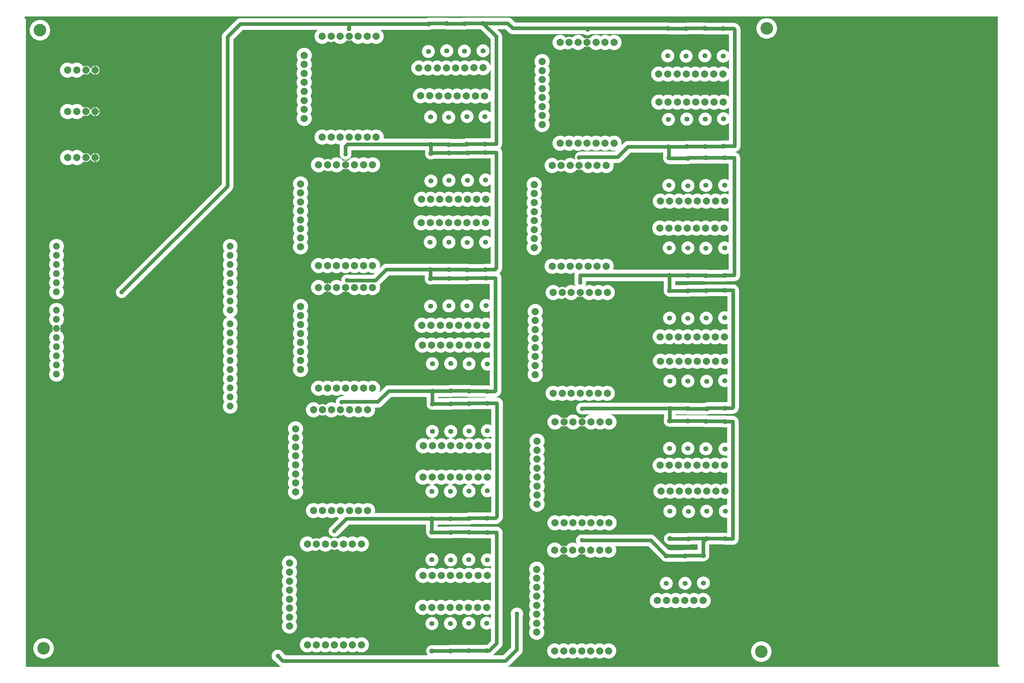
<source format=gtl>
G04 Layer_Physical_Order=1*
G04 Layer_Color=255*
%FSLAX42Y42*%
%MOMM*%
G71*
G01*
G75*
%ADD10C,1.00*%
%ADD11C,0.50*%
%ADD12C,2.00*%
%ADD13C,1.40*%
%ADD14C,1.88*%
%ADD15C,3.50*%
%ADD16C,1.27*%
G36*
X1200Y27320D02*
X28200D01*
Y9330D01*
X28250Y9280D01*
X28220Y9250D01*
X14596D01*
X14595Y9254D01*
X14594Y9263D01*
X14619Y9276D01*
X14644Y9296D01*
X14954Y9606D01*
X14954Y9606D01*
X14974Y9631D01*
X14989Y9658D01*
X14998Y9689D01*
X15001Y9720D01*
Y10653D01*
X15001Y10653D01*
X15011Y10686D01*
X15014Y10720D01*
X15011Y10754D01*
X15001Y10787D01*
X14985Y10817D01*
X14963Y10843D01*
X14937Y10865D01*
X14907Y10881D01*
X14874Y10891D01*
X14840Y10894D01*
X14806Y10891D01*
X14773Y10881D01*
X14743Y10865D01*
X14717Y10843D01*
X14695Y10817D01*
X14679Y10787D01*
X14669Y10754D01*
X14666Y10720D01*
X14669Y10686D01*
X14679Y10653D01*
X14679Y10653D01*
Y9787D01*
X14463Y9571D01*
X14194D01*
X14190Y9583D01*
X14193Y9585D01*
X14394Y9786D01*
X14414Y9811D01*
X14429Y9838D01*
X14438Y9869D01*
X14441Y9900D01*
X14441Y9900D01*
Y12980D01*
X14438Y13011D01*
X14429Y13042D01*
X14414Y13069D01*
X14394Y13094D01*
X14369Y13114D01*
X14342Y13129D01*
X14311Y13138D01*
X14280Y13141D01*
X13554D01*
X13531Y13148D01*
X13500Y13151D01*
X13010D01*
X13010Y13151D01*
X12979Y13148D01*
X12956Y13141D01*
X12641D01*
Y13198D01*
X13500D01*
X13531Y13201D01*
X13562Y13210D01*
X13576Y13218D01*
X14249D01*
X14280Y13221D01*
X14311Y13230D01*
X14338Y13245D01*
X14363Y13265D01*
X14403Y13305D01*
X14423Y13330D01*
X14438Y13357D01*
X14447Y13388D01*
X14450Y13419D01*
X14450Y13419D01*
Y16571D01*
X14447Y16602D01*
X14438Y16633D01*
X14423Y16660D01*
X14403Y16685D01*
X14378Y16705D01*
X14351Y16720D01*
X14320Y16729D01*
X14289Y16732D01*
X14273D01*
X14271Y16744D01*
X14291Y16750D01*
X14318Y16765D01*
X14343Y16785D01*
X14363Y16805D01*
X14383Y16830D01*
X14398Y16857D01*
X14407Y16888D01*
X14410Y16919D01*
X14410Y16919D01*
Y20051D01*
X14407Y20082D01*
X14398Y20113D01*
X14383Y20140D01*
X14363Y20165D01*
X14353Y20172D01*
X14353Y20185D01*
X14383Y20215D01*
X14383Y20215D01*
X14403Y20240D01*
X14418Y20267D01*
X14427Y20298D01*
X14430Y20329D01*
Y23541D01*
X14427Y23572D01*
X14418Y23603D01*
X14403Y23630D01*
X14384Y23653D01*
X14383Y23665D01*
X14403Y23690D01*
X14418Y23717D01*
X14427Y23748D01*
X14430Y23779D01*
Y26762D01*
X14430Y26762D01*
X14427Y26793D01*
X14418Y26824D01*
X14403Y26851D01*
X14383Y26876D01*
X14383Y26876D01*
X14300Y26958D01*
X14305Y26970D01*
X14522D01*
X14616Y26876D01*
X14616Y26876D01*
X14641Y26856D01*
X14668Y26841D01*
X14699Y26832D01*
X14730Y26829D01*
X16707D01*
X16711Y26826D01*
X16738Y26811D01*
X16769Y26802D01*
X16800Y26799D01*
X16831Y26802D01*
X16862Y26811D01*
X16889Y26826D01*
X16894Y26830D01*
X18986D01*
X19009Y26823D01*
X19040Y26820D01*
X19040Y26820D01*
X19540D01*
X19571Y26823D01*
X19594Y26830D01*
X20016D01*
X20039Y26823D01*
X20070Y26820D01*
X20070Y26820D01*
X20728D01*
Y26330D01*
X20716Y26325D01*
X20698Y26347D01*
X20670Y26369D01*
X20639Y26386D01*
X20605Y26396D01*
X20570Y26400D01*
X20535Y26396D01*
X20501Y26386D01*
X20470Y26369D01*
X20442Y26347D01*
X20420Y26319D01*
X20403Y26288D01*
X20393Y26254D01*
X20389Y26219D01*
X20393Y26184D01*
X20403Y26150D01*
X20420Y26119D01*
X20442Y26091D01*
X20470Y26069D01*
X20501Y26052D01*
X20535Y26042D01*
X20570Y26038D01*
X20605Y26042D01*
X20639Y26052D01*
X20670Y26069D01*
X20698Y26091D01*
X20716Y26113D01*
X20728Y26108D01*
Y25870D01*
X20716Y25865D01*
X20713Y25869D01*
X20681Y25895D01*
X20645Y25915D01*
X20605Y25927D01*
X20564Y25931D01*
X20523Y25927D01*
X20483Y25915D01*
X20447Y25895D01*
X20437Y25887D01*
X20427Y25895D01*
X20391Y25915D01*
X20351Y25927D01*
X20310Y25931D01*
X20269Y25927D01*
X20229Y25915D01*
X20193Y25895D01*
X20182Y25887D01*
X20171Y25895D01*
X20135Y25915D01*
X20095Y25927D01*
X20054Y25931D01*
X20013Y25927D01*
X19973Y25915D01*
X19937Y25895D01*
X19927Y25887D01*
X19917Y25895D01*
X19881Y25915D01*
X19841Y25927D01*
X19800Y25931D01*
X19759Y25927D01*
X19719Y25915D01*
X19683Y25895D01*
X19672Y25887D01*
X19661Y25895D01*
X19625Y25915D01*
X19585Y25927D01*
X19544Y25931D01*
X19503Y25927D01*
X19463Y25915D01*
X19427Y25895D01*
X19417Y25887D01*
X19407Y25895D01*
X19371Y25915D01*
X19331Y25927D01*
X19290Y25931D01*
X19249Y25927D01*
X19209Y25915D01*
X19173Y25895D01*
X19162Y25887D01*
X19151Y25895D01*
X19115Y25915D01*
X19075Y25927D01*
X19034Y25931D01*
X18993Y25927D01*
X18953Y25915D01*
X18917Y25895D01*
X18907Y25887D01*
X18897Y25895D01*
X18861Y25915D01*
X18821Y25927D01*
X18780Y25931D01*
X18739Y25927D01*
X18699Y25915D01*
X18663Y25895D01*
X18631Y25869D01*
X18605Y25837D01*
X18585Y25801D01*
X18573Y25761D01*
X18569Y25720D01*
X18573Y25679D01*
X18585Y25639D01*
X18605Y25603D01*
X18631Y25571D01*
X18663Y25545D01*
X18699Y25525D01*
X18739Y25513D01*
X18780Y25509D01*
X18821Y25513D01*
X18861Y25525D01*
X18897Y25545D01*
X18907Y25553D01*
X18917Y25545D01*
X18953Y25525D01*
X18993Y25513D01*
X19034Y25509D01*
X19075Y25513D01*
X19115Y25525D01*
X19151Y25545D01*
X19162Y25553D01*
X19173Y25545D01*
X19209Y25525D01*
X19249Y25513D01*
X19290Y25509D01*
X19331Y25513D01*
X19371Y25525D01*
X19407Y25545D01*
X19417Y25553D01*
X19427Y25545D01*
X19463Y25525D01*
X19503Y25513D01*
X19544Y25509D01*
X19585Y25513D01*
X19625Y25525D01*
X19661Y25545D01*
X19672Y25553D01*
X19683Y25545D01*
X19719Y25525D01*
X19759Y25513D01*
X19800Y25509D01*
X19841Y25513D01*
X19881Y25525D01*
X19917Y25545D01*
X19927Y25553D01*
X19937Y25545D01*
X19973Y25525D01*
X20013Y25513D01*
X20054Y25509D01*
X20095Y25513D01*
X20135Y25525D01*
X20171Y25545D01*
X20182Y25553D01*
X20193Y25545D01*
X20229Y25525D01*
X20269Y25513D01*
X20310Y25509D01*
X20351Y25513D01*
X20391Y25525D01*
X20427Y25545D01*
X20437Y25553D01*
X20447Y25545D01*
X20483Y25525D01*
X20523Y25513D01*
X20564Y25509D01*
X20605Y25513D01*
X20645Y25525D01*
X20681Y25545D01*
X20713Y25571D01*
X20716Y25575D01*
X20728Y25570D01*
Y25102D01*
X20716Y25096D01*
X20691Y25115D01*
X20655Y25135D01*
X20615Y25147D01*
X20574Y25151D01*
X20533Y25147D01*
X20493Y25135D01*
X20457Y25115D01*
X20447Y25107D01*
X20437Y25115D01*
X20401Y25135D01*
X20361Y25147D01*
X20320Y25151D01*
X20279Y25147D01*
X20239Y25135D01*
X20203Y25115D01*
X20192Y25107D01*
X20181Y25115D01*
X20145Y25135D01*
X20105Y25147D01*
X20064Y25151D01*
X20023Y25147D01*
X19983Y25135D01*
X19947Y25115D01*
X19937Y25107D01*
X19927Y25115D01*
X19891Y25135D01*
X19851Y25147D01*
X19810Y25151D01*
X19769Y25147D01*
X19729Y25135D01*
X19693Y25115D01*
X19682Y25107D01*
X19671Y25115D01*
X19635Y25135D01*
X19595Y25147D01*
X19554Y25151D01*
X19513Y25147D01*
X19473Y25135D01*
X19437Y25115D01*
X19427Y25107D01*
X19417Y25115D01*
X19381Y25135D01*
X19341Y25147D01*
X19300Y25151D01*
X19259Y25147D01*
X19219Y25135D01*
X19183Y25115D01*
X19169Y25104D01*
X19155Y25115D01*
X19119Y25135D01*
X19079Y25147D01*
X19038Y25151D01*
X18997Y25147D01*
X18957Y25135D01*
X18921Y25115D01*
X18911Y25107D01*
X18901Y25115D01*
X18865Y25135D01*
X18825Y25147D01*
X18784Y25151D01*
X18743Y25147D01*
X18703Y25135D01*
X18667Y25115D01*
X18635Y25089D01*
X18609Y25057D01*
X18589Y25021D01*
X18577Y24981D01*
X18573Y24940D01*
X18577Y24899D01*
X18589Y24859D01*
X18609Y24823D01*
X18635Y24791D01*
X18667Y24765D01*
X18703Y24745D01*
X18743Y24733D01*
X18784Y24729D01*
X18825Y24733D01*
X18865Y24745D01*
X18901Y24765D01*
X18911Y24773D01*
X18921Y24765D01*
X18957Y24745D01*
X18997Y24733D01*
X19038Y24729D01*
X19079Y24733D01*
X19119Y24745D01*
X19155Y24765D01*
X19169Y24776D01*
X19183Y24765D01*
X19219Y24745D01*
X19259Y24733D01*
X19300Y24729D01*
X19341Y24733D01*
X19381Y24745D01*
X19417Y24765D01*
X19427Y24773D01*
X19437Y24765D01*
X19473Y24745D01*
X19513Y24733D01*
X19554Y24729D01*
X19595Y24733D01*
X19635Y24745D01*
X19671Y24765D01*
X19682Y24773D01*
X19693Y24765D01*
X19729Y24745D01*
X19769Y24733D01*
X19810Y24729D01*
X19851Y24733D01*
X19891Y24745D01*
X19927Y24765D01*
X19937Y24773D01*
X19947Y24765D01*
X19983Y24745D01*
X20023Y24733D01*
X20064Y24729D01*
X20105Y24733D01*
X20145Y24745D01*
X20181Y24765D01*
X20192Y24773D01*
X20203Y24765D01*
X20239Y24745D01*
X20279Y24733D01*
X20320Y24729D01*
X20361Y24733D01*
X20401Y24745D01*
X20437Y24765D01*
X20447Y24773D01*
X20457Y24765D01*
X20493Y24745D01*
X20533Y24733D01*
X20574Y24729D01*
X20615Y24733D01*
X20655Y24745D01*
X20691Y24765D01*
X20716Y24784D01*
X20728Y24778D01*
Y24603D01*
X20716Y24599D01*
X20708Y24609D01*
X20680Y24631D01*
X20649Y24648D01*
X20615Y24658D01*
X20580Y24662D01*
X20545Y24658D01*
X20511Y24648D01*
X20480Y24631D01*
X20452Y24609D01*
X20430Y24581D01*
X20413Y24550D01*
X20403Y24516D01*
X20399Y24481D01*
X20403Y24446D01*
X20413Y24412D01*
X20430Y24381D01*
X20452Y24353D01*
X20480Y24331D01*
X20511Y24314D01*
X20545Y24304D01*
X20580Y24300D01*
X20615Y24304D01*
X20649Y24314D01*
X20680Y24331D01*
X20708Y24353D01*
X20716Y24363D01*
X20728Y24359D01*
Y23880D01*
X20580D01*
X20580Y23880D01*
X20549Y23877D01*
X20526Y23870D01*
X19560D01*
X19560Y23870D01*
X19529Y23867D01*
X19506Y23860D01*
X17929D01*
X17898Y23857D01*
X17867Y23848D01*
X17840Y23833D01*
X17815Y23813D01*
X17759Y23756D01*
X17747Y23763D01*
X17751Y23800D01*
X17747Y23841D01*
X17735Y23881D01*
X17715Y23917D01*
X17689Y23949D01*
X17657Y23975D01*
X17621Y23995D01*
X17581Y24007D01*
X17540Y24011D01*
X17499Y24007D01*
X17459Y23995D01*
X17423Y23975D01*
X17415Y23969D01*
X17407Y23975D01*
X17371Y23995D01*
X17331Y24007D01*
X17290Y24011D01*
X17249Y24007D01*
X17209Y23995D01*
X17173Y23975D01*
X17165Y23969D01*
X17157Y23975D01*
X17121Y23995D01*
X17081Y24007D01*
X17040Y24011D01*
X16999Y24007D01*
X16959Y23995D01*
X16923Y23975D01*
X16915Y23969D01*
X16907Y23975D01*
X16871Y23995D01*
X16831Y24007D01*
X16790Y24011D01*
X16749Y24007D01*
X16709Y23995D01*
X16673Y23975D01*
X16665Y23969D01*
X16657Y23975D01*
X16621Y23995D01*
X16581Y24007D01*
X16540Y24011D01*
X16499Y24007D01*
X16459Y23995D01*
X16423Y23975D01*
X16415Y23969D01*
X16407Y23975D01*
X16371Y23995D01*
X16331Y24007D01*
X16290Y24011D01*
X16249Y24007D01*
X16209Y23995D01*
X16173Y23975D01*
X16165Y23969D01*
X16157Y23975D01*
X16121Y23995D01*
X16081Y24007D01*
X16040Y24011D01*
X15999Y24007D01*
X15959Y23995D01*
X15923Y23975D01*
X15891Y23949D01*
X15865Y23917D01*
X15845Y23881D01*
X15833Y23841D01*
X15829Y23800D01*
X15833Y23759D01*
X15845Y23719D01*
X15865Y23683D01*
X15891Y23651D01*
X15923Y23625D01*
X15959Y23605D01*
X15999Y23593D01*
X16040Y23589D01*
X16081Y23593D01*
X16121Y23605D01*
X16157Y23625D01*
X16165Y23631D01*
X16173Y23625D01*
X16209Y23605D01*
X16249Y23593D01*
X16290Y23589D01*
X16331Y23593D01*
X16371Y23605D01*
X16407Y23625D01*
X16415Y23631D01*
X16423Y23625D01*
X16459Y23605D01*
X16499Y23593D01*
X16540Y23589D01*
X16581Y23593D01*
X16621Y23605D01*
X16657Y23625D01*
X16665Y23631D01*
X16673Y23625D01*
X16709Y23605D01*
X16749Y23593D01*
X16790Y23589D01*
X16831Y23593D01*
X16871Y23605D01*
X16907Y23625D01*
X16915Y23631D01*
X16923Y23625D01*
X16959Y23605D01*
X16999Y23593D01*
X17040Y23589D01*
X17081Y23593D01*
X17121Y23605D01*
X17157Y23625D01*
X17165Y23631D01*
X17173Y23625D01*
X17209Y23605D01*
X17249Y23593D01*
X17290Y23589D01*
X17331Y23593D01*
X17371Y23605D01*
X17407Y23625D01*
X17415Y23631D01*
X17423Y23625D01*
X17459Y23605D01*
X17499Y23593D01*
X17540Y23589D01*
X17577Y23593D01*
X17584Y23581D01*
X17573Y23571D01*
X16610D01*
X16579Y23568D01*
X16548Y23559D01*
X16521Y23544D01*
X16496Y23524D01*
X16476Y23499D01*
X16461Y23472D01*
X16452Y23441D01*
X16449Y23410D01*
X16452Y23379D01*
X16460Y23353D01*
X16449Y23346D01*
X16437Y23355D01*
X16401Y23375D01*
X16361Y23387D01*
X16320Y23391D01*
X16279Y23387D01*
X16239Y23375D01*
X16203Y23355D01*
X16171Y23329D01*
X16158Y23314D01*
X16132Y23329D01*
X16101Y23338D01*
X16070Y23341D01*
X16039Y23338D01*
X16008Y23329D01*
X15982Y23314D01*
X15969Y23329D01*
X15937Y23355D01*
X15901Y23375D01*
X15861Y23387D01*
X15820Y23391D01*
X15779Y23387D01*
X15739Y23375D01*
X15703Y23355D01*
X15671Y23329D01*
X15645Y23297D01*
X15625Y23261D01*
X15613Y23221D01*
X15609Y23180D01*
X15613Y23139D01*
X15625Y23099D01*
X15645Y23063D01*
X15671Y23031D01*
X15703Y23005D01*
X15739Y22985D01*
X15779Y22973D01*
X15820Y22969D01*
X15861Y22973D01*
X15901Y22985D01*
X15937Y23005D01*
X15969Y23031D01*
X15973Y23035D01*
X15998Y23021D01*
X16029Y23012D01*
X16060Y23009D01*
X16091Y23012D01*
X16122Y23021D01*
X16149Y23036D01*
X16159Y23045D01*
X16171Y23031D01*
X16203Y23005D01*
X16239Y22985D01*
X16279Y22973D01*
X16320Y22969D01*
X16361Y22973D01*
X16401Y22985D01*
X16437Y23005D01*
X16469Y23031D01*
X16495Y23063D01*
X16499Y23069D01*
X16507Y23070D01*
X16537Y23058D01*
X16557Y23055D01*
Y23180D01*
X16583D01*
Y23055D01*
X16603Y23058D01*
X16633Y23070D01*
X16641Y23069D01*
X16645Y23063D01*
X16671Y23031D01*
X16703Y23005D01*
X16739Y22985D01*
X16779Y22973D01*
X16820Y22969D01*
X16861Y22973D01*
X16901Y22985D01*
X16937Y23005D01*
X16945Y23011D01*
X16953Y23005D01*
X16989Y22985D01*
X17029Y22973D01*
X17070Y22969D01*
X17111Y22973D01*
X17151Y22985D01*
X17187Y23005D01*
X17195Y23011D01*
X17203Y23005D01*
X17239Y22985D01*
X17279Y22973D01*
X17320Y22969D01*
X17361Y22973D01*
X17401Y22985D01*
X17437Y23005D01*
X17469Y23031D01*
X17495Y23063D01*
X17515Y23099D01*
X17527Y23139D01*
X17531Y23180D01*
X17527Y23221D01*
X17522Y23239D01*
X17529Y23249D01*
X17640D01*
X17671Y23252D01*
X17702Y23261D01*
X17729Y23276D01*
X17754Y23296D01*
X17996Y23538D01*
X18899D01*
Y23391D01*
X18902Y23360D01*
X18911Y23329D01*
X18926Y23302D01*
X18946Y23277D01*
X18956Y23267D01*
X18956Y23267D01*
X18981Y23247D01*
X19008Y23232D01*
X19039Y23223D01*
X19070Y23220D01*
X19070Y23220D01*
X19590D01*
X19621Y23223D01*
X19644Y23230D01*
X20720D01*
Y22786D01*
X20708Y22781D01*
X20679Y22796D01*
X20645Y22806D01*
X20610Y22810D01*
X20575Y22806D01*
X20541Y22796D01*
X20510Y22779D01*
X20482Y22757D01*
X20460Y22729D01*
X20443Y22698D01*
X20433Y22664D01*
X20429Y22629D01*
X20433Y22594D01*
X20443Y22560D01*
X20460Y22529D01*
X20482Y22501D01*
X20510Y22479D01*
X20541Y22462D01*
X20575Y22452D01*
X20610Y22448D01*
X20645Y22452D01*
X20679Y22462D01*
X20708Y22477D01*
X20720Y22472D01*
Y22384D01*
X20709Y22377D01*
X20695Y22385D01*
X20655Y22397D01*
X20614Y22401D01*
X20573Y22397D01*
X20533Y22385D01*
X20497Y22365D01*
X20487Y22357D01*
X20477Y22365D01*
X20441Y22385D01*
X20401Y22397D01*
X20360Y22401D01*
X20319Y22397D01*
X20279Y22385D01*
X20243Y22365D01*
X20232Y22357D01*
X20221Y22365D01*
X20185Y22385D01*
X20145Y22397D01*
X20104Y22401D01*
X20063Y22397D01*
X20023Y22385D01*
X19987Y22365D01*
X19977Y22357D01*
X19967Y22365D01*
X19931Y22385D01*
X19891Y22397D01*
X19850Y22401D01*
X19809Y22397D01*
X19769Y22385D01*
X19733Y22365D01*
X19722Y22357D01*
X19711Y22365D01*
X19675Y22385D01*
X19635Y22397D01*
X19594Y22401D01*
X19553Y22397D01*
X19513Y22385D01*
X19477Y22365D01*
X19467Y22357D01*
X19457Y22365D01*
X19421Y22385D01*
X19381Y22397D01*
X19340Y22401D01*
X19299Y22397D01*
X19259Y22385D01*
X19223Y22365D01*
X19209Y22354D01*
X19195Y22365D01*
X19159Y22385D01*
X19119Y22397D01*
X19078Y22401D01*
X19037Y22397D01*
X18997Y22385D01*
X18961Y22365D01*
X18951Y22357D01*
X18941Y22365D01*
X18905Y22385D01*
X18865Y22397D01*
X18824Y22401D01*
X18783Y22397D01*
X18743Y22385D01*
X18707Y22365D01*
X18675Y22339D01*
X18649Y22307D01*
X18629Y22271D01*
X18617Y22231D01*
X18613Y22190D01*
X18617Y22149D01*
X18629Y22109D01*
X18649Y22073D01*
X18675Y22041D01*
X18707Y22015D01*
X18743Y21995D01*
X18783Y21983D01*
X18824Y21979D01*
X18865Y21983D01*
X18905Y21995D01*
X18941Y22015D01*
X18951Y22023D01*
X18961Y22015D01*
X18997Y21995D01*
X19037Y21983D01*
X19078Y21979D01*
X19119Y21983D01*
X19159Y21995D01*
X19195Y22015D01*
X19209Y22026D01*
X19223Y22015D01*
X19259Y21995D01*
X19299Y21983D01*
X19340Y21979D01*
X19381Y21983D01*
X19421Y21995D01*
X19457Y22015D01*
X19467Y22023D01*
X19477Y22015D01*
X19513Y21995D01*
X19553Y21983D01*
X19594Y21979D01*
X19635Y21983D01*
X19675Y21995D01*
X19711Y22015D01*
X19722Y22023D01*
X19733Y22015D01*
X19769Y21995D01*
X19809Y21983D01*
X19850Y21979D01*
X19891Y21983D01*
X19931Y21995D01*
X19967Y22015D01*
X19977Y22023D01*
X19987Y22015D01*
X20023Y21995D01*
X20063Y21983D01*
X20104Y21979D01*
X20145Y21983D01*
X20185Y21995D01*
X20221Y22015D01*
X20232Y22023D01*
X20243Y22015D01*
X20279Y21995D01*
X20319Y21983D01*
X20360Y21979D01*
X20401Y21983D01*
X20441Y21995D01*
X20477Y22015D01*
X20487Y22023D01*
X20497Y22015D01*
X20533Y21995D01*
X20573Y21983D01*
X20614Y21979D01*
X20655Y21983D01*
X20695Y21995D01*
X20709Y22003D01*
X20720Y21996D01*
Y21623D01*
X20708Y21617D01*
X20675Y21635D01*
X20635Y21647D01*
X20594Y21651D01*
X20553Y21647D01*
X20513Y21635D01*
X20477Y21615D01*
X20467Y21607D01*
X20457Y21615D01*
X20421Y21635D01*
X20381Y21647D01*
X20340Y21651D01*
X20299Y21647D01*
X20259Y21635D01*
X20223Y21615D01*
X20212Y21607D01*
X20201Y21615D01*
X20165Y21635D01*
X20125Y21647D01*
X20084Y21651D01*
X20043Y21647D01*
X20003Y21635D01*
X19967Y21615D01*
X19957Y21607D01*
X19947Y21615D01*
X19911Y21635D01*
X19871Y21647D01*
X19830Y21651D01*
X19789Y21647D01*
X19749Y21635D01*
X19713Y21615D01*
X19702Y21607D01*
X19691Y21615D01*
X19655Y21635D01*
X19615Y21647D01*
X19574Y21651D01*
X19533Y21647D01*
X19493Y21635D01*
X19457Y21615D01*
X19447Y21607D01*
X19437Y21615D01*
X19401Y21635D01*
X19361Y21647D01*
X19320Y21651D01*
X19279Y21647D01*
X19239Y21635D01*
X19203Y21615D01*
X19192Y21607D01*
X19181Y21615D01*
X19145Y21635D01*
X19105Y21647D01*
X19064Y21651D01*
X19023Y21647D01*
X18983Y21635D01*
X18947Y21615D01*
X18937Y21607D01*
X18927Y21615D01*
X18891Y21635D01*
X18851Y21647D01*
X18810Y21651D01*
X18769Y21647D01*
X18729Y21635D01*
X18693Y21615D01*
X18661Y21589D01*
X18635Y21557D01*
X18615Y21521D01*
X18603Y21481D01*
X18599Y21440D01*
X18603Y21399D01*
X18615Y21359D01*
X18635Y21323D01*
X18661Y21291D01*
X18693Y21265D01*
X18729Y21245D01*
X18769Y21233D01*
X18810Y21229D01*
X18851Y21233D01*
X18891Y21245D01*
X18927Y21265D01*
X18937Y21273D01*
X18947Y21265D01*
X18983Y21245D01*
X19023Y21233D01*
X19064Y21229D01*
X19105Y21233D01*
X19145Y21245D01*
X19181Y21265D01*
X19192Y21273D01*
X19203Y21265D01*
X19239Y21245D01*
X19279Y21233D01*
X19320Y21229D01*
X19361Y21233D01*
X19401Y21245D01*
X19437Y21265D01*
X19447Y21273D01*
X19457Y21265D01*
X19493Y21245D01*
X19533Y21233D01*
X19574Y21229D01*
X19615Y21233D01*
X19655Y21245D01*
X19691Y21265D01*
X19702Y21273D01*
X19713Y21265D01*
X19749Y21245D01*
X19789Y21233D01*
X19830Y21229D01*
X19871Y21233D01*
X19911Y21245D01*
X19947Y21265D01*
X19957Y21273D01*
X19967Y21265D01*
X20003Y21245D01*
X20043Y21233D01*
X20084Y21229D01*
X20125Y21233D01*
X20165Y21245D01*
X20201Y21265D01*
X20212Y21273D01*
X20223Y21265D01*
X20259Y21245D01*
X20299Y21233D01*
X20340Y21229D01*
X20381Y21233D01*
X20421Y21245D01*
X20457Y21265D01*
X20467Y21273D01*
X20477Y21265D01*
X20513Y21245D01*
X20553Y21233D01*
X20594Y21229D01*
X20635Y21233D01*
X20675Y21245D01*
X20708Y21263D01*
X20720Y21257D01*
Y21048D01*
X20708Y21043D01*
X20679Y21058D01*
X20645Y21068D01*
X20610Y21072D01*
X20575Y21068D01*
X20541Y21058D01*
X20510Y21041D01*
X20482Y21019D01*
X20460Y20991D01*
X20443Y20960D01*
X20433Y20926D01*
X20429Y20891D01*
X20433Y20856D01*
X20443Y20822D01*
X20460Y20791D01*
X20482Y20763D01*
X20510Y20741D01*
X20541Y20724D01*
X20575Y20714D01*
X20610Y20710D01*
X20645Y20714D01*
X20679Y20724D01*
X20708Y20739D01*
X20720Y20734D01*
Y20290D01*
X20610D01*
X20610Y20290D01*
X20579Y20287D01*
X20556Y20280D01*
X20134D01*
X20111Y20287D01*
X20080Y20290D01*
X17522D01*
X17516Y20302D01*
X17527Y20339D01*
X17531Y20380D01*
X17527Y20421D01*
X17515Y20461D01*
X17495Y20497D01*
X17469Y20529D01*
X17437Y20555D01*
X17401Y20575D01*
X17361Y20587D01*
X17320Y20591D01*
X17279Y20587D01*
X17239Y20575D01*
X17203Y20555D01*
X17195Y20549D01*
X17187Y20555D01*
X17151Y20575D01*
X17111Y20587D01*
X17070Y20591D01*
X17029Y20587D01*
X16989Y20575D01*
X16953Y20555D01*
X16945Y20549D01*
X16937Y20555D01*
X16901Y20575D01*
X16861Y20587D01*
X16820Y20591D01*
X16779Y20587D01*
X16739Y20575D01*
X16703Y20555D01*
X16695Y20549D01*
X16687Y20555D01*
X16651Y20575D01*
X16611Y20587D01*
X16570Y20591D01*
X16529Y20587D01*
X16489Y20575D01*
X16453Y20555D01*
X16445Y20549D01*
X16437Y20555D01*
X16401Y20575D01*
X16361Y20587D01*
X16320Y20591D01*
X16279Y20587D01*
X16239Y20575D01*
X16203Y20555D01*
X16195Y20549D01*
X16187Y20555D01*
X16151Y20575D01*
X16111Y20587D01*
X16070Y20591D01*
X16029Y20587D01*
X15989Y20575D01*
X15953Y20555D01*
X15945Y20549D01*
X15937Y20555D01*
X15901Y20575D01*
X15861Y20587D01*
X15820Y20591D01*
X15779Y20587D01*
X15739Y20575D01*
X15703Y20555D01*
X15671Y20529D01*
X15645Y20497D01*
X15625Y20461D01*
X15613Y20421D01*
X15609Y20380D01*
X15613Y20339D01*
X15625Y20299D01*
X15645Y20263D01*
X15671Y20231D01*
X15703Y20205D01*
X15739Y20185D01*
X15779Y20173D01*
X15820Y20169D01*
X15861Y20173D01*
X15901Y20185D01*
X15937Y20205D01*
X15945Y20211D01*
X15953Y20205D01*
X15989Y20185D01*
X16029Y20173D01*
X16070Y20169D01*
X16111Y20173D01*
X16151Y20185D01*
X16187Y20205D01*
X16195Y20211D01*
X16203Y20205D01*
X16239Y20185D01*
X16279Y20173D01*
X16320Y20169D01*
X16361Y20173D01*
X16401Y20185D01*
X16437Y20205D01*
X16445Y20211D01*
X16453Y20205D01*
X16458Y20202D01*
X16451Y20191D01*
X16442Y20160D01*
X16439Y20129D01*
Y19930D01*
X16439Y19930D01*
X16442Y19899D01*
X16451Y19868D01*
X16466Y19841D01*
X16467Y19840D01*
X16459Y19830D01*
X16431Y19845D01*
X16391Y19857D01*
X16350Y19861D01*
X16309Y19857D01*
X16269Y19845D01*
X16233Y19825D01*
X16201Y19799D01*
X16188Y19784D01*
X16162Y19799D01*
X16131Y19808D01*
X16100Y19811D01*
X16069Y19808D01*
X16038Y19799D01*
X16012Y19784D01*
X15999Y19799D01*
X15967Y19825D01*
X15931Y19845D01*
X15891Y19857D01*
X15850Y19861D01*
X15809Y19857D01*
X15769Y19845D01*
X15733Y19825D01*
X15701Y19799D01*
X15675Y19767D01*
X15655Y19731D01*
X15643Y19691D01*
X15639Y19650D01*
X15643Y19609D01*
X15655Y19569D01*
X15675Y19533D01*
X15701Y19501D01*
X15733Y19475D01*
X15769Y19455D01*
X15809Y19443D01*
X15850Y19439D01*
X15891Y19443D01*
X15931Y19455D01*
X15967Y19475D01*
X15993Y19495D01*
X16018Y19481D01*
X16049Y19472D01*
X16080Y19469D01*
X16111Y19472D01*
X16142Y19481D01*
X16169Y19496D01*
X16190Y19514D01*
X16201Y19501D01*
X16233Y19475D01*
X16269Y19455D01*
X16309Y19443D01*
X16350Y19439D01*
X16391Y19443D01*
X16431Y19455D01*
X16467Y19475D01*
X16499Y19501D01*
X16525Y19533D01*
X16529Y19539D01*
X16537Y19540D01*
X16567Y19528D01*
X16587Y19525D01*
Y19650D01*
X16613D01*
Y19525D01*
X16633Y19528D01*
X16663Y19540D01*
X16671Y19539D01*
X16675Y19533D01*
X16701Y19501D01*
X16733Y19475D01*
X16769Y19455D01*
X16809Y19443D01*
X16850Y19439D01*
X16891Y19443D01*
X16931Y19455D01*
X16967Y19475D01*
X16975Y19481D01*
X16983Y19475D01*
X17019Y19455D01*
X17059Y19443D01*
X17100Y19439D01*
X17141Y19443D01*
X17181Y19455D01*
X17217Y19475D01*
X17225Y19481D01*
X17233Y19475D01*
X17269Y19455D01*
X17309Y19443D01*
X17350Y19439D01*
X17391Y19443D01*
X17431Y19455D01*
X17467Y19475D01*
X17499Y19501D01*
X17525Y19533D01*
X17545Y19569D01*
X17557Y19609D01*
X17561Y19650D01*
X17557Y19691D01*
X17545Y19731D01*
X17525Y19767D01*
X17499Y19799D01*
X17467Y19825D01*
X17431Y19845D01*
X17391Y19857D01*
X17350Y19861D01*
X17309Y19857D01*
X17269Y19845D01*
X17233Y19825D01*
X17225Y19819D01*
X17217Y19825D01*
X17181Y19845D01*
X17141Y19857D01*
X17100Y19861D01*
X17059Y19857D01*
X17019Y19845D01*
X16983Y19825D01*
X16975Y19819D01*
X16967Y19825D01*
X16931Y19845D01*
X16891Y19857D01*
X16850Y19861D01*
X16809Y19857D01*
X16769Y19845D01*
X16741Y19830D01*
X16733Y19840D01*
X16734Y19841D01*
X16749Y19868D01*
X16758Y19899D01*
X16761Y19930D01*
Y19968D01*
X18919D01*
Y19701D01*
X18922Y19670D01*
X18931Y19639D01*
X18946Y19612D01*
X18966Y19587D01*
X18976Y19577D01*
X18976Y19577D01*
X19001Y19557D01*
X19028Y19542D01*
X19059Y19533D01*
X19090Y19530D01*
X19090Y19530D01*
X19590D01*
X19621Y19533D01*
X19644Y19540D01*
X20100D01*
X20131Y19543D01*
X20154Y19550D01*
X20688D01*
Y19124D01*
X20676Y19117D01*
X20645Y19126D01*
X20610Y19130D01*
X20575Y19126D01*
X20541Y19116D01*
X20510Y19099D01*
X20482Y19077D01*
X20460Y19049D01*
X20443Y19018D01*
X20433Y18984D01*
X20429Y18949D01*
X20433Y18914D01*
X20443Y18880D01*
X20460Y18849D01*
X20482Y18821D01*
X20510Y18799D01*
X20541Y18782D01*
X20575Y18772D01*
X20610Y18768D01*
X20645Y18772D01*
X20676Y18781D01*
X20688Y18774D01*
Y18627D01*
X20676Y18618D01*
X20645Y18627D01*
X20604Y18631D01*
X20563Y18627D01*
X20523Y18615D01*
X20487Y18595D01*
X20477Y18587D01*
X20467Y18595D01*
X20431Y18615D01*
X20391Y18627D01*
X20350Y18631D01*
X20309Y18627D01*
X20269Y18615D01*
X20233Y18595D01*
X20222Y18587D01*
X20211Y18595D01*
X20175Y18615D01*
X20135Y18627D01*
X20094Y18631D01*
X20053Y18627D01*
X20013Y18615D01*
X19977Y18595D01*
X19967Y18587D01*
X19957Y18595D01*
X19921Y18615D01*
X19881Y18627D01*
X19840Y18631D01*
X19799Y18627D01*
X19759Y18615D01*
X19723Y18595D01*
X19712Y18587D01*
X19701Y18595D01*
X19665Y18615D01*
X19625Y18627D01*
X19584Y18631D01*
X19543Y18627D01*
X19503Y18615D01*
X19467Y18595D01*
X19457Y18587D01*
X19447Y18595D01*
X19411Y18615D01*
X19371Y18627D01*
X19330Y18631D01*
X19289Y18627D01*
X19249Y18615D01*
X19213Y18595D01*
X19202Y18587D01*
X19191Y18595D01*
X19155Y18615D01*
X19115Y18627D01*
X19074Y18631D01*
X19033Y18627D01*
X18993Y18615D01*
X18957Y18595D01*
X18947Y18587D01*
X18937Y18595D01*
X18901Y18615D01*
X18861Y18627D01*
X18820Y18631D01*
X18779Y18627D01*
X18739Y18615D01*
X18703Y18595D01*
X18671Y18569D01*
X18645Y18537D01*
X18625Y18501D01*
X18613Y18461D01*
X18609Y18420D01*
X18613Y18379D01*
X18625Y18339D01*
X18645Y18303D01*
X18671Y18271D01*
X18703Y18245D01*
X18739Y18225D01*
X18779Y18213D01*
X18820Y18209D01*
X18861Y18213D01*
X18901Y18225D01*
X18937Y18245D01*
X18947Y18253D01*
X18957Y18245D01*
X18993Y18225D01*
X19033Y18213D01*
X19074Y18209D01*
X19115Y18213D01*
X19155Y18225D01*
X19191Y18245D01*
X19202Y18253D01*
X19213Y18245D01*
X19249Y18225D01*
X19289Y18213D01*
X19330Y18209D01*
X19371Y18213D01*
X19411Y18225D01*
X19447Y18245D01*
X19457Y18253D01*
X19467Y18245D01*
X19503Y18225D01*
X19543Y18213D01*
X19584Y18209D01*
X19625Y18213D01*
X19665Y18225D01*
X19701Y18245D01*
X19712Y18253D01*
X19723Y18245D01*
X19759Y18225D01*
X19799Y18213D01*
X19840Y18209D01*
X19881Y18213D01*
X19921Y18225D01*
X19957Y18245D01*
X19967Y18253D01*
X19977Y18245D01*
X20013Y18225D01*
X20053Y18213D01*
X20094Y18209D01*
X20135Y18213D01*
X20175Y18225D01*
X20211Y18245D01*
X20222Y18253D01*
X20233Y18245D01*
X20269Y18225D01*
X20309Y18213D01*
X20350Y18209D01*
X20391Y18213D01*
X20431Y18225D01*
X20467Y18245D01*
X20477Y18253D01*
X20487Y18245D01*
X20523Y18225D01*
X20563Y18213D01*
X20604Y18209D01*
X20645Y18213D01*
X20676Y18222D01*
X20688Y18213D01*
Y17948D01*
X20678Y17940D01*
X20655Y17947D01*
X20614Y17951D01*
X20573Y17947D01*
X20533Y17935D01*
X20497Y17915D01*
X20487Y17907D01*
X20477Y17915D01*
X20441Y17935D01*
X20401Y17947D01*
X20360Y17951D01*
X20319Y17947D01*
X20279Y17935D01*
X20243Y17915D01*
X20232Y17907D01*
X20221Y17915D01*
X20185Y17935D01*
X20145Y17947D01*
X20104Y17951D01*
X20063Y17947D01*
X20023Y17935D01*
X19987Y17915D01*
X19977Y17907D01*
X19967Y17915D01*
X19931Y17935D01*
X19891Y17947D01*
X19850Y17951D01*
X19809Y17947D01*
X19769Y17935D01*
X19733Y17915D01*
X19722Y17907D01*
X19711Y17915D01*
X19675Y17935D01*
X19635Y17947D01*
X19594Y17951D01*
X19553Y17947D01*
X19513Y17935D01*
X19477Y17915D01*
X19467Y17907D01*
X19457Y17915D01*
X19421Y17935D01*
X19381Y17947D01*
X19340Y17951D01*
X19299Y17947D01*
X19259Y17935D01*
X19223Y17915D01*
X19212Y17907D01*
X19201Y17915D01*
X19165Y17935D01*
X19125Y17947D01*
X19084Y17951D01*
X19043Y17947D01*
X19003Y17935D01*
X18967Y17915D01*
X18957Y17907D01*
X18947Y17915D01*
X18911Y17935D01*
X18871Y17947D01*
X18830Y17951D01*
X18789Y17947D01*
X18749Y17935D01*
X18713Y17915D01*
X18681Y17889D01*
X18655Y17857D01*
X18635Y17821D01*
X18623Y17781D01*
X18619Y17740D01*
X18623Y17699D01*
X18635Y17659D01*
X18655Y17623D01*
X18681Y17591D01*
X18713Y17565D01*
X18749Y17545D01*
X18789Y17533D01*
X18830Y17529D01*
X18871Y17533D01*
X18911Y17545D01*
X18947Y17565D01*
X18957Y17573D01*
X18967Y17565D01*
X19003Y17545D01*
X19043Y17533D01*
X19084Y17529D01*
X19125Y17533D01*
X19165Y17545D01*
X19201Y17565D01*
X19212Y17573D01*
X19223Y17565D01*
X19259Y17545D01*
X19299Y17533D01*
X19340Y17529D01*
X19381Y17533D01*
X19421Y17545D01*
X19457Y17565D01*
X19467Y17573D01*
X19477Y17565D01*
X19513Y17545D01*
X19553Y17533D01*
X19594Y17529D01*
X19635Y17533D01*
X19675Y17545D01*
X19711Y17565D01*
X19722Y17573D01*
X19733Y17565D01*
X19769Y17545D01*
X19809Y17533D01*
X19850Y17529D01*
X19891Y17533D01*
X19931Y17545D01*
X19967Y17565D01*
X19977Y17573D01*
X19987Y17565D01*
X20023Y17545D01*
X20063Y17533D01*
X20104Y17529D01*
X20145Y17533D01*
X20185Y17545D01*
X20221Y17565D01*
X20232Y17573D01*
X20243Y17565D01*
X20279Y17545D01*
X20319Y17533D01*
X20360Y17529D01*
X20401Y17533D01*
X20441Y17545D01*
X20477Y17565D01*
X20487Y17573D01*
X20497Y17565D01*
X20533Y17545D01*
X20573Y17533D01*
X20614Y17529D01*
X20655Y17533D01*
X20678Y17540D01*
X20688Y17532D01*
Y17376D01*
X20676Y17369D01*
X20645Y17378D01*
X20610Y17382D01*
X20575Y17378D01*
X20541Y17368D01*
X20510Y17351D01*
X20482Y17329D01*
X20460Y17301D01*
X20443Y17270D01*
X20433Y17236D01*
X20429Y17201D01*
X20433Y17166D01*
X20443Y17132D01*
X20460Y17101D01*
X20482Y17073D01*
X20510Y17051D01*
X20541Y17034D01*
X20575Y17024D01*
X20610Y17020D01*
X20645Y17024D01*
X20676Y17033D01*
X20688Y17026D01*
Y16600D01*
X20130D01*
X20099Y16597D01*
X20068Y16588D01*
X20054Y16580D01*
X19644D01*
X19621Y16587D01*
X19590Y16590D01*
X16650D01*
X16619Y16587D01*
X16588Y16578D01*
X16561Y16563D01*
X16536Y16543D01*
X16516Y16518D01*
X16501Y16491D01*
X16492Y16460D01*
X16489Y16429D01*
X16492Y16398D01*
X16501Y16367D01*
X16516Y16340D01*
X16536Y16315D01*
X16561Y16295D01*
X16588Y16280D01*
X16619Y16271D01*
X16650Y16268D01*
X16852D01*
X16854Y16256D01*
X16819Y16245D01*
X16783Y16225D01*
X16751Y16199D01*
X16725Y16167D01*
X16721Y16161D01*
X16713Y16160D01*
X16683Y16172D01*
X16663Y16175D01*
Y16050D01*
Y15925D01*
X16683Y15928D01*
X16713Y15940D01*
X16721Y15939D01*
X16725Y15933D01*
X16751Y15901D01*
X16783Y15875D01*
X16819Y15855D01*
X16859Y15843D01*
X16900Y15839D01*
X16941Y15843D01*
X16981Y15855D01*
X17017Y15875D01*
X17025Y15881D01*
X17033Y15875D01*
X17069Y15855D01*
X17109Y15843D01*
X17150Y15839D01*
X17191Y15843D01*
X17231Y15855D01*
X17267Y15875D01*
X17275Y15881D01*
X17283Y15875D01*
X17319Y15855D01*
X17359Y15843D01*
X17400Y15839D01*
X17441Y15843D01*
X17481Y15855D01*
X17517Y15875D01*
X17549Y15901D01*
X17575Y15933D01*
X17595Y15969D01*
X17607Y16009D01*
X17611Y16050D01*
X17607Y16091D01*
X17595Y16131D01*
X17575Y16167D01*
X17549Y16199D01*
X17517Y16225D01*
X17481Y16245D01*
X17446Y16256D01*
X17448Y16268D01*
X18929D01*
Y16135D01*
X18922Y16112D01*
X18919Y16081D01*
X18922Y16050D01*
X18931Y16019D01*
X18946Y15992D01*
X18966Y15967D01*
X18991Y15947D01*
X19018Y15932D01*
X19049Y15923D01*
X19080Y15920D01*
X20036D01*
X20059Y15913D01*
X20090Y15910D01*
X20566D01*
X20589Y15903D01*
X20620Y15900D01*
X20620Y15900D01*
X20678D01*
Y15480D01*
X20668Y15473D01*
X20655Y15476D01*
X20620Y15480D01*
X20585Y15476D01*
X20551Y15466D01*
X20520Y15449D01*
X20492Y15427D01*
X20470Y15399D01*
X20453Y15368D01*
X20443Y15334D01*
X20439Y15299D01*
X20443Y15264D01*
X20453Y15230D01*
X20470Y15199D01*
X20492Y15171D01*
X20520Y15149D01*
X20551Y15132D01*
X20585Y15122D01*
X20620Y15118D01*
X20655Y15122D01*
X20668Y15125D01*
X20678Y15118D01*
Y15058D01*
X20668Y15050D01*
X20645Y15057D01*
X20604Y15061D01*
X20563Y15057D01*
X20523Y15045D01*
X20487Y15025D01*
X20477Y15017D01*
X20467Y15025D01*
X20431Y15045D01*
X20391Y15057D01*
X20350Y15061D01*
X20309Y15057D01*
X20269Y15045D01*
X20233Y15025D01*
X20222Y15017D01*
X20211Y15025D01*
X20175Y15045D01*
X20135Y15057D01*
X20094Y15061D01*
X20053Y15057D01*
X20013Y15045D01*
X19977Y15025D01*
X19967Y15017D01*
X19957Y15025D01*
X19921Y15045D01*
X19881Y15057D01*
X19840Y15061D01*
X19799Y15057D01*
X19759Y15045D01*
X19723Y15025D01*
X19712Y15017D01*
X19701Y15025D01*
X19665Y15045D01*
X19625Y15057D01*
X19584Y15061D01*
X19543Y15057D01*
X19503Y15045D01*
X19467Y15025D01*
X19457Y15017D01*
X19447Y15025D01*
X19411Y15045D01*
X19371Y15057D01*
X19330Y15061D01*
X19289Y15057D01*
X19249Y15045D01*
X19213Y15025D01*
X19202Y15017D01*
X19191Y15025D01*
X19155Y15045D01*
X19115Y15057D01*
X19074Y15061D01*
X19033Y15057D01*
X18993Y15045D01*
X18957Y15025D01*
X18947Y15017D01*
X18937Y15025D01*
X18901Y15045D01*
X18861Y15057D01*
X18820Y15061D01*
X18779Y15057D01*
X18739Y15045D01*
X18703Y15025D01*
X18671Y14999D01*
X18645Y14967D01*
X18625Y14931D01*
X18613Y14891D01*
X18609Y14850D01*
X18613Y14809D01*
X18625Y14769D01*
X18645Y14733D01*
X18671Y14701D01*
X18703Y14675D01*
X18739Y14655D01*
X18779Y14643D01*
X18820Y14639D01*
X18861Y14643D01*
X18901Y14655D01*
X18937Y14675D01*
X18947Y14683D01*
X18957Y14675D01*
X18993Y14655D01*
X19033Y14643D01*
X19074Y14639D01*
X19115Y14643D01*
X19155Y14655D01*
X19191Y14675D01*
X19202Y14683D01*
X19213Y14675D01*
X19249Y14655D01*
X19289Y14643D01*
X19330Y14639D01*
X19371Y14643D01*
X19411Y14655D01*
X19447Y14675D01*
X19457Y14683D01*
X19467Y14675D01*
X19503Y14655D01*
X19543Y14643D01*
X19584Y14639D01*
X19625Y14643D01*
X19665Y14655D01*
X19701Y14675D01*
X19712Y14683D01*
X19723Y14675D01*
X19759Y14655D01*
X19799Y14643D01*
X19840Y14639D01*
X19881Y14643D01*
X19921Y14655D01*
X19957Y14675D01*
X19967Y14683D01*
X19977Y14675D01*
X20013Y14655D01*
X20053Y14643D01*
X20094Y14639D01*
X20135Y14643D01*
X20175Y14655D01*
X20211Y14675D01*
X20222Y14683D01*
X20233Y14675D01*
X20269Y14655D01*
X20309Y14643D01*
X20350Y14639D01*
X20391Y14643D01*
X20431Y14655D01*
X20467Y14675D01*
X20477Y14683D01*
X20487Y14675D01*
X20523Y14655D01*
X20563Y14643D01*
X20604Y14639D01*
X20645Y14643D01*
X20668Y14650D01*
X20678Y14642D01*
Y14344D01*
X20668Y14336D01*
X20665Y14337D01*
X20624Y14341D01*
X20583Y14337D01*
X20543Y14325D01*
X20507Y14305D01*
X20497Y14297D01*
X20487Y14305D01*
X20451Y14325D01*
X20411Y14337D01*
X20370Y14341D01*
X20329Y14337D01*
X20289Y14325D01*
X20253Y14305D01*
X20242Y14297D01*
X20231Y14305D01*
X20195Y14325D01*
X20155Y14337D01*
X20114Y14341D01*
X20073Y14337D01*
X20033Y14325D01*
X19997Y14305D01*
X19987Y14297D01*
X19977Y14305D01*
X19941Y14325D01*
X19901Y14337D01*
X19860Y14341D01*
X19819Y14337D01*
X19779Y14325D01*
X19743Y14305D01*
X19732Y14297D01*
X19721Y14305D01*
X19685Y14325D01*
X19645Y14337D01*
X19604Y14341D01*
X19563Y14337D01*
X19523Y14325D01*
X19487Y14305D01*
X19477Y14297D01*
X19467Y14305D01*
X19431Y14325D01*
X19391Y14337D01*
X19350Y14341D01*
X19309Y14337D01*
X19269Y14325D01*
X19233Y14305D01*
X19222Y14297D01*
X19211Y14305D01*
X19175Y14325D01*
X19135Y14337D01*
X19094Y14341D01*
X19053Y14337D01*
X19013Y14325D01*
X18977Y14305D01*
X18967Y14297D01*
X18957Y14305D01*
X18921Y14325D01*
X18881Y14337D01*
X18840Y14341D01*
X18799Y14337D01*
X18759Y14325D01*
X18723Y14305D01*
X18691Y14279D01*
X18665Y14247D01*
X18645Y14211D01*
X18633Y14171D01*
X18629Y14130D01*
X18633Y14089D01*
X18645Y14049D01*
X18665Y14013D01*
X18691Y13981D01*
X18723Y13955D01*
X18759Y13935D01*
X18799Y13923D01*
X18840Y13919D01*
X18881Y13923D01*
X18921Y13935D01*
X18957Y13955D01*
X18967Y13963D01*
X18977Y13955D01*
X19013Y13935D01*
X19053Y13923D01*
X19094Y13919D01*
X19135Y13923D01*
X19175Y13935D01*
X19211Y13955D01*
X19222Y13963D01*
X19233Y13955D01*
X19269Y13935D01*
X19309Y13923D01*
X19350Y13919D01*
X19391Y13923D01*
X19431Y13935D01*
X19467Y13955D01*
X19477Y13963D01*
X19487Y13955D01*
X19523Y13935D01*
X19563Y13923D01*
X19604Y13919D01*
X19645Y13923D01*
X19685Y13935D01*
X19721Y13955D01*
X19732Y13963D01*
X19743Y13955D01*
X19779Y13935D01*
X19819Y13923D01*
X19860Y13919D01*
X19901Y13923D01*
X19941Y13935D01*
X19977Y13955D01*
X19987Y13963D01*
X19997Y13955D01*
X20033Y13935D01*
X20073Y13923D01*
X20114Y13919D01*
X20155Y13923D01*
X20195Y13935D01*
X20231Y13955D01*
X20242Y13963D01*
X20253Y13955D01*
X20289Y13935D01*
X20329Y13923D01*
X20370Y13919D01*
X20411Y13923D01*
X20451Y13935D01*
X20487Y13955D01*
X20497Y13963D01*
X20507Y13955D01*
X20543Y13935D01*
X20583Y13923D01*
X20624Y13919D01*
X20665Y13923D01*
X20668Y13924D01*
X20678Y13916D01*
Y13755D01*
X20668Y13748D01*
X20665Y13748D01*
X20630Y13752D01*
X20595Y13748D01*
X20561Y13738D01*
X20530Y13721D01*
X20502Y13699D01*
X20480Y13671D01*
X20463Y13640D01*
X20453Y13606D01*
X20449Y13571D01*
X20453Y13536D01*
X20463Y13502D01*
X20480Y13471D01*
X20502Y13443D01*
X20530Y13421D01*
X20561Y13404D01*
X20595Y13394D01*
X20630Y13390D01*
X20665Y13394D01*
X20668Y13394D01*
X20678Y13387D01*
Y12972D01*
X20668Y12965D01*
X20661Y12967D01*
X20630Y12970D01*
X19620D01*
X19620Y12970D01*
X19589Y12967D01*
X19566Y12960D01*
X19144D01*
X19121Y12967D01*
X19090Y12970D01*
X19059Y12967D01*
X19028Y12958D01*
X19001Y12943D01*
X18976Y12923D01*
X18956Y12898D01*
X18941Y12871D01*
X18932Y12840D01*
X18929Y12809D01*
X18932Y12778D01*
X18941Y12747D01*
X18956Y12720D01*
X18976Y12695D01*
X18986Y12685D01*
X18986Y12685D01*
X19011Y12665D01*
X19038Y12650D01*
X19069Y12641D01*
X19100Y12638D01*
X19100Y12638D01*
X19610D01*
X19641Y12641D01*
X19664Y12648D01*
X19859D01*
Y12502D01*
X19520D01*
X19520Y12502D01*
X19489Y12499D01*
X19466Y12492D01*
X19057D01*
X18675Y12874D01*
X18650Y12894D01*
X18623Y12909D01*
X18592Y12918D01*
X18561Y12921D01*
X16640D01*
X16609Y12918D01*
X16578Y12909D01*
X16551Y12894D01*
X16526Y12874D01*
X16506Y12849D01*
X16491Y12822D01*
X16482Y12791D01*
X16479Y12760D01*
X16482Y12729D01*
X16491Y12698D01*
X16499Y12684D01*
X16490Y12675D01*
X16471Y12685D01*
X16431Y12697D01*
X16390Y12701D01*
X16349Y12697D01*
X16309Y12685D01*
X16273Y12665D01*
X16241Y12639D01*
X16215Y12607D01*
X16211Y12601D01*
X16203Y12600D01*
X16173Y12612D01*
X16153Y12615D01*
Y12490D01*
Y12365D01*
X16173Y12368D01*
X16203Y12380D01*
X16211Y12379D01*
X16215Y12373D01*
X16241Y12341D01*
X16273Y12315D01*
X16309Y12295D01*
X16349Y12283D01*
X16390Y12279D01*
X16431Y12283D01*
X16471Y12295D01*
X16507Y12315D01*
X16539Y12341D01*
X16565Y12373D01*
X16569Y12379D01*
X16577Y12380D01*
X16607Y12368D01*
X16627Y12365D01*
Y12490D01*
X16653D01*
Y12365D01*
X16673Y12368D01*
X16703Y12380D01*
X16711Y12379D01*
X16715Y12373D01*
X16741Y12341D01*
X16773Y12315D01*
X16809Y12295D01*
X16849Y12283D01*
X16890Y12279D01*
X16931Y12283D01*
X16971Y12295D01*
X17007Y12315D01*
X17015Y12321D01*
X17023Y12315D01*
X17059Y12295D01*
X17099Y12283D01*
X17140Y12279D01*
X17181Y12283D01*
X17221Y12295D01*
X17257Y12315D01*
X17265Y12321D01*
X17273Y12315D01*
X17309Y12295D01*
X17349Y12283D01*
X17390Y12279D01*
X17431Y12283D01*
X17471Y12295D01*
X17507Y12315D01*
X17539Y12341D01*
X17565Y12373D01*
X17585Y12409D01*
X17597Y12449D01*
X17601Y12490D01*
X17597Y12531D01*
X17585Y12571D01*
X17576Y12588D01*
X17582Y12599D01*
X18494D01*
X18876Y12217D01*
X18876Y12217D01*
X18901Y12197D01*
X18928Y12182D01*
X18959Y12173D01*
X18990Y12170D01*
X19510D01*
X19541Y12173D01*
X19564Y12180D01*
X20020D01*
X20051Y12183D01*
X20082Y12192D01*
X20109Y12207D01*
X20134Y12227D01*
X20154Y12252D01*
X20169Y12279D01*
X20178Y12310D01*
X20181Y12341D01*
Y12648D01*
X20586D01*
X20609Y12641D01*
X20640Y12638D01*
X20839D01*
X20870Y12641D01*
X20901Y12650D01*
X20928Y12665D01*
X20953Y12685D01*
X20973Y12710D01*
X20988Y12737D01*
X20997Y12768D01*
X21000Y12799D01*
Y16061D01*
X20997Y16092D01*
X20988Y16123D01*
X20973Y16150D01*
X20953Y16175D01*
X20928Y16195D01*
X20901Y16210D01*
X20870Y16219D01*
X20839Y16222D01*
X20664D01*
X20641Y16229D01*
X20610Y16232D01*
X20134D01*
X20111Y16239D01*
X20080Y16242D01*
X19251D01*
Y16268D01*
X19546D01*
X19569Y16261D01*
X19600Y16258D01*
X19600Y16258D01*
X20110D01*
X20141Y16261D01*
X20172Y16270D01*
X20186Y16278D01*
X20829D01*
X20860Y16281D01*
X20891Y16290D01*
X20918Y16305D01*
X20943Y16325D01*
X20963Y16345D01*
X20983Y16370D01*
X20998Y16397D01*
X21007Y16428D01*
X21010Y16459D01*
Y19711D01*
X21007Y19742D01*
X20998Y19773D01*
X20983Y19800D01*
X20963Y19825D01*
X20938Y19845D01*
X20911Y19860D01*
X20880Y19869D01*
X20849Y19872D01*
X20110D01*
X20110Y19872D01*
X20079Y19869D01*
X20056Y19862D01*
X19600D01*
X19600Y19862D01*
X19569Y19859D01*
X19546Y19852D01*
X19241D01*
Y19968D01*
X20036D01*
X20059Y19961D01*
X20090Y19958D01*
X20090Y19958D01*
X20600D01*
X20631Y19961D01*
X20654Y19968D01*
X20879D01*
X20910Y19971D01*
X20941Y19980D01*
X20968Y19995D01*
X20993Y20015D01*
X20995Y20017D01*
X20995Y20017D01*
X21015Y20042D01*
X21030Y20069D01*
X21039Y20100D01*
X21042Y20131D01*
X21042Y20131D01*
Y23391D01*
X21039Y23422D01*
X21030Y23453D01*
X21015Y23480D01*
X20995Y23505D01*
X20970Y23525D01*
X20943Y23540D01*
X20912Y23549D01*
X20915Y23561D01*
X20920Y23561D01*
X20951Y23570D01*
X20978Y23585D01*
X21003Y23605D01*
X21023Y23630D01*
X21038Y23657D01*
X21047Y23688D01*
X21050Y23719D01*
Y26961D01*
X21047Y26992D01*
X21038Y27023D01*
X21023Y27050D01*
X21003Y27075D01*
X21003Y27075D01*
X20983Y27095D01*
X20958Y27115D01*
X20931Y27130D01*
X20900Y27139D01*
X20869Y27142D01*
X20114D01*
X20091Y27149D01*
X20060Y27152D01*
X19550D01*
X19550Y27152D01*
X19519Y27149D01*
X19496Y27142D01*
X19084D01*
X19061Y27149D01*
X19030Y27152D01*
X16800D01*
X16780Y27150D01*
X16770Y27151D01*
X14797D01*
X14703Y27245D01*
X14678Y27265D01*
X14651Y27280D01*
X14620Y27289D01*
X14589Y27292D01*
X13390D01*
X13390Y27292D01*
X13359Y27289D01*
X13336Y27282D01*
X12944D01*
X12921Y27289D01*
X12890Y27292D01*
X12400D01*
X12369Y27289D01*
X12338Y27280D01*
X12324Y27272D01*
X7160D01*
X7129Y27269D01*
X7098Y27260D01*
X7071Y27245D01*
X7046Y27225D01*
X6687Y26866D01*
X6667Y26841D01*
X6652Y26814D01*
X6643Y26783D01*
X6640Y26752D01*
Y22668D01*
X3746Y19774D01*
X3726Y19749D01*
X3711Y19722D01*
X3702Y19691D01*
X3699Y19660D01*
X3702Y19629D01*
X3711Y19598D01*
X3726Y19571D01*
X3746Y19546D01*
X3771Y19526D01*
X3798Y19511D01*
X3829Y19502D01*
X3860Y19499D01*
X3891Y19502D01*
X3922Y19511D01*
X3949Y19526D01*
X3974Y19546D01*
X6915Y22487D01*
X6935Y22512D01*
X6950Y22539D01*
X6959Y22570D01*
X6962Y22601D01*
Y26685D01*
X7227Y26950D01*
X9299D01*
X9303Y26938D01*
X9281Y26919D01*
X9255Y26887D01*
X9235Y26851D01*
X9223Y26811D01*
X9219Y26770D01*
X9223Y26729D01*
X9235Y26689D01*
X9255Y26653D01*
X9281Y26621D01*
X9313Y26595D01*
X9349Y26575D01*
X9389Y26563D01*
X9430Y26559D01*
X9471Y26563D01*
X9511Y26575D01*
X9547Y26595D01*
X9579Y26621D01*
X9592Y26636D01*
X9618Y26621D01*
X9649Y26612D01*
X9680Y26609D01*
X9711Y26612D01*
X9742Y26621D01*
X9768Y26636D01*
X9781Y26621D01*
X9813Y26595D01*
X9849Y26575D01*
X9889Y26563D01*
X9930Y26559D01*
X9971Y26563D01*
X10011Y26575D01*
X10047Y26595D01*
X10079Y26621D01*
X10105Y26653D01*
X10109Y26659D01*
X10117Y26660D01*
X10147Y26648D01*
X10167Y26645D01*
Y26770D01*
X10193D01*
Y26645D01*
X10213Y26648D01*
X10243Y26660D01*
X10251Y26659D01*
X10255Y26653D01*
X10281Y26621D01*
X10313Y26595D01*
X10349Y26575D01*
X10389Y26563D01*
X10430Y26559D01*
X10471Y26563D01*
X10511Y26575D01*
X10547Y26595D01*
X10555Y26601D01*
X10563Y26595D01*
X10599Y26575D01*
X10639Y26563D01*
X10680Y26559D01*
X10721Y26563D01*
X10761Y26575D01*
X10797Y26595D01*
X10805Y26601D01*
X10813Y26595D01*
X10849Y26575D01*
X10889Y26563D01*
X10930Y26559D01*
X10971Y26563D01*
X11011Y26575D01*
X11047Y26595D01*
X11079Y26621D01*
X11105Y26653D01*
X11125Y26689D01*
X11137Y26729D01*
X11141Y26770D01*
X11137Y26811D01*
X11125Y26851D01*
X11105Y26887D01*
X11079Y26919D01*
X11057Y26938D01*
X11061Y26950D01*
X12380D01*
X12411Y26953D01*
X12442Y26962D01*
X12456Y26970D01*
X12846D01*
X12869Y26963D01*
X12900Y26960D01*
X12900Y26960D01*
X13380D01*
X13411Y26963D01*
X13434Y26970D01*
X13833D01*
X14108Y26695D01*
Y25981D01*
X14096Y25979D01*
X14095Y25981D01*
X14075Y26017D01*
X14049Y26049D01*
X14017Y26075D01*
X13981Y26095D01*
X13941Y26107D01*
X13900Y26111D01*
X13859Y26107D01*
X13819Y26095D01*
X13783Y26075D01*
X13773Y26067D01*
X13763Y26075D01*
X13727Y26095D01*
X13687Y26107D01*
X13646Y26111D01*
X13605Y26107D01*
X13565Y26095D01*
X13529Y26075D01*
X13514Y26063D01*
X13511Y26065D01*
X13475Y26085D01*
X13435Y26097D01*
X13394Y26101D01*
X13353Y26097D01*
X13313Y26085D01*
X13277Y26065D01*
X13267Y26057D01*
X13257Y26065D01*
X13221Y26085D01*
X13181Y26097D01*
X13140Y26101D01*
X13099Y26097D01*
X13059Y26085D01*
X13023Y26065D01*
X13010Y26055D01*
X12997Y26065D01*
X12961Y26085D01*
X12921Y26097D01*
X12880Y26101D01*
X12839Y26097D01*
X12799Y26085D01*
X12763Y26065D01*
X12753Y26057D01*
X12743Y26065D01*
X12707Y26085D01*
X12667Y26097D01*
X12626Y26101D01*
X12585Y26097D01*
X12545Y26085D01*
X12509Y26065D01*
X12498Y26057D01*
X12487Y26065D01*
X12451Y26085D01*
X12411Y26097D01*
X12370Y26101D01*
X12329Y26097D01*
X12289Y26085D01*
X12253Y26065D01*
X12243Y26057D01*
X12233Y26065D01*
X12197Y26085D01*
X12157Y26097D01*
X12116Y26101D01*
X12075Y26097D01*
X12035Y26085D01*
X11999Y26065D01*
X11967Y26039D01*
X11941Y26007D01*
X11921Y25971D01*
X11909Y25931D01*
X11905Y25890D01*
X11909Y25849D01*
X11921Y25809D01*
X11941Y25773D01*
X11967Y25741D01*
X11999Y25715D01*
X12035Y25695D01*
X12075Y25683D01*
X12116Y25679D01*
X12157Y25683D01*
X12197Y25695D01*
X12233Y25715D01*
X12243Y25723D01*
X12253Y25715D01*
X12289Y25695D01*
X12329Y25683D01*
X12370Y25679D01*
X12411Y25683D01*
X12451Y25695D01*
X12487Y25715D01*
X12498Y25723D01*
X12509Y25715D01*
X12545Y25695D01*
X12585Y25683D01*
X12626Y25679D01*
X12667Y25683D01*
X12707Y25695D01*
X12743Y25715D01*
X12753Y25723D01*
X12763Y25715D01*
X12799Y25695D01*
X12839Y25683D01*
X12880Y25679D01*
X12921Y25683D01*
X12961Y25695D01*
X12997Y25715D01*
X13010Y25725D01*
X13023Y25715D01*
X13059Y25695D01*
X13099Y25683D01*
X13140Y25679D01*
X13181Y25683D01*
X13221Y25695D01*
X13257Y25715D01*
X13267Y25723D01*
X13277Y25715D01*
X13313Y25695D01*
X13353Y25683D01*
X13394Y25679D01*
X13435Y25683D01*
X13475Y25695D01*
X13511Y25715D01*
X13526Y25727D01*
X13529Y25725D01*
X13565Y25705D01*
X13605Y25693D01*
X13646Y25689D01*
X13687Y25693D01*
X13727Y25705D01*
X13763Y25725D01*
X13773Y25733D01*
X13783Y25725D01*
X13819Y25705D01*
X13859Y25693D01*
X13900Y25689D01*
X13941Y25693D01*
X13981Y25705D01*
X14017Y25725D01*
X14049Y25751D01*
X14075Y25783D01*
X14095Y25819D01*
X14096Y25821D01*
X14108Y25819D01*
Y25260D01*
X14096Y25255D01*
X14093Y25259D01*
X14061Y25285D01*
X14025Y25305D01*
X13985Y25317D01*
X13944Y25321D01*
X13903Y25317D01*
X13863Y25305D01*
X13827Y25285D01*
X13817Y25277D01*
X13807Y25285D01*
X13771Y25305D01*
X13731Y25317D01*
X13690Y25321D01*
X13649Y25317D01*
X13609Y25305D01*
X13573Y25285D01*
X13562Y25277D01*
X13551Y25285D01*
X13515Y25305D01*
X13475Y25317D01*
X13434Y25321D01*
X13393Y25317D01*
X13353Y25305D01*
X13317Y25285D01*
X13307Y25277D01*
X13297Y25285D01*
X13261Y25305D01*
X13221Y25317D01*
X13180Y25321D01*
X13139Y25317D01*
X13099Y25305D01*
X13063Y25285D01*
X13052Y25277D01*
X13041Y25285D01*
X13005Y25305D01*
X12965Y25317D01*
X12924Y25321D01*
X12883Y25317D01*
X12843Y25305D01*
X12807Y25285D01*
X12797Y25277D01*
X12787Y25285D01*
X12751Y25305D01*
X12711Y25317D01*
X12670Y25321D01*
X12629Y25317D01*
X12589Y25305D01*
X12553Y25285D01*
X12548Y25282D01*
X12531Y25295D01*
X12495Y25315D01*
X12455Y25327D01*
X12414Y25331D01*
X12373Y25327D01*
X12333Y25315D01*
X12297Y25295D01*
X12287Y25287D01*
X12277Y25295D01*
X12241Y25315D01*
X12201Y25327D01*
X12160Y25331D01*
X12119Y25327D01*
X12079Y25315D01*
X12043Y25295D01*
X12011Y25269D01*
X11985Y25237D01*
X11965Y25201D01*
X11953Y25161D01*
X11949Y25120D01*
X11953Y25079D01*
X11965Y25039D01*
X11985Y25003D01*
X12011Y24971D01*
X12043Y24945D01*
X12079Y24925D01*
X12119Y24913D01*
X12160Y24909D01*
X12201Y24913D01*
X12241Y24925D01*
X12277Y24945D01*
X12287Y24953D01*
X12297Y24945D01*
X12333Y24925D01*
X12373Y24913D01*
X12414Y24909D01*
X12455Y24913D01*
X12495Y24925D01*
X12531Y24945D01*
X12536Y24948D01*
X12553Y24935D01*
X12589Y24915D01*
X12629Y24903D01*
X12670Y24899D01*
X12711Y24903D01*
X12751Y24915D01*
X12787Y24935D01*
X12797Y24943D01*
X12807Y24935D01*
X12843Y24915D01*
X12883Y24903D01*
X12924Y24899D01*
X12965Y24903D01*
X13005Y24915D01*
X13041Y24935D01*
X13052Y24943D01*
X13063Y24935D01*
X13099Y24915D01*
X13139Y24903D01*
X13180Y24899D01*
X13221Y24903D01*
X13261Y24915D01*
X13297Y24935D01*
X13307Y24943D01*
X13317Y24935D01*
X13353Y24915D01*
X13393Y24903D01*
X13434Y24899D01*
X13475Y24903D01*
X13515Y24915D01*
X13551Y24935D01*
X13562Y24943D01*
X13573Y24935D01*
X13609Y24915D01*
X13649Y24903D01*
X13690Y24899D01*
X13731Y24903D01*
X13771Y24915D01*
X13807Y24935D01*
X13817Y24943D01*
X13827Y24935D01*
X13863Y24915D01*
X13903Y24903D01*
X13944Y24899D01*
X13985Y24903D01*
X14025Y24915D01*
X14061Y24935D01*
X14093Y24961D01*
X14096Y24965D01*
X14108Y24960D01*
Y24657D01*
X14096Y24652D01*
X14082Y24669D01*
X14054Y24691D01*
X14023Y24708D01*
X13989Y24718D01*
X13954Y24722D01*
X13919Y24718D01*
X13885Y24708D01*
X13854Y24691D01*
X13826Y24669D01*
X13804Y24641D01*
X13787Y24610D01*
X13777Y24576D01*
X13773Y24541D01*
X13777Y24506D01*
X13787Y24472D01*
X13804Y24441D01*
X13826Y24413D01*
X13854Y24391D01*
X13885Y24374D01*
X13919Y24364D01*
X13954Y24360D01*
X13989Y24364D01*
X14023Y24374D01*
X14054Y24391D01*
X14082Y24413D01*
X14096Y24430D01*
X14108Y24425D01*
Y23940D01*
X13454D01*
X13423Y23937D01*
X13392Y23928D01*
X13378Y23920D01*
X12988D01*
X12965Y23927D01*
X12934Y23930D01*
X11147D01*
X11138Y23939D01*
X11141Y23970D01*
X11137Y24011D01*
X11125Y24051D01*
X11105Y24087D01*
X11079Y24119D01*
X11047Y24145D01*
X11011Y24165D01*
X10971Y24177D01*
X10930Y24181D01*
X10889Y24177D01*
X10849Y24165D01*
X10813Y24145D01*
X10805Y24139D01*
X10797Y24145D01*
X10761Y24165D01*
X10721Y24177D01*
X10680Y24181D01*
X10639Y24177D01*
X10599Y24165D01*
X10563Y24145D01*
X10555Y24139D01*
X10547Y24145D01*
X10511Y24165D01*
X10471Y24177D01*
X10430Y24181D01*
X10389Y24177D01*
X10349Y24165D01*
X10313Y24145D01*
X10305Y24139D01*
X10297Y24145D01*
X10261Y24165D01*
X10221Y24177D01*
X10180Y24181D01*
X10139Y24177D01*
X10099Y24165D01*
X10063Y24145D01*
X10055Y24139D01*
X10047Y24145D01*
X10011Y24165D01*
X9971Y24177D01*
X9930Y24181D01*
X9889Y24177D01*
X9849Y24165D01*
X9813Y24145D01*
X9805Y24139D01*
X9797Y24145D01*
X9761Y24165D01*
X9721Y24177D01*
X9680Y24181D01*
X9639Y24177D01*
X9599Y24165D01*
X9563Y24145D01*
X9555Y24139D01*
X9547Y24145D01*
X9511Y24165D01*
X9471Y24177D01*
X9430Y24181D01*
X9389Y24177D01*
X9349Y24165D01*
X9313Y24145D01*
X9281Y24119D01*
X9255Y24087D01*
X9235Y24051D01*
X9223Y24011D01*
X9219Y23970D01*
X9223Y23929D01*
X9235Y23889D01*
X9255Y23853D01*
X9281Y23821D01*
X9313Y23795D01*
X9349Y23775D01*
X9389Y23763D01*
X9430Y23759D01*
X9471Y23763D01*
X9511Y23775D01*
X9547Y23795D01*
X9555Y23801D01*
X9563Y23795D01*
X9599Y23775D01*
X9639Y23763D01*
X9680Y23759D01*
X9721Y23763D01*
X9761Y23775D01*
X9797Y23795D01*
X9805Y23801D01*
X9813Y23795D01*
X9849Y23775D01*
X9889Y23763D01*
X9918Y23760D01*
X9925Y23750D01*
X9922Y23741D01*
X9919Y23710D01*
Y23500D01*
X9919Y23500D01*
X9922Y23469D01*
X9931Y23438D01*
X9946Y23411D01*
X9966Y23386D01*
X9991Y23366D01*
X10018Y23351D01*
X10049Y23342D01*
X10080Y23339D01*
X10111Y23342D01*
X10142Y23351D01*
X10169Y23366D01*
X10194Y23386D01*
X10214Y23411D01*
X10229Y23438D01*
X10238Y23469D01*
X10241Y23500D01*
Y23608D01*
X12289D01*
Y23511D01*
X12292Y23480D01*
X12301Y23449D01*
X12316Y23422D01*
X12336Y23397D01*
X12361Y23377D01*
X12388Y23362D01*
X12419Y23353D01*
X12450Y23350D01*
X12481Y23353D01*
X12512Y23362D01*
X12526Y23370D01*
X13470D01*
X13501Y23373D01*
X13524Y23380D01*
X14108D01*
Y22912D01*
X14096Y22909D01*
X14070Y22929D01*
X14039Y22946D01*
X14005Y22956D01*
X13970Y22960D01*
X13935Y22956D01*
X13901Y22946D01*
X13870Y22929D01*
X13842Y22907D01*
X13820Y22879D01*
X13803Y22848D01*
X13793Y22814D01*
X13789Y22779D01*
X13793Y22744D01*
X13803Y22710D01*
X13820Y22679D01*
X13842Y22651D01*
X13870Y22629D01*
X13901Y22612D01*
X13935Y22602D01*
X13970Y22598D01*
X14005Y22602D01*
X14039Y22612D01*
X14070Y22629D01*
X14096Y22649D01*
X14108Y22646D01*
Y22416D01*
X14097Y22411D01*
X14091Y22415D01*
X14055Y22435D01*
X14015Y22447D01*
X13974Y22451D01*
X13933Y22447D01*
X13893Y22435D01*
X13857Y22415D01*
X13847Y22407D01*
X13837Y22415D01*
X13801Y22435D01*
X13761Y22447D01*
X13720Y22451D01*
X13679Y22447D01*
X13639Y22435D01*
X13603Y22415D01*
X13592Y22407D01*
X13581Y22415D01*
X13545Y22435D01*
X13505Y22447D01*
X13464Y22451D01*
X13423Y22447D01*
X13383Y22435D01*
X13347Y22415D01*
X13337Y22407D01*
X13327Y22415D01*
X13291Y22435D01*
X13251Y22447D01*
X13210Y22451D01*
X13169Y22447D01*
X13129Y22435D01*
X13093Y22415D01*
X13082Y22407D01*
X13071Y22415D01*
X13035Y22435D01*
X12995Y22447D01*
X12954Y22451D01*
X12913Y22447D01*
X12873Y22435D01*
X12837Y22415D01*
X12827Y22407D01*
X12817Y22415D01*
X12781Y22435D01*
X12741Y22447D01*
X12700Y22451D01*
X12659Y22447D01*
X12619Y22435D01*
X12583Y22415D01*
X12570Y22405D01*
X12557Y22415D01*
X12521Y22435D01*
X12481Y22447D01*
X12440Y22451D01*
X12399Y22447D01*
X12359Y22435D01*
X12323Y22415D01*
X12313Y22407D01*
X12303Y22415D01*
X12267Y22435D01*
X12227Y22447D01*
X12186Y22451D01*
X12145Y22447D01*
X12105Y22435D01*
X12069Y22415D01*
X12037Y22389D01*
X12011Y22357D01*
X11991Y22321D01*
X11979Y22281D01*
X11975Y22240D01*
X11979Y22199D01*
X11991Y22159D01*
X12011Y22123D01*
X12037Y22091D01*
X12069Y22065D01*
X12105Y22045D01*
X12145Y22033D01*
X12186Y22029D01*
X12227Y22033D01*
X12267Y22045D01*
X12303Y22065D01*
X12313Y22073D01*
X12323Y22065D01*
X12359Y22045D01*
X12399Y22033D01*
X12440Y22029D01*
X12481Y22033D01*
X12521Y22045D01*
X12557Y22065D01*
X12570Y22075D01*
X12583Y22065D01*
X12619Y22045D01*
X12659Y22033D01*
X12700Y22029D01*
X12741Y22033D01*
X12781Y22045D01*
X12817Y22065D01*
X12827Y22073D01*
X12837Y22065D01*
X12873Y22045D01*
X12913Y22033D01*
X12954Y22029D01*
X12995Y22033D01*
X13035Y22045D01*
X13071Y22065D01*
X13082Y22073D01*
X13093Y22065D01*
X13129Y22045D01*
X13169Y22033D01*
X13210Y22029D01*
X13251Y22033D01*
X13291Y22045D01*
X13327Y22065D01*
X13337Y22073D01*
X13347Y22065D01*
X13383Y22045D01*
X13423Y22033D01*
X13464Y22029D01*
X13505Y22033D01*
X13545Y22045D01*
X13581Y22065D01*
X13592Y22073D01*
X13603Y22065D01*
X13639Y22045D01*
X13679Y22033D01*
X13720Y22029D01*
X13761Y22033D01*
X13801Y22045D01*
X13837Y22065D01*
X13847Y22073D01*
X13857Y22065D01*
X13893Y22045D01*
X13933Y22033D01*
X13974Y22029D01*
X14015Y22033D01*
X14055Y22045D01*
X14091Y22065D01*
X14097Y22069D01*
X14108Y22064D01*
Y21758D01*
X14097Y21753D01*
X14081Y21765D01*
X14045Y21785D01*
X14005Y21797D01*
X13964Y21801D01*
X13923Y21797D01*
X13883Y21785D01*
X13847Y21765D01*
X13837Y21757D01*
X13827Y21765D01*
X13791Y21785D01*
X13751Y21797D01*
X13710Y21801D01*
X13669Y21797D01*
X13629Y21785D01*
X13593Y21765D01*
X13582Y21757D01*
X13571Y21765D01*
X13535Y21785D01*
X13495Y21797D01*
X13454Y21801D01*
X13413Y21797D01*
X13373Y21785D01*
X13337Y21765D01*
X13327Y21757D01*
X13317Y21765D01*
X13281Y21785D01*
X13241Y21797D01*
X13200Y21801D01*
X13159Y21797D01*
X13119Y21785D01*
X13083Y21765D01*
X13072Y21757D01*
X13061Y21765D01*
X13025Y21785D01*
X12985Y21797D01*
X12944Y21801D01*
X12903Y21797D01*
X12863Y21785D01*
X12827Y21765D01*
X12817Y21757D01*
X12807Y21765D01*
X12771Y21785D01*
X12731Y21797D01*
X12690Y21801D01*
X12649Y21797D01*
X12609Y21785D01*
X12573Y21765D01*
X12562Y21757D01*
X12551Y21765D01*
X12515Y21785D01*
X12475Y21797D01*
X12434Y21801D01*
X12393Y21797D01*
X12353Y21785D01*
X12317Y21765D01*
X12307Y21757D01*
X12297Y21765D01*
X12261Y21785D01*
X12221Y21797D01*
X12180Y21801D01*
X12139Y21797D01*
X12099Y21785D01*
X12063Y21765D01*
X12031Y21739D01*
X12005Y21707D01*
X11985Y21671D01*
X11973Y21631D01*
X11969Y21590D01*
X11973Y21549D01*
X11985Y21509D01*
X12005Y21473D01*
X12031Y21441D01*
X12063Y21415D01*
X12099Y21395D01*
X12139Y21383D01*
X12180Y21379D01*
X12221Y21383D01*
X12261Y21395D01*
X12297Y21415D01*
X12307Y21423D01*
X12317Y21415D01*
X12353Y21395D01*
X12393Y21383D01*
X12434Y21379D01*
X12475Y21383D01*
X12515Y21395D01*
X12551Y21415D01*
X12562Y21423D01*
X12573Y21415D01*
X12609Y21395D01*
X12649Y21383D01*
X12690Y21379D01*
X12731Y21383D01*
X12771Y21395D01*
X12807Y21415D01*
X12817Y21423D01*
X12827Y21415D01*
X12863Y21395D01*
X12903Y21383D01*
X12944Y21379D01*
X12985Y21383D01*
X13025Y21395D01*
X13061Y21415D01*
X13072Y21423D01*
X13083Y21415D01*
X13119Y21395D01*
X13159Y21383D01*
X13200Y21379D01*
X13241Y21383D01*
X13281Y21395D01*
X13317Y21415D01*
X13327Y21423D01*
X13337Y21415D01*
X13373Y21395D01*
X13413Y21383D01*
X13454Y21379D01*
X13495Y21383D01*
X13535Y21395D01*
X13571Y21415D01*
X13582Y21423D01*
X13593Y21415D01*
X13629Y21395D01*
X13669Y21383D01*
X13710Y21379D01*
X13751Y21383D01*
X13791Y21395D01*
X13827Y21415D01*
X13837Y21423D01*
X13847Y21415D01*
X13883Y21395D01*
X13923Y21383D01*
X13964Y21379D01*
X14005Y21383D01*
X14045Y21395D01*
X14081Y21415D01*
X14097Y21427D01*
X14108Y21422D01*
Y21184D01*
X14096Y21181D01*
X14070Y21201D01*
X14039Y21218D01*
X14005Y21228D01*
X13970Y21232D01*
X13935Y21228D01*
X13901Y21218D01*
X13870Y21201D01*
X13842Y21179D01*
X13820Y21151D01*
X13803Y21120D01*
X13793Y21086D01*
X13789Y21051D01*
X13793Y21016D01*
X13803Y20982D01*
X13820Y20951D01*
X13842Y20923D01*
X13870Y20901D01*
X13901Y20884D01*
X13935Y20874D01*
X13970Y20870D01*
X14005Y20874D01*
X14039Y20884D01*
X14070Y20901D01*
X14096Y20921D01*
X14108Y20918D01*
Y20450D01*
X13970D01*
X13970Y20450D01*
X13939Y20447D01*
X13916Y20440D01*
X13504D01*
X13481Y20447D01*
X13450Y20450D01*
X11219D01*
X11188Y20447D01*
X11157Y20438D01*
X11130Y20423D01*
X11105Y20403D01*
X11105Y20403D01*
X11045Y20342D01*
X11034Y20349D01*
X11037Y20359D01*
X11041Y20400D01*
X11037Y20441D01*
X11025Y20481D01*
X11005Y20517D01*
X10979Y20549D01*
X10947Y20575D01*
X10911Y20595D01*
X10871Y20607D01*
X10830Y20611D01*
X10789Y20607D01*
X10749Y20595D01*
X10713Y20575D01*
X10705Y20569D01*
X10697Y20575D01*
X10661Y20595D01*
X10621Y20607D01*
X10580Y20611D01*
X10539Y20607D01*
X10499Y20595D01*
X10463Y20575D01*
X10455Y20569D01*
X10447Y20575D01*
X10411Y20595D01*
X10371Y20607D01*
X10330Y20611D01*
X10289Y20607D01*
X10249Y20595D01*
X10213Y20575D01*
X10205Y20569D01*
X10197Y20575D01*
X10161Y20595D01*
X10121Y20607D01*
X10080Y20611D01*
X10039Y20607D01*
X9999Y20595D01*
X9963Y20575D01*
X9955Y20569D01*
X9947Y20575D01*
X9911Y20595D01*
X9871Y20607D01*
X9830Y20611D01*
X9789Y20607D01*
X9749Y20595D01*
X9713Y20575D01*
X9705Y20569D01*
X9697Y20575D01*
X9661Y20595D01*
X9621Y20607D01*
X9580Y20611D01*
X9539Y20607D01*
X9499Y20595D01*
X9463Y20575D01*
X9455Y20569D01*
X9447Y20575D01*
X9411Y20595D01*
X9371Y20607D01*
X9330Y20611D01*
X9289Y20607D01*
X9249Y20595D01*
X9213Y20575D01*
X9181Y20549D01*
X9155Y20517D01*
X9135Y20481D01*
X9123Y20441D01*
X9119Y20400D01*
X9123Y20359D01*
X9135Y20319D01*
X9155Y20283D01*
X9181Y20251D01*
X9213Y20225D01*
X9249Y20205D01*
X9289Y20193D01*
X9330Y20189D01*
X9371Y20193D01*
X9411Y20205D01*
X9447Y20225D01*
X9455Y20231D01*
X9463Y20225D01*
X9499Y20205D01*
X9539Y20193D01*
X9580Y20189D01*
X9621Y20193D01*
X9661Y20205D01*
X9697Y20225D01*
X9705Y20231D01*
X9713Y20225D01*
X9749Y20205D01*
X9789Y20193D01*
X9830Y20189D01*
X9871Y20193D01*
X9911Y20205D01*
X9947Y20225D01*
X9955Y20231D01*
X9963Y20225D01*
X9999Y20205D01*
X10039Y20193D01*
X10080Y20189D01*
X10121Y20193D01*
X10161Y20205D01*
X10197Y20225D01*
X10205Y20231D01*
X10213Y20225D01*
X10249Y20205D01*
X10289Y20193D01*
X10330Y20189D01*
X10371Y20193D01*
X10411Y20205D01*
X10447Y20225D01*
X10455Y20231D01*
X10463Y20225D01*
X10499Y20205D01*
X10539Y20193D01*
X10580Y20189D01*
X10621Y20193D01*
X10661Y20205D01*
X10697Y20225D01*
X10705Y20231D01*
X10713Y20225D01*
X10749Y20205D01*
X10789Y20193D01*
X10830Y20189D01*
X10871Y20193D01*
X10881Y20196D01*
X10888Y20185D01*
X10843Y20141D01*
X10174D01*
X10151Y20148D01*
X10120Y20151D01*
X10089Y20148D01*
X10058Y20139D01*
X10031Y20124D01*
X10006Y20104D01*
X9986Y20079D01*
X9971Y20052D01*
X9962Y20021D01*
X9959Y19990D01*
X9961Y19970D01*
X9949Y19964D01*
X9947Y19965D01*
X9911Y19985D01*
X9871Y19997D01*
X9830Y20001D01*
X9789Y19997D01*
X9749Y19985D01*
X9713Y19965D01*
X9681Y19939D01*
X9655Y19907D01*
X9651Y19901D01*
X9643Y19900D01*
X9613Y19912D01*
X9593Y19915D01*
Y19790D01*
Y19665D01*
X9613Y19668D01*
X9643Y19680D01*
X9651Y19679D01*
X9655Y19673D01*
X9681Y19641D01*
X9713Y19615D01*
X9749Y19595D01*
X9789Y19583D01*
X9830Y19579D01*
X9871Y19583D01*
X9911Y19595D01*
X9947Y19615D01*
X9979Y19641D01*
X10005Y19673D01*
X10009Y19679D01*
X10017Y19680D01*
X10047Y19668D01*
X10067Y19665D01*
Y19790D01*
X10093D01*
Y19665D01*
X10113Y19668D01*
X10143Y19680D01*
X10151Y19679D01*
X10155Y19673D01*
X10181Y19641D01*
X10213Y19615D01*
X10249Y19595D01*
X10289Y19583D01*
X10330Y19579D01*
X10371Y19583D01*
X10411Y19595D01*
X10447Y19615D01*
X10455Y19621D01*
X10463Y19615D01*
X10499Y19595D01*
X10539Y19583D01*
X10580Y19579D01*
X10621Y19583D01*
X10661Y19595D01*
X10697Y19615D01*
X10705Y19621D01*
X10713Y19615D01*
X10749Y19595D01*
X10789Y19583D01*
X10830Y19579D01*
X10871Y19583D01*
X10911Y19595D01*
X10947Y19615D01*
X10979Y19641D01*
X11005Y19673D01*
X11025Y19709D01*
X11037Y19749D01*
X11041Y19790D01*
X11037Y19831D01*
X11026Y19868D01*
X11286Y20128D01*
X12279D01*
Y20031D01*
X12282Y20000D01*
X12291Y19969D01*
X12306Y19942D01*
X12326Y19917D01*
X12351Y19897D01*
X12378Y19882D01*
X12409Y19873D01*
X12440Y19870D01*
X12471Y19873D01*
X12494Y19880D01*
X13450D01*
X13481Y19883D01*
X13504Y19890D01*
X14088D01*
Y19448D01*
X14076Y19442D01*
X14049Y19456D01*
X14015Y19466D01*
X13980Y19470D01*
X13945Y19466D01*
X13911Y19456D01*
X13880Y19439D01*
X13852Y19417D01*
X13830Y19389D01*
X13813Y19358D01*
X13803Y19324D01*
X13799Y19289D01*
X13803Y19254D01*
X13813Y19220D01*
X13830Y19189D01*
X13852Y19161D01*
X13880Y19139D01*
X13911Y19122D01*
X13945Y19112D01*
X13980Y19108D01*
X14015Y19112D01*
X14049Y19122D01*
X14076Y19136D01*
X14088Y19130D01*
Y18935D01*
X14077Y18928D01*
X14065Y18935D01*
X14025Y18947D01*
X13984Y18951D01*
X13943Y18947D01*
X13903Y18935D01*
X13867Y18915D01*
X13857Y18907D01*
X13847Y18915D01*
X13811Y18935D01*
X13771Y18947D01*
X13730Y18951D01*
X13689Y18947D01*
X13649Y18935D01*
X13613Y18915D01*
X13602Y18907D01*
X13591Y18915D01*
X13555Y18935D01*
X13515Y18947D01*
X13474Y18951D01*
X13433Y18947D01*
X13393Y18935D01*
X13357Y18915D01*
X13347Y18907D01*
X13337Y18915D01*
X13301Y18935D01*
X13261Y18947D01*
X13220Y18951D01*
X13179Y18947D01*
X13139Y18935D01*
X13103Y18915D01*
X13092Y18907D01*
X13081Y18915D01*
X13045Y18935D01*
X13005Y18947D01*
X12964Y18951D01*
X12923Y18947D01*
X12883Y18935D01*
X12847Y18915D01*
X12837Y18907D01*
X12827Y18915D01*
X12791Y18935D01*
X12751Y18947D01*
X12710Y18951D01*
X12669Y18947D01*
X12629Y18935D01*
X12593Y18915D01*
X12582Y18907D01*
X12571Y18915D01*
X12535Y18935D01*
X12495Y18947D01*
X12454Y18951D01*
X12413Y18947D01*
X12373Y18935D01*
X12337Y18915D01*
X12327Y18907D01*
X12317Y18915D01*
X12281Y18935D01*
X12241Y18947D01*
X12200Y18951D01*
X12159Y18947D01*
X12119Y18935D01*
X12083Y18915D01*
X12051Y18889D01*
X12025Y18857D01*
X12005Y18821D01*
X11993Y18781D01*
X11989Y18740D01*
X11993Y18699D01*
X12005Y18659D01*
X12025Y18623D01*
X12051Y18591D01*
X12083Y18565D01*
X12119Y18545D01*
X12159Y18533D01*
X12200Y18529D01*
X12241Y18533D01*
X12281Y18545D01*
X12317Y18565D01*
X12327Y18573D01*
X12337Y18565D01*
X12373Y18545D01*
X12413Y18533D01*
X12454Y18529D01*
X12495Y18533D01*
X12535Y18545D01*
X12571Y18565D01*
X12582Y18573D01*
X12593Y18565D01*
X12629Y18545D01*
X12669Y18533D01*
X12710Y18529D01*
X12751Y18533D01*
X12791Y18545D01*
X12827Y18565D01*
X12837Y18573D01*
X12847Y18565D01*
X12883Y18545D01*
X12923Y18533D01*
X12964Y18529D01*
X13005Y18533D01*
X13045Y18545D01*
X13081Y18565D01*
X13092Y18573D01*
X13103Y18565D01*
X13139Y18545D01*
X13179Y18533D01*
X13220Y18529D01*
X13261Y18533D01*
X13301Y18545D01*
X13337Y18565D01*
X13347Y18573D01*
X13357Y18565D01*
X13393Y18545D01*
X13433Y18533D01*
X13474Y18529D01*
X13515Y18533D01*
X13555Y18545D01*
X13591Y18565D01*
X13602Y18573D01*
X13613Y18565D01*
X13649Y18545D01*
X13689Y18533D01*
X13730Y18529D01*
X13771Y18533D01*
X13811Y18545D01*
X13847Y18565D01*
X13857Y18573D01*
X13867Y18565D01*
X13903Y18545D01*
X13943Y18533D01*
X13984Y18529D01*
X14025Y18533D01*
X14065Y18545D01*
X14077Y18552D01*
X14088Y18545D01*
Y18394D01*
X14076Y18387D01*
X14041Y18397D01*
X14000Y18401D01*
X13959Y18397D01*
X13919Y18385D01*
X13883Y18365D01*
X13873Y18357D01*
X13863Y18365D01*
X13827Y18385D01*
X13787Y18397D01*
X13746Y18401D01*
X13705Y18397D01*
X13665Y18385D01*
X13629Y18365D01*
X13618Y18357D01*
X13607Y18365D01*
X13571Y18385D01*
X13531Y18397D01*
X13490Y18401D01*
X13449Y18397D01*
X13409Y18385D01*
X13373Y18365D01*
X13363Y18357D01*
X13353Y18365D01*
X13317Y18385D01*
X13277Y18397D01*
X13236Y18401D01*
X13195Y18397D01*
X13155Y18385D01*
X13119Y18365D01*
X13108Y18357D01*
X13097Y18365D01*
X13061Y18385D01*
X13021Y18397D01*
X12980Y18401D01*
X12939Y18397D01*
X12899Y18385D01*
X12863Y18365D01*
X12853Y18357D01*
X12843Y18365D01*
X12807Y18385D01*
X12767Y18397D01*
X12726Y18401D01*
X12685Y18397D01*
X12645Y18385D01*
X12609Y18365D01*
X12598Y18357D01*
X12587Y18365D01*
X12551Y18385D01*
X12511Y18397D01*
X12470Y18401D01*
X12429Y18397D01*
X12389Y18385D01*
X12353Y18365D01*
X12343Y18357D01*
X12333Y18365D01*
X12297Y18385D01*
X12257Y18397D01*
X12216Y18401D01*
X12175Y18397D01*
X12135Y18385D01*
X12099Y18365D01*
X12067Y18339D01*
X12041Y18307D01*
X12021Y18271D01*
X12009Y18231D01*
X12005Y18190D01*
X12009Y18149D01*
X12021Y18109D01*
X12041Y18073D01*
X12067Y18041D01*
X12099Y18015D01*
X12135Y17995D01*
X12175Y17983D01*
X12216Y17979D01*
X12257Y17983D01*
X12297Y17995D01*
X12333Y18015D01*
X12343Y18023D01*
X12353Y18015D01*
X12389Y17995D01*
X12429Y17983D01*
X12470Y17979D01*
X12511Y17983D01*
X12551Y17995D01*
X12587Y18015D01*
X12598Y18023D01*
X12609Y18015D01*
X12645Y17995D01*
X12685Y17983D01*
X12726Y17979D01*
X12767Y17983D01*
X12807Y17995D01*
X12843Y18015D01*
X12853Y18023D01*
X12863Y18015D01*
X12899Y17995D01*
X12939Y17983D01*
X12980Y17979D01*
X13021Y17983D01*
X13061Y17995D01*
X13097Y18015D01*
X13108Y18023D01*
X13119Y18015D01*
X13155Y17995D01*
X13195Y17983D01*
X13236Y17979D01*
X13277Y17983D01*
X13317Y17995D01*
X13353Y18015D01*
X13363Y18023D01*
X13373Y18015D01*
X13409Y17995D01*
X13449Y17983D01*
X13490Y17979D01*
X13531Y17983D01*
X13571Y17995D01*
X13607Y18015D01*
X13618Y18023D01*
X13629Y18015D01*
X13665Y17995D01*
X13705Y17983D01*
X13746Y17979D01*
X13787Y17983D01*
X13827Y17995D01*
X13863Y18015D01*
X13873Y18023D01*
X13883Y18015D01*
X13919Y17995D01*
X13959Y17983D01*
X14000Y17979D01*
X14041Y17983D01*
X14076Y17993D01*
X14088Y17986D01*
Y17839D01*
X14078Y17831D01*
X14055Y17838D01*
X14020Y17842D01*
X13985Y17838D01*
X13951Y17828D01*
X13920Y17811D01*
X13892Y17789D01*
X13870Y17761D01*
X13853Y17730D01*
X13843Y17696D01*
X13839Y17661D01*
X13843Y17626D01*
X13853Y17592D01*
X13870Y17561D01*
X13892Y17533D01*
X13920Y17511D01*
X13951Y17494D01*
X13985Y17484D01*
X14020Y17480D01*
X14055Y17484D01*
X14078Y17491D01*
X14088Y17483D01*
Y17060D01*
X14064D01*
X14041Y17067D01*
X14010Y17070D01*
X13554D01*
X13531Y17077D01*
X13500Y17080D01*
X13000D01*
X13000Y17080D01*
X12969Y17077D01*
X12946Y17070D01*
X11279D01*
X11279Y17070D01*
X11248Y17067D01*
X11217Y17058D01*
X11190Y17043D01*
X11165Y17023D01*
X11165Y17023D01*
X11025Y16882D01*
X11015Y16890D01*
X11025Y16909D01*
X11037Y16949D01*
X11041Y16990D01*
X11037Y17031D01*
X11025Y17071D01*
X11005Y17107D01*
X10979Y17139D01*
X10947Y17165D01*
X10911Y17185D01*
X10871Y17197D01*
X10830Y17201D01*
X10789Y17197D01*
X10749Y17185D01*
X10713Y17165D01*
X10705Y17159D01*
X10697Y17165D01*
X10661Y17185D01*
X10621Y17197D01*
X10580Y17201D01*
X10539Y17197D01*
X10499Y17185D01*
X10463Y17165D01*
X10455Y17159D01*
X10447Y17165D01*
X10411Y17185D01*
X10371Y17197D01*
X10330Y17201D01*
X10289Y17197D01*
X10249Y17185D01*
X10213Y17165D01*
X10205Y17159D01*
X10197Y17165D01*
X10161Y17185D01*
X10121Y17197D01*
X10080Y17201D01*
X10039Y17197D01*
X9999Y17185D01*
X9963Y17165D01*
X9955Y17159D01*
X9947Y17165D01*
X9911Y17185D01*
X9871Y17197D01*
X9830Y17201D01*
X9789Y17197D01*
X9749Y17185D01*
X9713Y17165D01*
X9705Y17159D01*
X9697Y17165D01*
X9661Y17185D01*
X9621Y17197D01*
X9580Y17201D01*
X9539Y17197D01*
X9499Y17185D01*
X9463Y17165D01*
X9455Y17159D01*
X9447Y17165D01*
X9411Y17185D01*
X9371Y17197D01*
X9330Y17201D01*
X9289Y17197D01*
X9249Y17185D01*
X9213Y17165D01*
X9181Y17139D01*
X9155Y17107D01*
X9135Y17071D01*
X9123Y17031D01*
X9119Y16990D01*
X9123Y16949D01*
X9135Y16909D01*
X9155Y16873D01*
X9181Y16841D01*
X9213Y16815D01*
X9249Y16795D01*
X9289Y16783D01*
X9330Y16779D01*
X9371Y16783D01*
X9411Y16795D01*
X9447Y16815D01*
X9455Y16821D01*
X9463Y16815D01*
X9499Y16795D01*
X9539Y16783D01*
X9580Y16779D01*
X9621Y16783D01*
X9661Y16795D01*
X9697Y16815D01*
X9705Y16821D01*
X9713Y16815D01*
X9749Y16795D01*
X9789Y16783D01*
X9830Y16779D01*
X9871Y16783D01*
X9911Y16795D01*
X9947Y16815D01*
X9955Y16821D01*
X9963Y16815D01*
X9999Y16795D01*
X10039Y16783D01*
X10037Y16771D01*
X9980D01*
X9980Y16771D01*
X9949Y16768D01*
X9918Y16759D01*
X9891Y16744D01*
X9866Y16724D01*
X9866Y16724D01*
X9856Y16714D01*
X9836Y16689D01*
X9821Y16662D01*
X9812Y16631D01*
X9809Y16600D01*
X9811Y16578D01*
X9799Y16570D01*
X9771Y16585D01*
X9731Y16597D01*
X9690Y16601D01*
X9649Y16597D01*
X9609Y16585D01*
X9573Y16565D01*
X9541Y16539D01*
X9528Y16524D01*
X9502Y16539D01*
X9471Y16548D01*
X9440Y16551D01*
X9409Y16548D01*
X9378Y16539D01*
X9352Y16524D01*
X9339Y16539D01*
X9307Y16565D01*
X9271Y16585D01*
X9231Y16597D01*
X9190Y16601D01*
X9149Y16597D01*
X9109Y16585D01*
X9073Y16565D01*
X9041Y16539D01*
X9015Y16507D01*
X8995Y16471D01*
X8983Y16431D01*
X8979Y16390D01*
X8983Y16349D01*
X8995Y16309D01*
X9015Y16273D01*
X9041Y16241D01*
X9073Y16215D01*
X9109Y16195D01*
X9149Y16183D01*
X9190Y16179D01*
X9231Y16183D01*
X9271Y16195D01*
X9307Y16215D01*
X9339Y16241D01*
X9352Y16256D01*
X9378Y16241D01*
X9409Y16232D01*
X9440Y16229D01*
X9471Y16232D01*
X9502Y16241D01*
X9528Y16256D01*
X9541Y16241D01*
X9573Y16215D01*
X9609Y16195D01*
X9649Y16183D01*
X9690Y16179D01*
X9731Y16183D01*
X9771Y16195D01*
X9807Y16215D01*
X9839Y16241D01*
X9852Y16256D01*
X9878Y16241D01*
X9909Y16232D01*
X9940Y16229D01*
X9971Y16232D01*
X10002Y16241D01*
X10028Y16256D01*
X10041Y16241D01*
X10073Y16215D01*
X10109Y16195D01*
X10149Y16183D01*
X10190Y16179D01*
X10231Y16183D01*
X10271Y16195D01*
X10307Y16215D01*
X10315Y16221D01*
X10323Y16215D01*
X10359Y16195D01*
X10399Y16183D01*
X10440Y16179D01*
X10481Y16183D01*
X10521Y16195D01*
X10557Y16215D01*
X10565Y16221D01*
X10573Y16215D01*
X10609Y16195D01*
X10649Y16183D01*
X10690Y16179D01*
X10731Y16183D01*
X10771Y16195D01*
X10807Y16215D01*
X10839Y16241D01*
X10865Y16273D01*
X10885Y16309D01*
X10897Y16349D01*
X10901Y16390D01*
X10897Y16431D01*
X10895Y16439D01*
X10902Y16449D01*
X10980D01*
X11011Y16452D01*
X11042Y16461D01*
X11069Y16476D01*
X11094Y16496D01*
X11346Y16748D01*
X12329D01*
Y16551D01*
X12332Y16520D01*
X12341Y16489D01*
X12356Y16462D01*
X12376Y16437D01*
X12401Y16417D01*
X12428Y16402D01*
X12459Y16393D01*
X12490Y16390D01*
X13000D01*
X13031Y16393D01*
X13054Y16400D01*
X13510D01*
X13541Y16403D01*
X13564Y16410D01*
X14128D01*
Y15968D01*
X14116Y15962D01*
X14089Y15976D01*
X14055Y15986D01*
X14020Y15990D01*
X13985Y15986D01*
X13951Y15976D01*
X13920Y15959D01*
X13892Y15937D01*
X13870Y15909D01*
X13853Y15878D01*
X13843Y15844D01*
X13839Y15809D01*
X13843Y15774D01*
X13853Y15740D01*
X13870Y15709D01*
X13892Y15681D01*
X13920Y15659D01*
X13951Y15642D01*
X13985Y15632D01*
X14020Y15628D01*
X14055Y15632D01*
X14089Y15642D01*
X14116Y15656D01*
X14128Y15650D01*
Y15585D01*
X14117Y15578D01*
X14105Y15585D01*
X14065Y15597D01*
X14024Y15601D01*
X13983Y15597D01*
X13943Y15585D01*
X13907Y15565D01*
X13897Y15557D01*
X13887Y15565D01*
X13851Y15585D01*
X13811Y15597D01*
X13770Y15601D01*
X13729Y15597D01*
X13689Y15585D01*
X13653Y15565D01*
X13642Y15557D01*
X13631Y15565D01*
X13595Y15585D01*
X13555Y15597D01*
X13514Y15601D01*
X13473Y15597D01*
X13433Y15585D01*
X13397Y15565D01*
X13387Y15557D01*
X13377Y15565D01*
X13341Y15585D01*
X13301Y15597D01*
X13260Y15601D01*
X13219Y15597D01*
X13179Y15585D01*
X13143Y15565D01*
X13132Y15557D01*
X13121Y15565D01*
X13085Y15585D01*
X13045Y15597D01*
X13031Y15598D01*
Y15611D01*
X13035Y15612D01*
X13069Y15622D01*
X13100Y15639D01*
X13128Y15661D01*
X13150Y15689D01*
X13167Y15720D01*
X13177Y15754D01*
X13181Y15789D01*
X13177Y15824D01*
X13167Y15858D01*
X13150Y15889D01*
X13128Y15917D01*
X13100Y15939D01*
X13069Y15956D01*
X13035Y15966D01*
X13000Y15970D01*
X12965Y15966D01*
X12931Y15956D01*
X12900Y15939D01*
X12872Y15917D01*
X12850Y15889D01*
X12833Y15858D01*
X12823Y15824D01*
X12819Y15789D01*
X12823Y15754D01*
X12833Y15720D01*
X12850Y15689D01*
X12872Y15661D01*
X12900Y15639D01*
X12931Y15622D01*
X12965Y15612D01*
X12973Y15611D01*
Y15598D01*
X12963Y15597D01*
X12923Y15585D01*
X12887Y15565D01*
X12877Y15557D01*
X12867Y15565D01*
X12831Y15585D01*
X12791Y15597D01*
X12750Y15601D01*
X12709Y15597D01*
X12669Y15585D01*
X12633Y15565D01*
X12622Y15557D01*
X12611Y15565D01*
X12575Y15585D01*
X12535Y15597D01*
X12521Y15598D01*
Y15611D01*
X12525Y15612D01*
X12559Y15622D01*
X12590Y15639D01*
X12618Y15661D01*
X12640Y15689D01*
X12657Y15720D01*
X12667Y15754D01*
X12671Y15789D01*
X12667Y15824D01*
X12657Y15858D01*
X12640Y15889D01*
X12618Y15917D01*
X12590Y15939D01*
X12559Y15956D01*
X12525Y15966D01*
X12490Y15970D01*
X12455Y15966D01*
X12421Y15956D01*
X12390Y15939D01*
X12362Y15917D01*
X12340Y15889D01*
X12323Y15858D01*
X12313Y15824D01*
X12309Y15789D01*
X12313Y15754D01*
X12323Y15720D01*
X12340Y15689D01*
X12362Y15661D01*
X12390Y15639D01*
X12421Y15622D01*
X12455Y15612D01*
X12463Y15611D01*
Y15598D01*
X12453Y15597D01*
X12413Y15585D01*
X12377Y15565D01*
X12367Y15557D01*
X12357Y15565D01*
X12321Y15585D01*
X12281Y15597D01*
X12240Y15601D01*
X12199Y15597D01*
X12159Y15585D01*
X12123Y15565D01*
X12091Y15539D01*
X12065Y15507D01*
X12045Y15471D01*
X12033Y15431D01*
X12029Y15390D01*
X12033Y15349D01*
X12045Y15309D01*
X12065Y15273D01*
X12091Y15241D01*
X12123Y15215D01*
X12159Y15195D01*
X12199Y15183D01*
X12240Y15179D01*
X12281Y15183D01*
X12321Y15195D01*
X12357Y15215D01*
X12367Y15223D01*
X12377Y15215D01*
X12413Y15195D01*
X12453Y15183D01*
X12494Y15179D01*
X12535Y15183D01*
X12575Y15195D01*
X12611Y15215D01*
X12622Y15223D01*
X12633Y15215D01*
X12669Y15195D01*
X12709Y15183D01*
X12750Y15179D01*
X12791Y15183D01*
X12831Y15195D01*
X12867Y15215D01*
X12877Y15223D01*
X12887Y15215D01*
X12923Y15195D01*
X12963Y15183D01*
X13004Y15179D01*
X13045Y15183D01*
X13085Y15195D01*
X13121Y15215D01*
X13132Y15223D01*
X13143Y15215D01*
X13179Y15195D01*
X13219Y15183D01*
X13260Y15179D01*
X13301Y15183D01*
X13341Y15195D01*
X13377Y15215D01*
X13387Y15223D01*
X13397Y15215D01*
X13433Y15195D01*
X13473Y15183D01*
X13514Y15179D01*
X13555Y15183D01*
X13595Y15195D01*
X13631Y15215D01*
X13642Y15223D01*
X13653Y15215D01*
X13689Y15195D01*
X13729Y15183D01*
X13770Y15179D01*
X13811Y15183D01*
X13851Y15195D01*
X13887Y15215D01*
X13897Y15223D01*
X13907Y15215D01*
X13943Y15195D01*
X13983Y15183D01*
X14024Y15179D01*
X14065Y15183D01*
X14105Y15195D01*
X14117Y15202D01*
X14128Y15195D01*
Y14709D01*
X14117Y14703D01*
X14095Y14715D01*
X14055Y14727D01*
X14014Y14731D01*
X13973Y14727D01*
X13933Y14715D01*
X13897Y14695D01*
X13887Y14687D01*
X13877Y14695D01*
X13841Y14715D01*
X13801Y14727D01*
X13760Y14731D01*
X13719Y14727D01*
X13679Y14715D01*
X13643Y14695D01*
X13632Y14687D01*
X13621Y14695D01*
X13585Y14715D01*
X13545Y14727D01*
X13504Y14731D01*
X13463Y14727D01*
X13423Y14715D01*
X13387Y14695D01*
X13377Y14687D01*
X13367Y14695D01*
X13331Y14715D01*
X13291Y14727D01*
X13250Y14731D01*
X13209Y14727D01*
X13169Y14715D01*
X13133Y14695D01*
X13122Y14687D01*
X13111Y14695D01*
X13075Y14715D01*
X13035Y14727D01*
X12994Y14731D01*
X12953Y14727D01*
X12913Y14715D01*
X12877Y14695D01*
X12867Y14687D01*
X12857Y14695D01*
X12821Y14715D01*
X12781Y14727D01*
X12740Y14731D01*
X12699Y14727D01*
X12659Y14715D01*
X12623Y14695D01*
X12612Y14687D01*
X12601Y14695D01*
X12565Y14715D01*
X12525Y14727D01*
X12484Y14731D01*
X12443Y14727D01*
X12403Y14715D01*
X12367Y14695D01*
X12357Y14687D01*
X12347Y14695D01*
X12311Y14715D01*
X12271Y14727D01*
X12230Y14731D01*
X12189Y14727D01*
X12149Y14715D01*
X12113Y14695D01*
X12081Y14669D01*
X12055Y14637D01*
X12035Y14601D01*
X12023Y14561D01*
X12019Y14520D01*
X12023Y14479D01*
X12035Y14439D01*
X12055Y14403D01*
X12081Y14371D01*
X12113Y14345D01*
X12149Y14325D01*
X12189Y14313D01*
X12230Y14309D01*
X12271Y14313D01*
X12311Y14325D01*
X12347Y14345D01*
X12357Y14353D01*
X12367Y14345D01*
X12403Y14325D01*
X12443Y14313D01*
X12453Y14312D01*
Y14299D01*
X12445Y14298D01*
X12411Y14288D01*
X12380Y14271D01*
X12352Y14249D01*
X12330Y14221D01*
X12313Y14190D01*
X12303Y14156D01*
X12299Y14121D01*
X12303Y14086D01*
X12313Y14052D01*
X12330Y14021D01*
X12352Y13993D01*
X12380Y13971D01*
X12411Y13954D01*
X12445Y13944D01*
X12480Y13940D01*
X12515Y13944D01*
X12549Y13954D01*
X12580Y13971D01*
X12608Y13993D01*
X12630Y14021D01*
X12647Y14052D01*
X12657Y14086D01*
X12661Y14121D01*
X12657Y14156D01*
X12647Y14190D01*
X12630Y14221D01*
X12608Y14249D01*
X12580Y14271D01*
X12549Y14288D01*
X12515Y14298D01*
X12511Y14299D01*
Y14312D01*
X12525Y14313D01*
X12565Y14325D01*
X12601Y14345D01*
X12612Y14353D01*
X12623Y14345D01*
X12659Y14325D01*
X12699Y14313D01*
X12740Y14309D01*
X12781Y14313D01*
X12821Y14325D01*
X12857Y14345D01*
X12867Y14353D01*
X12877Y14345D01*
X12913Y14325D01*
X12953Y14313D01*
X12963Y14312D01*
Y14299D01*
X12955Y14298D01*
X12921Y14288D01*
X12890Y14271D01*
X12862Y14249D01*
X12840Y14221D01*
X12823Y14190D01*
X12813Y14156D01*
X12809Y14121D01*
X12813Y14086D01*
X12823Y14052D01*
X12840Y14021D01*
X12862Y13993D01*
X12890Y13971D01*
X12921Y13954D01*
X12955Y13944D01*
X12990Y13940D01*
X13025Y13944D01*
X13059Y13954D01*
X13090Y13971D01*
X13118Y13993D01*
X13140Y14021D01*
X13157Y14052D01*
X13167Y14086D01*
X13171Y14121D01*
X13167Y14156D01*
X13157Y14190D01*
X13140Y14221D01*
X13118Y14249D01*
X13090Y14271D01*
X13059Y14288D01*
X13025Y14298D01*
X13021Y14299D01*
Y14312D01*
X13035Y14313D01*
X13075Y14325D01*
X13111Y14345D01*
X13122Y14353D01*
X13133Y14345D01*
X13169Y14325D01*
X13209Y14313D01*
X13250Y14309D01*
X13291Y14313D01*
X13331Y14325D01*
X13367Y14345D01*
X13377Y14353D01*
X13387Y14345D01*
X13423Y14325D01*
X13455Y14316D01*
Y14302D01*
X13441Y14298D01*
X13410Y14281D01*
X13382Y14259D01*
X13360Y14231D01*
X13343Y14200D01*
X13333Y14166D01*
X13329Y14131D01*
X13333Y14096D01*
X13343Y14062D01*
X13360Y14031D01*
X13382Y14003D01*
X13410Y13981D01*
X13441Y13964D01*
X13475Y13954D01*
X13510Y13950D01*
X13545Y13954D01*
X13579Y13964D01*
X13610Y13981D01*
X13638Y14003D01*
X13660Y14031D01*
X13677Y14062D01*
X13687Y14096D01*
X13691Y14131D01*
X13687Y14166D01*
X13677Y14200D01*
X13660Y14231D01*
X13638Y14259D01*
X13610Y14281D01*
X13579Y14298D01*
X13559Y14304D01*
Y14317D01*
X13585Y14325D01*
X13621Y14345D01*
X13632Y14353D01*
X13643Y14345D01*
X13679Y14325D01*
X13719Y14313D01*
X13760Y14309D01*
X13801Y14313D01*
X13841Y14325D01*
X13877Y14345D01*
X13887Y14353D01*
X13897Y14345D01*
X13933Y14325D01*
X13950Y14320D01*
X13949Y14307D01*
X13920Y14291D01*
X13892Y14269D01*
X13870Y14241D01*
X13853Y14210D01*
X13843Y14176D01*
X13839Y14141D01*
X13843Y14106D01*
X13853Y14072D01*
X13870Y14041D01*
X13892Y14013D01*
X13920Y13991D01*
X13951Y13974D01*
X13985Y13964D01*
X14020Y13960D01*
X14055Y13964D01*
X14089Y13974D01*
X14116Y13988D01*
X14128Y13982D01*
Y13540D01*
X13520D01*
X13520Y13540D01*
X13489Y13537D01*
X13458Y13528D01*
X13444Y13520D01*
X10899D01*
X10891Y13530D01*
X10897Y13549D01*
X10901Y13590D01*
X10897Y13631D01*
X10885Y13671D01*
X10865Y13707D01*
X10839Y13739D01*
X10807Y13765D01*
X10771Y13785D01*
X10731Y13797D01*
X10690Y13801D01*
X10649Y13797D01*
X10609Y13785D01*
X10573Y13765D01*
X10565Y13759D01*
X10557Y13765D01*
X10521Y13785D01*
X10481Y13797D01*
X10440Y13801D01*
X10399Y13797D01*
X10359Y13785D01*
X10323Y13765D01*
X10315Y13759D01*
X10307Y13765D01*
X10271Y13785D01*
X10231Y13797D01*
X10190Y13801D01*
X10149Y13797D01*
X10109Y13785D01*
X10073Y13765D01*
X10065Y13759D01*
X10057Y13765D01*
X10021Y13785D01*
X9981Y13797D01*
X9940Y13801D01*
X9899Y13797D01*
X9859Y13785D01*
X9823Y13765D01*
X9815Y13759D01*
X9807Y13765D01*
X9771Y13785D01*
X9731Y13797D01*
X9690Y13801D01*
X9649Y13797D01*
X9609Y13785D01*
X9573Y13765D01*
X9565Y13759D01*
X9557Y13765D01*
X9521Y13785D01*
X9481Y13797D01*
X9440Y13801D01*
X9399Y13797D01*
X9359Y13785D01*
X9323Y13765D01*
X9315Y13759D01*
X9307Y13765D01*
X9271Y13785D01*
X9231Y13797D01*
X9190Y13801D01*
X9149Y13797D01*
X9109Y13785D01*
X9073Y13765D01*
X9041Y13739D01*
X9015Y13707D01*
X8995Y13671D01*
X8983Y13631D01*
X8979Y13590D01*
X8983Y13549D01*
X8995Y13509D01*
X9015Y13473D01*
X9041Y13441D01*
X9073Y13415D01*
X9109Y13395D01*
X9149Y13383D01*
X9190Y13379D01*
X9231Y13383D01*
X9271Y13395D01*
X9307Y13415D01*
X9315Y13421D01*
X9323Y13415D01*
X9359Y13395D01*
X9399Y13383D01*
X9440Y13379D01*
X9481Y13383D01*
X9521Y13395D01*
X9557Y13415D01*
X9565Y13421D01*
X9573Y13415D01*
X9609Y13395D01*
X9649Y13383D01*
X9690Y13379D01*
X9731Y13383D01*
X9771Y13395D01*
X9807Y13415D01*
X9815Y13421D01*
X9823Y13415D01*
X9859Y13395D01*
X9890Y13386D01*
X9894Y13371D01*
X9656Y13134D01*
X9636Y13109D01*
X9621Y13082D01*
X9612Y13051D01*
X9609Y13020D01*
X9612Y12989D01*
X9621Y12958D01*
X9636Y12931D01*
X9656Y12906D01*
X9681Y12886D01*
X9708Y12871D01*
X9739Y12862D01*
X9770Y12859D01*
X9801Y12862D01*
X9832Y12871D01*
X9859Y12886D01*
X9884Y12906D01*
X10176Y13198D01*
X12319D01*
Y12990D01*
X12322Y12959D01*
X12331Y12928D01*
X12346Y12901D01*
X12366Y12876D01*
X12376Y12866D01*
X12376Y12866D01*
X12401Y12846D01*
X12428Y12831D01*
X12459Y12822D01*
X12490Y12819D01*
X12490Y12819D01*
X13000D01*
X13031Y12822D01*
X13054Y12829D01*
X13456D01*
X13479Y12822D01*
X13510Y12819D01*
X13510Y12819D01*
X14119D01*
Y12381D01*
X14108Y12375D01*
X14089Y12385D01*
X14055Y12395D01*
X14020Y12399D01*
X13985Y12395D01*
X13951Y12385D01*
X13920Y12368D01*
X13892Y12346D01*
X13870Y12318D01*
X13853Y12287D01*
X13843Y12253D01*
X13839Y12218D01*
X13843Y12183D01*
X13853Y12149D01*
X13870Y12118D01*
X13892Y12090D01*
X13920Y12068D01*
X13951Y12051D01*
X13985Y12041D01*
X14020Y12037D01*
X14055Y12041D01*
X14089Y12051D01*
X14108Y12061D01*
X14119Y12055D01*
Y11984D01*
X14108Y11978D01*
X14095Y11985D01*
X14055Y11997D01*
X14014Y12001D01*
X13973Y11997D01*
X13933Y11985D01*
X13897Y11965D01*
X13887Y11957D01*
X13877Y11965D01*
X13841Y11985D01*
X13801Y11997D01*
X13760Y12001D01*
X13719Y11997D01*
X13679Y11985D01*
X13643Y11965D01*
X13632Y11957D01*
X13621Y11965D01*
X13585Y11985D01*
X13545Y11997D01*
X13504Y12001D01*
X13463Y11997D01*
X13423Y11985D01*
X13387Y11965D01*
X13377Y11957D01*
X13367Y11965D01*
X13331Y11985D01*
X13291Y11997D01*
X13250Y12001D01*
X13209Y11997D01*
X13169Y11985D01*
X13133Y11965D01*
X13122Y11957D01*
X13111Y11965D01*
X13075Y11985D01*
X13035Y11997D01*
X12994Y12001D01*
X12953Y11997D01*
X12913Y11985D01*
X12877Y11965D01*
X12867Y11957D01*
X12857Y11965D01*
X12821Y11985D01*
X12781Y11997D01*
X12740Y12001D01*
X12699Y11997D01*
X12659Y11985D01*
X12623Y11965D01*
X12612Y11957D01*
X12601Y11965D01*
X12565Y11985D01*
X12525Y11997D01*
X12484Y12001D01*
X12443Y11997D01*
X12403Y11985D01*
X12367Y11965D01*
X12357Y11957D01*
X12347Y11965D01*
X12311Y11985D01*
X12271Y11997D01*
X12230Y12001D01*
X12189Y11997D01*
X12149Y11985D01*
X12113Y11965D01*
X12081Y11939D01*
X12055Y11907D01*
X12035Y11871D01*
X12023Y11831D01*
X12019Y11790D01*
X12023Y11749D01*
X12035Y11709D01*
X12055Y11673D01*
X12081Y11641D01*
X12113Y11615D01*
X12149Y11595D01*
X12189Y11583D01*
X12230Y11579D01*
X12271Y11583D01*
X12311Y11595D01*
X12347Y11615D01*
X12357Y11623D01*
X12367Y11615D01*
X12403Y11595D01*
X12443Y11583D01*
X12484Y11579D01*
X12525Y11583D01*
X12565Y11595D01*
X12601Y11615D01*
X12612Y11623D01*
X12623Y11615D01*
X12659Y11595D01*
X12699Y11583D01*
X12740Y11579D01*
X12781Y11583D01*
X12821Y11595D01*
X12857Y11615D01*
X12867Y11623D01*
X12877Y11615D01*
X12913Y11595D01*
X12953Y11583D01*
X12994Y11579D01*
X13035Y11583D01*
X13075Y11595D01*
X13111Y11615D01*
X13122Y11623D01*
X13133Y11615D01*
X13169Y11595D01*
X13209Y11583D01*
X13250Y11579D01*
X13291Y11583D01*
X13331Y11595D01*
X13367Y11615D01*
X13377Y11623D01*
X13387Y11615D01*
X13423Y11595D01*
X13463Y11583D01*
X13504Y11579D01*
X13545Y11583D01*
X13585Y11595D01*
X13621Y11615D01*
X13632Y11623D01*
X13643Y11615D01*
X13679Y11595D01*
X13719Y11583D01*
X13760Y11579D01*
X13801Y11583D01*
X13841Y11595D01*
X13877Y11615D01*
X13887Y11623D01*
X13897Y11615D01*
X13933Y11595D01*
X13973Y11583D01*
X14014Y11579D01*
X14055Y11583D01*
X14095Y11595D01*
X14108Y11602D01*
X14119Y11596D01*
Y11089D01*
X14108Y11082D01*
X14085Y11095D01*
X14045Y11107D01*
X14004Y11111D01*
X13963Y11107D01*
X13923Y11095D01*
X13887Y11075D01*
X13877Y11067D01*
X13867Y11075D01*
X13831Y11095D01*
X13791Y11107D01*
X13750Y11111D01*
X13709Y11107D01*
X13669Y11095D01*
X13633Y11075D01*
X13622Y11067D01*
X13611Y11075D01*
X13575Y11095D01*
X13535Y11107D01*
X13494Y11111D01*
X13453Y11107D01*
X13413Y11095D01*
X13377Y11075D01*
X13367Y11067D01*
X13357Y11075D01*
X13321Y11095D01*
X13281Y11107D01*
X13240Y11111D01*
X13199Y11107D01*
X13159Y11095D01*
X13123Y11075D01*
X13112Y11067D01*
X13101Y11075D01*
X13065Y11095D01*
X13025Y11107D01*
X12984Y11111D01*
X12943Y11107D01*
X12903Y11095D01*
X12867Y11075D01*
X12857Y11067D01*
X12847Y11075D01*
X12811Y11095D01*
X12771Y11107D01*
X12730Y11111D01*
X12689Y11107D01*
X12649Y11095D01*
X12613Y11075D01*
X12602Y11067D01*
X12591Y11075D01*
X12555Y11095D01*
X12515Y11107D01*
X12474Y11111D01*
X12433Y11107D01*
X12393Y11095D01*
X12357Y11075D01*
X12347Y11067D01*
X12337Y11075D01*
X12301Y11095D01*
X12261Y11107D01*
X12220Y11111D01*
X12179Y11107D01*
X12139Y11095D01*
X12103Y11075D01*
X12071Y11049D01*
X12045Y11017D01*
X12025Y10981D01*
X12013Y10941D01*
X12009Y10900D01*
X12013Y10859D01*
X12025Y10819D01*
X12045Y10783D01*
X12071Y10751D01*
X12103Y10725D01*
X12139Y10705D01*
X12179Y10693D01*
X12220Y10689D01*
X12261Y10693D01*
X12301Y10705D01*
X12337Y10725D01*
X12347Y10733D01*
X12357Y10725D01*
X12393Y10705D01*
X12433Y10693D01*
X12474Y10689D01*
X12515Y10693D01*
X12555Y10705D01*
X12591Y10725D01*
X12602Y10733D01*
X12613Y10725D01*
X12649Y10705D01*
X12689Y10693D01*
X12730Y10689D01*
X12771Y10693D01*
X12811Y10705D01*
X12847Y10725D01*
X12857Y10733D01*
X12867Y10725D01*
X12903Y10705D01*
X12943Y10693D01*
X12984Y10689D01*
X13025Y10693D01*
X13065Y10705D01*
X13101Y10725D01*
X13112Y10733D01*
X13123Y10725D01*
X13159Y10705D01*
X13199Y10693D01*
X13240Y10689D01*
X13281Y10693D01*
X13321Y10705D01*
X13357Y10725D01*
X13367Y10733D01*
X13377Y10725D01*
X13413Y10705D01*
X13453Y10693D01*
X13494Y10689D01*
X13535Y10693D01*
X13575Y10705D01*
X13611Y10725D01*
X13622Y10733D01*
X13633Y10725D01*
X13669Y10705D01*
X13709Y10693D01*
X13750Y10689D01*
X13791Y10693D01*
X13831Y10705D01*
X13867Y10725D01*
X13877Y10733D01*
X13887Y10725D01*
X13923Y10705D01*
X13963Y10693D01*
X14004Y10689D01*
X14045Y10693D01*
X14085Y10705D01*
X14108Y10718D01*
X14119Y10711D01*
Y10611D01*
X14108Y10605D01*
X14100Y10611D01*
X14069Y10628D01*
X14035Y10638D01*
X14000Y10642D01*
X13965Y10638D01*
X13931Y10628D01*
X13900Y10611D01*
X13872Y10589D01*
X13850Y10561D01*
X13833Y10530D01*
X13823Y10496D01*
X13819Y10461D01*
X13823Y10426D01*
X13833Y10392D01*
X13850Y10361D01*
X13872Y10333D01*
X13900Y10311D01*
X13931Y10294D01*
X13965Y10284D01*
X14000Y10280D01*
X14035Y10284D01*
X14069Y10294D01*
X14100Y10311D01*
X14108Y10317D01*
X14119Y10311D01*
Y9967D01*
X14012Y9860D01*
X13000D01*
X13000Y9860D01*
X12969Y9857D01*
X12946Y9850D01*
X12480D01*
X12449Y9847D01*
X12418Y9838D01*
X12391Y9823D01*
X12366Y9803D01*
X12346Y9778D01*
X12331Y9751D01*
X12322Y9720D01*
X12319Y9689D01*
X12322Y9658D01*
X12331Y9627D01*
X12346Y9600D01*
X12360Y9583D01*
X12354Y9571D01*
X8407D01*
X8361Y9616D01*
X8361Y9617D01*
X8345Y9647D01*
X8323Y9673D01*
X8297Y9695D01*
X8267Y9711D01*
X8234Y9721D01*
X8200Y9724D01*
X8166Y9721D01*
X8133Y9711D01*
X8103Y9695D01*
X8077Y9673D01*
X8055Y9647D01*
X8039Y9617D01*
X8029Y9584D01*
X8026Y9550D01*
X8029Y9516D01*
X8039Y9483D01*
X8055Y9453D01*
X8077Y9427D01*
X8103Y9405D01*
X8133Y9389D01*
X8134Y9389D01*
X8226Y9296D01*
X8251Y9276D01*
X8276Y9263D01*
X8275Y9254D01*
X8274Y9250D01*
X1200D01*
Y27250D01*
X1157Y27293D01*
X1158Y27306D01*
X1190Y27330D01*
X1200Y27320D01*
D02*
G37*
G36*
X13479Y16751D02*
X13510Y16748D01*
X13510Y16748D01*
X13966D01*
X13978Y16744D01*
X13976Y16732D01*
X13520D01*
X13520Y16732D01*
X13489Y16729D01*
X13466Y16722D01*
X13010D01*
X13010Y16722D01*
X12979Y16719D01*
X12956Y16712D01*
X12651D01*
Y16748D01*
X12990D01*
X13021Y16751D01*
X13044Y16758D01*
X13456D01*
X13479Y16751D01*
D02*
G37*
%LPC*%
G36*
X20110Y17362D02*
X20075Y17358D01*
X20041Y17348D01*
X20010Y17331D01*
X19982Y17309D01*
X19960Y17281D01*
X19943Y17250D01*
X19933Y17216D01*
X19929Y17181D01*
X19933Y17146D01*
X19943Y17112D01*
X19960Y17081D01*
X19982Y17053D01*
X20010Y17031D01*
X20041Y17014D01*
X20075Y17004D01*
X20110Y17000D01*
X20145Y17004D01*
X20179Y17014D01*
X20210Y17031D01*
X20238Y17053D01*
X20260Y17081D01*
X20277Y17112D01*
X20287Y17146D01*
X20291Y17181D01*
X20287Y17216D01*
X20277Y17250D01*
X20260Y17281D01*
X20238Y17309D01*
X20210Y17331D01*
X20179Y17348D01*
X20145Y17358D01*
X20110Y17362D01*
D02*
G37*
G36*
X19090Y17372D02*
X19055Y17368D01*
X19021Y17358D01*
X18990Y17341D01*
X18962Y17319D01*
X18940Y17291D01*
X18923Y17260D01*
X18913Y17226D01*
X18909Y17191D01*
X18913Y17156D01*
X18923Y17122D01*
X18940Y17091D01*
X18962Y17063D01*
X18990Y17041D01*
X19021Y17024D01*
X19055Y17014D01*
X19090Y17010D01*
X19125Y17014D01*
X19159Y17024D01*
X19190Y17041D01*
X19218Y17063D01*
X19240Y17091D01*
X19257Y17122D01*
X19267Y17156D01*
X19271Y17191D01*
X19267Y17226D01*
X19257Y17260D01*
X19240Y17291D01*
X19218Y17319D01*
X19190Y17341D01*
X19159Y17358D01*
X19125Y17368D01*
X19090Y17372D01*
D02*
G37*
G36*
X15350Y19331D02*
X15309Y19327D01*
X15269Y19315D01*
X15233Y19295D01*
X15201Y19269D01*
X15175Y19237D01*
X15155Y19201D01*
X15143Y19161D01*
X15139Y19120D01*
X15143Y19079D01*
X15155Y19039D01*
X15175Y19003D01*
X15181Y18995D01*
X15175Y18987D01*
X15155Y18951D01*
X15143Y18911D01*
X15139Y18870D01*
X15143Y18829D01*
X15155Y18789D01*
X15175Y18753D01*
X15181Y18745D01*
X15175Y18737D01*
X15155Y18701D01*
X15143Y18661D01*
X15139Y18620D01*
X15143Y18579D01*
X15155Y18539D01*
X15175Y18503D01*
X15181Y18495D01*
X15175Y18487D01*
X15155Y18451D01*
X15143Y18411D01*
X15139Y18370D01*
X15143Y18329D01*
X15155Y18289D01*
X15175Y18253D01*
X15181Y18245D01*
X15175Y18237D01*
X15155Y18201D01*
X15143Y18161D01*
X15139Y18120D01*
X15143Y18079D01*
X15155Y18039D01*
X15175Y18003D01*
X15181Y17995D01*
X15175Y17987D01*
X15155Y17951D01*
X15143Y17911D01*
X15139Y17870D01*
X15143Y17829D01*
X15155Y17789D01*
X15175Y17753D01*
X15181Y17745D01*
X15175Y17737D01*
X15155Y17701D01*
X15143Y17661D01*
X15139Y17620D01*
X15143Y17579D01*
X15155Y17539D01*
X15175Y17503D01*
X15181Y17495D01*
X15175Y17487D01*
X15155Y17451D01*
X15143Y17411D01*
X15139Y17370D01*
X15143Y17329D01*
X15155Y17289D01*
X15175Y17253D01*
X15201Y17221D01*
X15233Y17195D01*
X15269Y17175D01*
X15309Y17163D01*
X15350Y17159D01*
X15391Y17163D01*
X15431Y17175D01*
X15467Y17195D01*
X15499Y17221D01*
X15525Y17253D01*
X15545Y17289D01*
X15557Y17329D01*
X15561Y17370D01*
X15557Y17411D01*
X15545Y17451D01*
X15525Y17487D01*
X15519Y17495D01*
X15525Y17503D01*
X15545Y17539D01*
X15557Y17579D01*
X15561Y17620D01*
X15557Y17661D01*
X15545Y17701D01*
X15525Y17737D01*
X15519Y17745D01*
X15525Y17753D01*
X15545Y17789D01*
X15557Y17829D01*
X15561Y17870D01*
X15557Y17911D01*
X15545Y17951D01*
X15525Y17987D01*
X15519Y17995D01*
X15525Y18003D01*
X15545Y18039D01*
X15557Y18079D01*
X15561Y18120D01*
X15557Y18161D01*
X15545Y18201D01*
X15525Y18237D01*
X15519Y18245D01*
X15525Y18253D01*
X15545Y18289D01*
X15557Y18329D01*
X15561Y18370D01*
X15557Y18411D01*
X15545Y18451D01*
X15525Y18487D01*
X15519Y18495D01*
X15525Y18503D01*
X15545Y18539D01*
X15557Y18579D01*
X15561Y18620D01*
X15557Y18661D01*
X15545Y18701D01*
X15525Y18737D01*
X15519Y18745D01*
X15525Y18753D01*
X15545Y18789D01*
X15557Y18829D01*
X15561Y18870D01*
X15557Y18911D01*
X15545Y18951D01*
X15525Y18987D01*
X15519Y18995D01*
X15525Y19003D01*
X15545Y19039D01*
X15557Y19079D01*
X15561Y19120D01*
X15557Y19161D01*
X15545Y19201D01*
X15525Y19237D01*
X15499Y19269D01*
X15467Y19295D01*
X15431Y19315D01*
X15391Y19327D01*
X15350Y19331D01*
D02*
G37*
G36*
X17350Y17061D02*
X17309Y17057D01*
X17269Y17045D01*
X17233Y17025D01*
X17225Y17019D01*
X17217Y17025D01*
X17181Y17045D01*
X17141Y17057D01*
X17100Y17061D01*
X17059Y17057D01*
X17019Y17045D01*
X16983Y17025D01*
X16975Y17019D01*
X16967Y17025D01*
X16931Y17045D01*
X16891Y17057D01*
X16850Y17061D01*
X16809Y17057D01*
X16769Y17045D01*
X16733Y17025D01*
X16725Y17019D01*
X16717Y17025D01*
X16681Y17045D01*
X16641Y17057D01*
X16600Y17061D01*
X16559Y17057D01*
X16519Y17045D01*
X16483Y17025D01*
X16475Y17019D01*
X16467Y17025D01*
X16431Y17045D01*
X16391Y17057D01*
X16350Y17061D01*
X16309Y17057D01*
X16269Y17045D01*
X16233Y17025D01*
X16225Y17019D01*
X16217Y17025D01*
X16181Y17045D01*
X16141Y17057D01*
X16100Y17061D01*
X16059Y17057D01*
X16019Y17045D01*
X15983Y17025D01*
X15975Y17019D01*
X15967Y17025D01*
X15931Y17045D01*
X15891Y17057D01*
X15850Y17061D01*
X15809Y17057D01*
X15769Y17045D01*
X15733Y17025D01*
X15701Y16999D01*
X15675Y16967D01*
X15655Y16931D01*
X15643Y16891D01*
X15639Y16850D01*
X15643Y16809D01*
X15655Y16769D01*
X15675Y16733D01*
X15701Y16701D01*
X15733Y16675D01*
X15769Y16655D01*
X15809Y16643D01*
X15850Y16639D01*
X15891Y16643D01*
X15931Y16655D01*
X15967Y16675D01*
X15975Y16681D01*
X15983Y16675D01*
X16019Y16655D01*
X16059Y16643D01*
X16100Y16639D01*
X16141Y16643D01*
X16181Y16655D01*
X16217Y16675D01*
X16225Y16681D01*
X16233Y16675D01*
X16269Y16655D01*
X16309Y16643D01*
X16350Y16639D01*
X16391Y16643D01*
X16431Y16655D01*
X16467Y16675D01*
X16475Y16681D01*
X16483Y16675D01*
X16519Y16655D01*
X16559Y16643D01*
X16600Y16639D01*
X16641Y16643D01*
X16681Y16655D01*
X16717Y16675D01*
X16725Y16681D01*
X16733Y16675D01*
X16769Y16655D01*
X16809Y16643D01*
X16850Y16639D01*
X16891Y16643D01*
X16931Y16655D01*
X16967Y16675D01*
X16975Y16681D01*
X16983Y16675D01*
X17019Y16655D01*
X17059Y16643D01*
X17100Y16639D01*
X17141Y16643D01*
X17181Y16655D01*
X17217Y16675D01*
X17225Y16681D01*
X17233Y16675D01*
X17269Y16655D01*
X17309Y16643D01*
X17350Y16639D01*
X17391Y16643D01*
X17431Y16655D01*
X17467Y16675D01*
X17499Y16701D01*
X17525Y16733D01*
X17545Y16769D01*
X17557Y16809D01*
X17561Y16850D01*
X17557Y16891D01*
X17545Y16931D01*
X17525Y16967D01*
X17499Y16999D01*
X17467Y17025D01*
X17431Y17045D01*
X17391Y17057D01*
X17350Y17061D01*
D02*
G37*
G36*
X19590Y17372D02*
X19555Y17368D01*
X19521Y17358D01*
X19490Y17341D01*
X19462Y17319D01*
X19440Y17291D01*
X19423Y17260D01*
X19413Y17226D01*
X19409Y17191D01*
X19413Y17156D01*
X19423Y17122D01*
X19440Y17091D01*
X19462Y17063D01*
X19490Y17041D01*
X19521Y17024D01*
X19555Y17014D01*
X19590Y17010D01*
X19625Y17014D01*
X19659Y17024D01*
X19690Y17041D01*
X19718Y17063D01*
X19740Y17091D01*
X19757Y17122D01*
X19767Y17156D01*
X19771Y17191D01*
X19767Y17226D01*
X19757Y17260D01*
X19740Y17291D01*
X19718Y17319D01*
X19690Y17341D01*
X19659Y17358D01*
X19625Y17368D01*
X19590Y17372D01*
D02*
G37*
G36*
X13510Y15980D02*
X13475Y15976D01*
X13441Y15966D01*
X13410Y15949D01*
X13382Y15927D01*
X13360Y15899D01*
X13343Y15868D01*
X13333Y15834D01*
X13329Y15799D01*
X13333Y15764D01*
X13343Y15730D01*
X13360Y15699D01*
X13382Y15671D01*
X13410Y15649D01*
X13441Y15632D01*
X13475Y15622D01*
X13510Y15618D01*
X13545Y15622D01*
X13579Y15632D01*
X13610Y15649D01*
X13638Y15671D01*
X13660Y15699D01*
X13677Y15730D01*
X13687Y15764D01*
X13691Y15799D01*
X13687Y15834D01*
X13677Y15868D01*
X13660Y15899D01*
X13638Y15927D01*
X13610Y15949D01*
X13579Y15966D01*
X13545Y15976D01*
X13510Y15980D01*
D02*
G37*
G36*
X19590Y15500D02*
X19555Y15496D01*
X19521Y15486D01*
X19490Y15469D01*
X19462Y15447D01*
X19440Y15419D01*
X19423Y15388D01*
X19413Y15354D01*
X19409Y15319D01*
X19413Y15284D01*
X19423Y15250D01*
X19440Y15219D01*
X19462Y15191D01*
X19490Y15169D01*
X19521Y15152D01*
X19555Y15142D01*
X19590Y15138D01*
X19625Y15142D01*
X19659Y15152D01*
X19690Y15169D01*
X19718Y15191D01*
X19740Y15219D01*
X19757Y15250D01*
X19767Y15284D01*
X19771Y15319D01*
X19767Y15354D01*
X19757Y15388D01*
X19740Y15419D01*
X19718Y15447D01*
X19690Y15469D01*
X19659Y15486D01*
X19625Y15496D01*
X19590Y15500D01*
D02*
G37*
G36*
X19080D02*
X19045Y15496D01*
X19011Y15486D01*
X18980Y15469D01*
X18952Y15447D01*
X18930Y15419D01*
X18913Y15388D01*
X18903Y15354D01*
X18899Y15319D01*
X18903Y15284D01*
X18913Y15250D01*
X18930Y15219D01*
X18952Y15191D01*
X18980Y15169D01*
X19011Y15152D01*
X19045Y15142D01*
X19080Y15138D01*
X19115Y15142D01*
X19149Y15152D01*
X19180Y15169D01*
X19208Y15191D01*
X19230Y15219D01*
X19247Y15250D01*
X19257Y15284D01*
X19261Y15319D01*
X19257Y15354D01*
X19247Y15388D01*
X19230Y15419D01*
X19208Y15447D01*
X19180Y15469D01*
X19149Y15486D01*
X19115Y15496D01*
X19080Y15500D01*
D02*
G37*
G36*
X6876Y21140D02*
X6836Y21136D01*
X6798Y21124D01*
X6762Y21105D01*
X6731Y21080D01*
X6706Y21049D01*
X6687Y21013D01*
X6675Y20975D01*
X6671Y20935D01*
X6675Y20895D01*
X6687Y20857D01*
X6706Y20821D01*
X6716Y20808D01*
X6706Y20795D01*
X6687Y20759D01*
X6675Y20721D01*
X6671Y20681D01*
X6675Y20641D01*
X6687Y20603D01*
X6706Y20567D01*
X6716Y20554D01*
X6706Y20541D01*
X6687Y20505D01*
X6675Y20467D01*
X6671Y20427D01*
X6675Y20387D01*
X6687Y20349D01*
X6706Y20313D01*
X6716Y20300D01*
X6706Y20287D01*
X6687Y20251D01*
X6675Y20213D01*
X6671Y20173D01*
X6675Y20133D01*
X6687Y20095D01*
X6706Y20059D01*
X6716Y20046D01*
X6706Y20033D01*
X6687Y19997D01*
X6675Y19959D01*
X6671Y19919D01*
X6675Y19879D01*
X6687Y19841D01*
X6706Y19805D01*
X6716Y19792D01*
X6706Y19779D01*
X6687Y19743D01*
X6675Y19705D01*
X6671Y19665D01*
X6675Y19625D01*
X6687Y19587D01*
X6706Y19551D01*
X6716Y19538D01*
X6706Y19525D01*
X6687Y19489D01*
X6675Y19451D01*
X6671Y19411D01*
X6675Y19371D01*
X6687Y19333D01*
X6706Y19297D01*
X6716Y19284D01*
X6706Y19271D01*
X6687Y19235D01*
X6675Y19197D01*
X6671Y19157D01*
X6675Y19117D01*
X6687Y19079D01*
X6706Y19043D01*
X6731Y19012D01*
X6762Y18987D01*
X6786Y18974D01*
Y18959D01*
X6762Y18946D01*
X6731Y18921D01*
X6706Y18890D01*
X6687Y18854D01*
X6675Y18816D01*
X6671Y18776D01*
X6675Y18736D01*
X6687Y18698D01*
X6706Y18662D01*
X6716Y18649D01*
X6706Y18636D01*
X6687Y18600D01*
X6675Y18562D01*
X6671Y18522D01*
X6675Y18482D01*
X6687Y18444D01*
X6706Y18408D01*
X6716Y18395D01*
X6706Y18382D01*
X6687Y18346D01*
X6675Y18308D01*
X6671Y18268D01*
X6675Y18228D01*
X6687Y18190D01*
X6706Y18154D01*
X6716Y18141D01*
X6706Y18128D01*
X6687Y18092D01*
X6675Y18054D01*
X6671Y18014D01*
X6675Y17974D01*
X6687Y17936D01*
X6706Y17900D01*
X6716Y17887D01*
X6706Y17874D01*
X6687Y17838D01*
X6675Y17800D01*
X6671Y17760D01*
X6675Y17720D01*
X6687Y17682D01*
X6706Y17646D01*
X6716Y17633D01*
X6706Y17620D01*
X6687Y17584D01*
X6675Y17546D01*
X6671Y17506D01*
X6675Y17466D01*
X6687Y17428D01*
X6706Y17392D01*
X6716Y17379D01*
X6706Y17366D01*
X6687Y17330D01*
X6675Y17292D01*
X6671Y17252D01*
X6675Y17212D01*
X6687Y17174D01*
X6706Y17138D01*
X6716Y17125D01*
X6706Y17112D01*
X6687Y17076D01*
X6675Y17038D01*
X6671Y16998D01*
X6675Y16958D01*
X6687Y16920D01*
X6706Y16884D01*
X6716Y16871D01*
X6706Y16858D01*
X6687Y16822D01*
X6675Y16784D01*
X6671Y16744D01*
X6675Y16704D01*
X6687Y16666D01*
X6706Y16630D01*
X6716Y16617D01*
X6706Y16604D01*
X6687Y16568D01*
X6675Y16530D01*
X6671Y16490D01*
X6675Y16450D01*
X6687Y16412D01*
X6706Y16376D01*
X6731Y16345D01*
X6762Y16320D01*
X6798Y16301D01*
X6836Y16289D01*
X6876Y16285D01*
X6916Y16289D01*
X6954Y16301D01*
X6990Y16320D01*
X7021Y16345D01*
X7046Y16376D01*
X7065Y16412D01*
X7077Y16450D01*
X7081Y16490D01*
X7077Y16530D01*
X7065Y16568D01*
X7046Y16604D01*
X7036Y16617D01*
X7046Y16630D01*
X7065Y16666D01*
X7077Y16704D01*
X7081Y16744D01*
X7077Y16784D01*
X7065Y16822D01*
X7046Y16858D01*
X7036Y16871D01*
X7046Y16884D01*
X7065Y16920D01*
X7077Y16958D01*
X7081Y16998D01*
X7077Y17038D01*
X7065Y17076D01*
X7046Y17112D01*
X7036Y17125D01*
X7046Y17138D01*
X7065Y17174D01*
X7077Y17212D01*
X7081Y17252D01*
X7077Y17292D01*
X7065Y17330D01*
X7046Y17366D01*
X7036Y17379D01*
X7046Y17392D01*
X7065Y17428D01*
X7077Y17466D01*
X7081Y17506D01*
X7077Y17546D01*
X7065Y17584D01*
X7046Y17620D01*
X7036Y17633D01*
X7046Y17646D01*
X7065Y17682D01*
X7077Y17720D01*
X7081Y17760D01*
X7077Y17800D01*
X7065Y17838D01*
X7046Y17874D01*
X7036Y17887D01*
X7046Y17900D01*
X7065Y17936D01*
X7077Y17974D01*
X7081Y18014D01*
X7077Y18054D01*
X7065Y18092D01*
X7046Y18128D01*
X7036Y18141D01*
X7046Y18154D01*
X7065Y18190D01*
X7077Y18228D01*
X7081Y18268D01*
X7077Y18308D01*
X7065Y18346D01*
X7046Y18382D01*
X7036Y18395D01*
X7046Y18408D01*
X7065Y18444D01*
X7077Y18482D01*
X7081Y18522D01*
X7077Y18562D01*
X7065Y18600D01*
X7046Y18636D01*
X7036Y18649D01*
X7046Y18662D01*
X7065Y18698D01*
X7077Y18736D01*
X7081Y18776D01*
X7077Y18816D01*
X7065Y18854D01*
X7046Y18890D01*
X7021Y18921D01*
X6990Y18946D01*
X6966Y18959D01*
Y18974D01*
X6990Y18987D01*
X7021Y19012D01*
X7046Y19043D01*
X7065Y19079D01*
X7077Y19117D01*
X7081Y19157D01*
X7077Y19197D01*
X7065Y19235D01*
X7046Y19271D01*
X7036Y19284D01*
X7046Y19297D01*
X7065Y19333D01*
X7077Y19371D01*
X7081Y19411D01*
X7077Y19451D01*
X7065Y19489D01*
X7046Y19525D01*
X7036Y19538D01*
X7046Y19551D01*
X7065Y19587D01*
X7077Y19625D01*
X7081Y19665D01*
X7077Y19705D01*
X7065Y19743D01*
X7046Y19779D01*
X7036Y19792D01*
X7046Y19805D01*
X7065Y19841D01*
X7077Y19879D01*
X7081Y19919D01*
X7077Y19959D01*
X7065Y19997D01*
X7046Y20033D01*
X7036Y20046D01*
X7046Y20059D01*
X7065Y20095D01*
X7077Y20133D01*
X7081Y20173D01*
X7077Y20213D01*
X7065Y20251D01*
X7046Y20287D01*
X7036Y20300D01*
X7046Y20313D01*
X7065Y20349D01*
X7077Y20387D01*
X7081Y20427D01*
X7077Y20467D01*
X7065Y20505D01*
X7046Y20541D01*
X7036Y20554D01*
X7046Y20567D01*
X7065Y20603D01*
X7077Y20641D01*
X7081Y20681D01*
X7077Y20721D01*
X7065Y20759D01*
X7046Y20795D01*
X7036Y20808D01*
X7046Y20821D01*
X7065Y20857D01*
X7077Y20895D01*
X7081Y20935D01*
X7077Y20975D01*
X7065Y21013D01*
X7046Y21049D01*
X7021Y21080D01*
X6990Y21105D01*
X6954Y21124D01*
X6916Y21136D01*
X6876Y21140D01*
D02*
G37*
G36*
X16400Y16261D02*
X16359Y16257D01*
X16319Y16245D01*
X16283Y16225D01*
X16251Y16199D01*
X16225Y16167D01*
X16221Y16161D01*
X16213Y16160D01*
X16183Y16172D01*
X16163Y16175D01*
Y16050D01*
Y15925D01*
X16183Y15928D01*
X16213Y15940D01*
X16221Y15939D01*
X16225Y15933D01*
X16251Y15901D01*
X16283Y15875D01*
X16319Y15855D01*
X16359Y15843D01*
X16400Y15839D01*
X16441Y15843D01*
X16481Y15855D01*
X16517Y15875D01*
X16549Y15901D01*
X16575Y15933D01*
X16579Y15939D01*
X16587Y15940D01*
X16617Y15928D01*
X16637Y15925D01*
Y16050D01*
Y16175D01*
X16617Y16172D01*
X16587Y16160D01*
X16579Y16161D01*
X16575Y16167D01*
X16549Y16199D01*
X16517Y16225D01*
X16481Y16245D01*
X16441Y16257D01*
X16400Y16261D01*
D02*
G37*
G36*
X15900D02*
X15859Y16257D01*
X15819Y16245D01*
X15783Y16225D01*
X15751Y16199D01*
X15725Y16167D01*
X15705Y16131D01*
X15693Y16091D01*
X15689Y16050D01*
X15693Y16009D01*
X15705Y15969D01*
X15725Y15933D01*
X15751Y15901D01*
X15783Y15875D01*
X15819Y15855D01*
X15859Y15843D01*
X15900Y15839D01*
X15941Y15843D01*
X15981Y15855D01*
X16017Y15875D01*
X16049Y15901D01*
X16075Y15933D01*
X16079Y15939D01*
X16087Y15940D01*
X16117Y15928D01*
X16137Y15925D01*
Y16050D01*
Y16175D01*
X16117Y16172D01*
X16087Y16160D01*
X16079Y16161D01*
X16075Y16167D01*
X16049Y16199D01*
X16017Y16225D01*
X15981Y16245D01*
X15941Y16257D01*
X15900Y16261D01*
D02*
G37*
G36*
X20100Y19120D02*
X20065Y19116D01*
X20031Y19106D01*
X20000Y19089D01*
X19972Y19067D01*
X19950Y19039D01*
X19933Y19008D01*
X19923Y18974D01*
X19919Y18939D01*
X19923Y18904D01*
X19933Y18870D01*
X19950Y18839D01*
X19972Y18811D01*
X20000Y18789D01*
X20031Y18772D01*
X20065Y18762D01*
X20100Y18758D01*
X20135Y18762D01*
X20169Y18772D01*
X20200Y18789D01*
X20228Y18811D01*
X20250Y18839D01*
X20267Y18870D01*
X20277Y18904D01*
X20281Y18939D01*
X20277Y18974D01*
X20267Y19008D01*
X20250Y19039D01*
X20228Y19067D01*
X20200Y19089D01*
X20169Y19106D01*
X20135Y19116D01*
X20100Y19120D01*
D02*
G37*
G36*
X19080D02*
X19045Y19116D01*
X19011Y19106D01*
X18980Y19089D01*
X18952Y19067D01*
X18930Y19039D01*
X18913Y19008D01*
X18903Y18974D01*
X18899Y18939D01*
X18903Y18904D01*
X18913Y18870D01*
X18930Y18839D01*
X18952Y18811D01*
X18980Y18789D01*
X19011Y18772D01*
X19045Y18762D01*
X19080Y18758D01*
X19115Y18762D01*
X19149Y18772D01*
X19180Y18789D01*
X19208Y18811D01*
X19230Y18839D01*
X19247Y18870D01*
X19257Y18904D01*
X19261Y18939D01*
X19257Y18974D01*
X19247Y19008D01*
X19230Y19039D01*
X19208Y19067D01*
X19180Y19089D01*
X19149Y19106D01*
X19115Y19116D01*
X19080Y19120D01*
D02*
G37*
G36*
X19590Y19110D02*
X19555Y19106D01*
X19521Y19096D01*
X19490Y19079D01*
X19462Y19057D01*
X19440Y19029D01*
X19423Y18998D01*
X19413Y18964D01*
X19409Y18929D01*
X19413Y18894D01*
X19423Y18860D01*
X19440Y18829D01*
X19462Y18801D01*
X19490Y18779D01*
X19521Y18762D01*
X19555Y18752D01*
X19590Y18748D01*
X19625Y18752D01*
X19659Y18762D01*
X19690Y18779D01*
X19718Y18801D01*
X19740Y18829D01*
X19757Y18860D01*
X19767Y18894D01*
X19771Y18929D01*
X19767Y18964D01*
X19757Y18998D01*
X19740Y19029D01*
X19718Y19057D01*
X19690Y19079D01*
X19659Y19096D01*
X19625Y19106D01*
X19590Y19110D01*
D02*
G37*
G36*
X13450Y19460D02*
X13415Y19456D01*
X13381Y19446D01*
X13350Y19429D01*
X13322Y19407D01*
X13300Y19379D01*
X13283Y19348D01*
X13273Y19314D01*
X13269Y19279D01*
X13273Y19244D01*
X13283Y19210D01*
X13300Y19179D01*
X13322Y19151D01*
X13350Y19129D01*
X13381Y19112D01*
X13415Y19102D01*
X13450Y19098D01*
X13485Y19102D01*
X13519Y19112D01*
X13550Y19129D01*
X13578Y19151D01*
X13600Y19179D01*
X13617Y19210D01*
X13627Y19244D01*
X13631Y19279D01*
X13627Y19314D01*
X13617Y19348D01*
X13600Y19379D01*
X13578Y19407D01*
X13550Y19429D01*
X13519Y19446D01*
X13485Y19456D01*
X13450Y19460D01*
D02*
G37*
G36*
X12950D02*
X12915Y19456D01*
X12881Y19446D01*
X12850Y19429D01*
X12822Y19407D01*
X12800Y19379D01*
X12783Y19348D01*
X12773Y19314D01*
X12769Y19279D01*
X12773Y19244D01*
X12783Y19210D01*
X12800Y19179D01*
X12822Y19151D01*
X12850Y19129D01*
X12881Y19112D01*
X12915Y19102D01*
X12950Y19098D01*
X12985Y19102D01*
X13019Y19112D01*
X13050Y19129D01*
X13078Y19151D01*
X13100Y19179D01*
X13117Y19210D01*
X13127Y19244D01*
X13131Y19279D01*
X13127Y19314D01*
X13117Y19348D01*
X13100Y19379D01*
X13078Y19407D01*
X13050Y19429D01*
X13019Y19446D01*
X12985Y19456D01*
X12950Y19460D01*
D02*
G37*
G36*
X12440Y19450D02*
X12405Y19446D01*
X12371Y19436D01*
X12340Y19419D01*
X12312Y19397D01*
X12290Y19369D01*
X12273Y19338D01*
X12263Y19304D01*
X12259Y19269D01*
X12263Y19234D01*
X12273Y19200D01*
X12290Y19169D01*
X12312Y19141D01*
X12340Y19119D01*
X12371Y19102D01*
X12405Y19092D01*
X12440Y19088D01*
X12475Y19092D01*
X12509Y19102D01*
X12540Y19119D01*
X12568Y19141D01*
X12590Y19169D01*
X12607Y19200D01*
X12617Y19234D01*
X12621Y19269D01*
X12617Y19304D01*
X12607Y19338D01*
X12590Y19369D01*
X12568Y19397D01*
X12540Y19419D01*
X12509Y19436D01*
X12475Y19446D01*
X12440Y19450D01*
D02*
G37*
G36*
X12490Y17852D02*
X12455Y17848D01*
X12421Y17838D01*
X12390Y17821D01*
X12362Y17799D01*
X12340Y17771D01*
X12323Y17740D01*
X12313Y17706D01*
X12309Y17671D01*
X12313Y17636D01*
X12323Y17602D01*
X12340Y17571D01*
X12362Y17543D01*
X12390Y17521D01*
X12421Y17504D01*
X12455Y17494D01*
X12490Y17490D01*
X12525Y17494D01*
X12559Y17504D01*
X12590Y17521D01*
X12618Y17543D01*
X12640Y17571D01*
X12657Y17602D01*
X12667Y17636D01*
X12671Y17671D01*
X12667Y17706D01*
X12657Y17740D01*
X12640Y17771D01*
X12618Y17799D01*
X12590Y17821D01*
X12559Y17838D01*
X12525Y17848D01*
X12490Y17852D01*
D02*
G37*
G36*
X8830Y19471D02*
X8789Y19467D01*
X8749Y19455D01*
X8713Y19435D01*
X8681Y19409D01*
X8655Y19377D01*
X8635Y19341D01*
X8623Y19301D01*
X8619Y19260D01*
X8623Y19219D01*
X8635Y19179D01*
X8655Y19143D01*
X8661Y19135D01*
X8655Y19127D01*
X8635Y19091D01*
X8623Y19051D01*
X8619Y19010D01*
X8623Y18969D01*
X8635Y18929D01*
X8655Y18893D01*
X8661Y18885D01*
X8655Y18877D01*
X8635Y18841D01*
X8623Y18801D01*
X8619Y18760D01*
X8623Y18719D01*
X8635Y18679D01*
X8655Y18643D01*
X8661Y18635D01*
X8655Y18627D01*
X8635Y18591D01*
X8623Y18551D01*
X8619Y18510D01*
X8623Y18469D01*
X8635Y18429D01*
X8655Y18393D01*
X8661Y18385D01*
X8655Y18377D01*
X8635Y18341D01*
X8623Y18301D01*
X8619Y18260D01*
X8623Y18219D01*
X8635Y18179D01*
X8655Y18143D01*
X8661Y18135D01*
X8655Y18127D01*
X8635Y18091D01*
X8623Y18051D01*
X8619Y18010D01*
X8623Y17969D01*
X8635Y17929D01*
X8655Y17893D01*
X8661Y17885D01*
X8655Y17877D01*
X8635Y17841D01*
X8623Y17801D01*
X8619Y17760D01*
X8623Y17719D01*
X8635Y17679D01*
X8655Y17643D01*
X8661Y17635D01*
X8655Y17627D01*
X8635Y17591D01*
X8623Y17551D01*
X8619Y17510D01*
X8623Y17469D01*
X8635Y17429D01*
X8655Y17393D01*
X8681Y17361D01*
X8713Y17335D01*
X8749Y17315D01*
X8789Y17303D01*
X8830Y17299D01*
X8871Y17303D01*
X8911Y17315D01*
X8947Y17335D01*
X8979Y17361D01*
X9005Y17393D01*
X9025Y17429D01*
X9037Y17469D01*
X9041Y17510D01*
X9037Y17551D01*
X9025Y17591D01*
X9005Y17627D01*
X8999Y17635D01*
X9005Y17643D01*
X9025Y17679D01*
X9037Y17719D01*
X9041Y17760D01*
X9037Y17801D01*
X9025Y17841D01*
X9005Y17877D01*
X8999Y17885D01*
X9005Y17893D01*
X9025Y17929D01*
X9037Y17969D01*
X9041Y18010D01*
X9037Y18051D01*
X9025Y18091D01*
X9005Y18127D01*
X8999Y18135D01*
X9005Y18143D01*
X9025Y18179D01*
X9037Y18219D01*
X9041Y18260D01*
X9037Y18301D01*
X9025Y18341D01*
X9005Y18377D01*
X8999Y18385D01*
X9005Y18393D01*
X9025Y18429D01*
X9037Y18469D01*
X9041Y18510D01*
X9037Y18551D01*
X9025Y18591D01*
X9005Y18627D01*
X8999Y18635D01*
X9005Y18643D01*
X9025Y18679D01*
X9037Y18719D01*
X9041Y18760D01*
X9037Y18801D01*
X9025Y18841D01*
X9005Y18877D01*
X8999Y18885D01*
X9005Y18893D01*
X9025Y18929D01*
X9037Y18969D01*
X9041Y19010D01*
X9037Y19051D01*
X9025Y19091D01*
X9005Y19127D01*
X8999Y19135D01*
X9005Y19143D01*
X9025Y19179D01*
X9037Y19219D01*
X9041Y19260D01*
X9037Y19301D01*
X9025Y19341D01*
X9005Y19377D01*
X8979Y19409D01*
X8947Y19435D01*
X8911Y19455D01*
X8871Y19467D01*
X8830Y19471D01*
D02*
G37*
G36*
X2169Y18636D02*
X2050D01*
X1931D01*
X1934Y18618D01*
X1946Y18589D01*
X1950Y18584D01*
X1947Y18571D01*
X1936Y18565D01*
X1905Y18540D01*
X1880Y18509D01*
X1861Y18473D01*
X1849Y18435D01*
X1845Y18395D01*
X1849Y18355D01*
X1861Y18317D01*
X1880Y18281D01*
X1890Y18268D01*
X1880Y18255D01*
X1861Y18219D01*
X1849Y18181D01*
X1845Y18141D01*
X1849Y18101D01*
X1861Y18063D01*
X1880Y18027D01*
X1890Y18014D01*
X1880Y18001D01*
X1861Y17965D01*
X1849Y17927D01*
X1845Y17887D01*
X1849Y17847D01*
X1861Y17809D01*
X1880Y17773D01*
X1890Y17760D01*
X1880Y17747D01*
X1861Y17711D01*
X1849Y17673D01*
X1845Y17633D01*
X1849Y17593D01*
X1861Y17555D01*
X1880Y17519D01*
X1890Y17506D01*
X1880Y17493D01*
X1861Y17457D01*
X1849Y17419D01*
X1845Y17379D01*
X1849Y17339D01*
X1861Y17301D01*
X1880Y17265D01*
X1905Y17234D01*
X1936Y17209D01*
X1972Y17190D01*
X2010Y17178D01*
X2050Y17174D01*
X2090Y17178D01*
X2128Y17190D01*
X2164Y17209D01*
X2195Y17234D01*
X2220Y17265D01*
X2239Y17301D01*
X2251Y17339D01*
X2255Y17379D01*
X2251Y17419D01*
X2239Y17457D01*
X2220Y17493D01*
X2210Y17506D01*
X2220Y17519D01*
X2239Y17555D01*
X2251Y17593D01*
X2255Y17633D01*
X2251Y17673D01*
X2239Y17711D01*
X2220Y17747D01*
X2210Y17760D01*
X2220Y17773D01*
X2239Y17809D01*
X2251Y17847D01*
X2255Y17887D01*
X2251Y17927D01*
X2239Y17965D01*
X2220Y18001D01*
X2210Y18014D01*
X2220Y18027D01*
X2239Y18063D01*
X2251Y18101D01*
X2255Y18141D01*
X2251Y18181D01*
X2239Y18219D01*
X2220Y18255D01*
X2210Y18268D01*
X2220Y18281D01*
X2239Y18317D01*
X2251Y18355D01*
X2255Y18395D01*
X2251Y18435D01*
X2239Y18473D01*
X2220Y18509D01*
X2195Y18540D01*
X2164Y18565D01*
X2153Y18571D01*
X2150Y18584D01*
X2154Y18589D01*
X2166Y18618D01*
X2169Y18636D01*
D02*
G37*
G36*
X2050Y19362D02*
X2010Y19358D01*
X1972Y19346D01*
X1936Y19327D01*
X1905Y19302D01*
X1880Y19271D01*
X1861Y19235D01*
X1849Y19197D01*
X1845Y19157D01*
X1849Y19117D01*
X1861Y19079D01*
X1880Y19043D01*
X1890Y19030D01*
X1880Y19017D01*
X1861Y18981D01*
X1849Y18943D01*
X1845Y18903D01*
X1849Y18863D01*
X1861Y18825D01*
X1880Y18789D01*
X1905Y18758D01*
X1936Y18733D01*
X1947Y18727D01*
X1950Y18714D01*
X1946Y18709D01*
X1934Y18680D01*
X1931Y18662D01*
X2050D01*
X2169D01*
X2166Y18680D01*
X2154Y18709D01*
X2150Y18714D01*
X2153Y18727D01*
X2164Y18733D01*
X2195Y18758D01*
X2220Y18789D01*
X2239Y18825D01*
X2251Y18863D01*
X2255Y18903D01*
X2251Y18943D01*
X2239Y18981D01*
X2220Y19017D01*
X2210Y19030D01*
X2220Y19043D01*
X2239Y19079D01*
X2251Y19117D01*
X2255Y19157D01*
X2251Y19197D01*
X2239Y19235D01*
X2220Y19271D01*
X2195Y19302D01*
X2164Y19327D01*
X2128Y19346D01*
X2090Y19358D01*
X2050Y19362D01*
D02*
G37*
G36*
X13000Y17862D02*
X12965Y17858D01*
X12931Y17848D01*
X12900Y17831D01*
X12872Y17809D01*
X12850Y17781D01*
X12833Y17750D01*
X12823Y17716D01*
X12819Y17681D01*
X12823Y17646D01*
X12833Y17612D01*
X12850Y17581D01*
X12872Y17553D01*
X12900Y17531D01*
X12931Y17514D01*
X12965Y17504D01*
X13000Y17500D01*
X13035Y17504D01*
X13069Y17514D01*
X13100Y17531D01*
X13128Y17553D01*
X13150Y17581D01*
X13167Y17612D01*
X13177Y17646D01*
X13181Y17681D01*
X13177Y17716D01*
X13167Y17750D01*
X13150Y17781D01*
X13128Y17809D01*
X13100Y17831D01*
X13069Y17848D01*
X13035Y17858D01*
X13000Y17862D01*
D02*
G37*
G36*
X13510Y17852D02*
X13475Y17848D01*
X13441Y17838D01*
X13410Y17821D01*
X13382Y17799D01*
X13360Y17771D01*
X13343Y17740D01*
X13333Y17706D01*
X13329Y17671D01*
X13333Y17636D01*
X13343Y17602D01*
X13360Y17571D01*
X13382Y17543D01*
X13410Y17521D01*
X13441Y17504D01*
X13475Y17494D01*
X13510Y17490D01*
X13545Y17494D01*
X13579Y17504D01*
X13610Y17521D01*
X13638Y17543D01*
X13660Y17571D01*
X13677Y17602D01*
X13687Y17636D01*
X13691Y17671D01*
X13687Y17706D01*
X13677Y17740D01*
X13660Y17771D01*
X13638Y17799D01*
X13610Y17821D01*
X13579Y17838D01*
X13545Y17848D01*
X13510Y17852D01*
D02*
G37*
G36*
X20090Y15490D02*
X20055Y15486D01*
X20021Y15476D01*
X19990Y15459D01*
X19962Y15437D01*
X19940Y15409D01*
X19923Y15378D01*
X19913Y15344D01*
X19909Y15309D01*
X19913Y15274D01*
X19923Y15240D01*
X19940Y15209D01*
X19962Y15181D01*
X19990Y15159D01*
X20021Y15142D01*
X20055Y15132D01*
X20090Y15128D01*
X20125Y15132D01*
X20159Y15142D01*
X20190Y15159D01*
X20218Y15181D01*
X20240Y15209D01*
X20257Y15240D01*
X20267Y15274D01*
X20271Y15309D01*
X20267Y15344D01*
X20257Y15378D01*
X20240Y15409D01*
X20218Y15437D01*
X20190Y15459D01*
X20159Y15476D01*
X20125Y15486D01*
X20090Y15490D01*
D02*
G37*
G36*
X13500Y10642D02*
X13465Y10638D01*
X13431Y10628D01*
X13400Y10611D01*
X13372Y10589D01*
X13350Y10561D01*
X13333Y10530D01*
X13323Y10496D01*
X13319Y10461D01*
X13323Y10426D01*
X13333Y10392D01*
X13350Y10361D01*
X13372Y10333D01*
X13400Y10311D01*
X13431Y10294D01*
X13465Y10284D01*
X13500Y10280D01*
X13535Y10284D01*
X13569Y10294D01*
X13600Y10311D01*
X13628Y10333D01*
X13650Y10361D01*
X13667Y10392D01*
X13677Y10426D01*
X13681Y10461D01*
X13677Y10496D01*
X13667Y10530D01*
X13650Y10561D01*
X13628Y10589D01*
X13600Y10611D01*
X13569Y10628D01*
X13535Y10638D01*
X13500Y10642D01*
D02*
G37*
G36*
X12990Y10632D02*
X12955Y10628D01*
X12921Y10618D01*
X12890Y10601D01*
X12862Y10579D01*
X12840Y10551D01*
X12823Y10520D01*
X12813Y10486D01*
X12809Y10451D01*
X12813Y10416D01*
X12823Y10382D01*
X12840Y10351D01*
X12862Y10323D01*
X12890Y10301D01*
X12921Y10284D01*
X12955Y10274D01*
X12990Y10270D01*
X13025Y10274D01*
X13059Y10284D01*
X13090Y10301D01*
X13118Y10323D01*
X13140Y10351D01*
X13157Y10382D01*
X13167Y10416D01*
X13171Y10451D01*
X13167Y10486D01*
X13157Y10520D01*
X13140Y10551D01*
X13118Y10579D01*
X13090Y10601D01*
X13059Y10618D01*
X13025Y10628D01*
X12990Y10632D01*
D02*
G37*
G36*
X12480D02*
X12445Y10628D01*
X12411Y10618D01*
X12380Y10601D01*
X12352Y10579D01*
X12330Y10551D01*
X12313Y10520D01*
X12303Y10486D01*
X12299Y10451D01*
X12303Y10416D01*
X12313Y10382D01*
X12330Y10351D01*
X12352Y10323D01*
X12380Y10301D01*
X12411Y10284D01*
X12445Y10274D01*
X12480Y10270D01*
X12515Y10274D01*
X12549Y10284D01*
X12580Y10301D01*
X12608Y10323D01*
X12630Y10351D01*
X12647Y10382D01*
X12657Y10416D01*
X12661Y10451D01*
X12657Y10486D01*
X12647Y10520D01*
X12630Y10551D01*
X12608Y10579D01*
X12580Y10601D01*
X12549Y10618D01*
X12515Y10628D01*
X12480Y10632D01*
D02*
G37*
G36*
X19510Y11750D02*
X19475Y11746D01*
X19441Y11736D01*
X19410Y11719D01*
X19382Y11697D01*
X19360Y11669D01*
X19343Y11638D01*
X19333Y11604D01*
X19329Y11569D01*
X19333Y11534D01*
X19343Y11500D01*
X19360Y11469D01*
X19382Y11441D01*
X19410Y11419D01*
X19441Y11402D01*
X19475Y11392D01*
X19510Y11388D01*
X19545Y11392D01*
X19579Y11402D01*
X19610Y11419D01*
X19638Y11441D01*
X19660Y11469D01*
X19677Y11500D01*
X19687Y11534D01*
X19691Y11569D01*
X19687Y11604D01*
X19677Y11638D01*
X19660Y11669D01*
X19638Y11697D01*
X19610Y11719D01*
X19579Y11736D01*
X19545Y11746D01*
X19510Y11750D01*
D02*
G37*
G36*
X18990D02*
X18955Y11746D01*
X18921Y11736D01*
X18890Y11719D01*
X18862Y11697D01*
X18840Y11669D01*
X18823Y11638D01*
X18813Y11604D01*
X18809Y11569D01*
X18813Y11534D01*
X18823Y11500D01*
X18840Y11469D01*
X18862Y11441D01*
X18890Y11419D01*
X18921Y11402D01*
X18955Y11392D01*
X18990Y11388D01*
X19025Y11392D01*
X19059Y11402D01*
X19090Y11419D01*
X19118Y11441D01*
X19140Y11469D01*
X19157Y11500D01*
X19167Y11534D01*
X19171Y11569D01*
X19167Y11604D01*
X19157Y11638D01*
X19140Y11669D01*
X19118Y11697D01*
X19090Y11719D01*
X19059Y11736D01*
X19025Y11746D01*
X18990Y11750D01*
D02*
G37*
G36*
X20014Y11301D02*
X19973Y11297D01*
X19933Y11285D01*
X19897Y11265D01*
X19887Y11257D01*
X19877Y11265D01*
X19841Y11285D01*
X19801Y11297D01*
X19760Y11301D01*
X19719Y11297D01*
X19679Y11285D01*
X19643Y11265D01*
X19632Y11257D01*
X19621Y11265D01*
X19585Y11285D01*
X19545Y11297D01*
X19504Y11301D01*
X19463Y11297D01*
X19423Y11285D01*
X19387Y11265D01*
X19377Y11257D01*
X19367Y11265D01*
X19331Y11285D01*
X19291Y11297D01*
X19250Y11301D01*
X19209Y11297D01*
X19169Y11285D01*
X19133Y11265D01*
X19122Y11257D01*
X19111Y11265D01*
X19075Y11285D01*
X19035Y11297D01*
X18994Y11301D01*
X18953Y11297D01*
X18913Y11285D01*
X18877Y11265D01*
X18867Y11257D01*
X18857Y11265D01*
X18821Y11285D01*
X18781Y11297D01*
X18740Y11301D01*
X18699Y11297D01*
X18659Y11285D01*
X18623Y11265D01*
X18591Y11239D01*
X18565Y11207D01*
X18545Y11171D01*
X18533Y11131D01*
X18529Y11090D01*
X18533Y11049D01*
X18545Y11009D01*
X18565Y10973D01*
X18591Y10941D01*
X18623Y10915D01*
X18659Y10895D01*
X18699Y10883D01*
X18740Y10879D01*
X18781Y10883D01*
X18821Y10895D01*
X18857Y10915D01*
X18867Y10923D01*
X18877Y10915D01*
X18913Y10895D01*
X18953Y10883D01*
X18994Y10879D01*
X19035Y10883D01*
X19075Y10895D01*
X19111Y10915D01*
X19122Y10923D01*
X19133Y10915D01*
X19169Y10895D01*
X19209Y10883D01*
X19250Y10879D01*
X19291Y10883D01*
X19331Y10895D01*
X19367Y10915D01*
X19377Y10923D01*
X19387Y10915D01*
X19423Y10895D01*
X19463Y10883D01*
X19504Y10879D01*
X19545Y10883D01*
X19585Y10895D01*
X19621Y10915D01*
X19632Y10923D01*
X19643Y10915D01*
X19679Y10895D01*
X19719Y10883D01*
X19760Y10879D01*
X19801Y10883D01*
X19841Y10895D01*
X19877Y10915D01*
X19887Y10923D01*
X19897Y10915D01*
X19933Y10895D01*
X19973Y10883D01*
X20014Y10879D01*
X20055Y10883D01*
X20095Y10895D01*
X20131Y10915D01*
X20163Y10941D01*
X20189Y10973D01*
X20209Y11009D01*
X20221Y11049D01*
X20225Y11090D01*
X20221Y11131D01*
X20209Y11171D01*
X20189Y11207D01*
X20163Y11239D01*
X20131Y11265D01*
X20095Y11285D01*
X20055Y11297D01*
X20014Y11301D01*
D02*
G37*
G36*
X17390Y9901D02*
X17349Y9897D01*
X17309Y9885D01*
X17273Y9865D01*
X17265Y9859D01*
X17257Y9865D01*
X17221Y9885D01*
X17181Y9897D01*
X17140Y9901D01*
X17099Y9897D01*
X17059Y9885D01*
X17023Y9865D01*
X17015Y9859D01*
X17007Y9865D01*
X16971Y9885D01*
X16931Y9897D01*
X16890Y9901D01*
X16849Y9897D01*
X16809Y9885D01*
X16773Y9865D01*
X16765Y9859D01*
X16757Y9865D01*
X16721Y9885D01*
X16681Y9897D01*
X16640Y9901D01*
X16599Y9897D01*
X16559Y9885D01*
X16523Y9865D01*
X16515Y9859D01*
X16507Y9865D01*
X16471Y9885D01*
X16431Y9897D01*
X16390Y9901D01*
X16349Y9897D01*
X16309Y9885D01*
X16273Y9865D01*
X16265Y9859D01*
X16257Y9865D01*
X16221Y9885D01*
X16181Y9897D01*
X16140Y9901D01*
X16099Y9897D01*
X16059Y9885D01*
X16023Y9865D01*
X16015Y9859D01*
X16007Y9865D01*
X15971Y9885D01*
X15931Y9897D01*
X15890Y9901D01*
X15849Y9897D01*
X15809Y9885D01*
X15773Y9865D01*
X15741Y9839D01*
X15715Y9807D01*
X15695Y9771D01*
X15683Y9731D01*
X15679Y9690D01*
X15683Y9649D01*
X15695Y9609D01*
X15715Y9573D01*
X15741Y9541D01*
X15773Y9515D01*
X15809Y9495D01*
X15849Y9483D01*
X15890Y9479D01*
X15931Y9483D01*
X15971Y9495D01*
X16007Y9515D01*
X16015Y9521D01*
X16023Y9515D01*
X16059Y9495D01*
X16099Y9483D01*
X16140Y9479D01*
X16181Y9483D01*
X16221Y9495D01*
X16257Y9515D01*
X16265Y9521D01*
X16273Y9515D01*
X16309Y9495D01*
X16349Y9483D01*
X16390Y9479D01*
X16431Y9483D01*
X16471Y9495D01*
X16507Y9515D01*
X16515Y9521D01*
X16523Y9515D01*
X16559Y9495D01*
X16599Y9483D01*
X16640Y9479D01*
X16681Y9483D01*
X16721Y9495D01*
X16757Y9515D01*
X16765Y9521D01*
X16773Y9515D01*
X16809Y9495D01*
X16849Y9483D01*
X16890Y9479D01*
X16931Y9483D01*
X16971Y9495D01*
X17007Y9515D01*
X17015Y9521D01*
X17023Y9515D01*
X17059Y9495D01*
X17099Y9483D01*
X17140Y9479D01*
X17181Y9483D01*
X17221Y9495D01*
X17257Y9515D01*
X17265Y9521D01*
X17273Y9515D01*
X17309Y9495D01*
X17349Y9483D01*
X17390Y9479D01*
X17431Y9483D01*
X17471Y9495D01*
X17507Y9515D01*
X17539Y9541D01*
X17565Y9573D01*
X17585Y9609D01*
X17597Y9649D01*
X17601Y9690D01*
X17597Y9731D01*
X17585Y9771D01*
X17565Y9807D01*
X17539Y9839D01*
X17507Y9865D01*
X17471Y9885D01*
X17431Y9897D01*
X17390Y9901D01*
D02*
G37*
G36*
X1690Y10046D02*
X1645Y10042D01*
X1602Y10032D01*
X1560Y10015D01*
X1522Y9991D01*
X1488Y9962D01*
X1459Y9928D01*
X1435Y9890D01*
X1418Y9848D01*
X1408Y9805D01*
X1404Y9760D01*
X1408Y9715D01*
X1418Y9672D01*
X1435Y9630D01*
X1459Y9592D01*
X1488Y9558D01*
X1522Y9529D01*
X1560Y9505D01*
X1602Y9488D01*
X1645Y9478D01*
X1690Y9474D01*
X1735Y9478D01*
X1778Y9488D01*
X1820Y9505D01*
X1858Y9529D01*
X1892Y9558D01*
X1921Y9592D01*
X1945Y9630D01*
X1962Y9672D01*
X1972Y9715D01*
X1976Y9760D01*
X1972Y9805D01*
X1962Y9848D01*
X1945Y9890D01*
X1921Y9928D01*
X1892Y9962D01*
X1858Y9991D01*
X1820Y10015D01*
X1778Y10032D01*
X1735Y10042D01*
X1690Y10046D01*
D02*
G37*
G36*
X21630Y9956D02*
X21585Y9952D01*
X21542Y9942D01*
X21500Y9925D01*
X21462Y9901D01*
X21428Y9872D01*
X21399Y9838D01*
X21375Y9800D01*
X21358Y9758D01*
X21348Y9715D01*
X21344Y9670D01*
X21348Y9625D01*
X21358Y9582D01*
X21375Y9540D01*
X21399Y9502D01*
X21428Y9468D01*
X21462Y9439D01*
X21500Y9415D01*
X21542Y9398D01*
X21585Y9388D01*
X21630Y9384D01*
X21675Y9388D01*
X21718Y9398D01*
X21760Y9415D01*
X21798Y9439D01*
X21832Y9468D01*
X21861Y9502D01*
X21885Y9540D01*
X21902Y9582D01*
X21912Y9625D01*
X21916Y9670D01*
X21912Y9715D01*
X21902Y9758D01*
X21885Y9800D01*
X21861Y9838D01*
X21832Y9872D01*
X21798Y9901D01*
X21760Y9925D01*
X21718Y9942D01*
X21675Y9952D01*
X21630Y9956D01*
D02*
G37*
G36*
X8520Y12341D02*
X8479Y12337D01*
X8439Y12325D01*
X8403Y12305D01*
X8371Y12279D01*
X8345Y12247D01*
X8325Y12211D01*
X8313Y12171D01*
X8309Y12130D01*
X8313Y12089D01*
X8325Y12049D01*
X8345Y12013D01*
X8351Y12005D01*
X8345Y11997D01*
X8325Y11961D01*
X8313Y11921D01*
X8309Y11880D01*
X8313Y11839D01*
X8325Y11799D01*
X8345Y11763D01*
X8351Y11755D01*
X8345Y11747D01*
X8325Y11711D01*
X8313Y11671D01*
X8309Y11630D01*
X8313Y11589D01*
X8325Y11549D01*
X8345Y11513D01*
X8351Y11505D01*
X8345Y11497D01*
X8325Y11461D01*
X8313Y11421D01*
X8309Y11380D01*
X8313Y11339D01*
X8325Y11299D01*
X8345Y11263D01*
X8351Y11255D01*
X8345Y11247D01*
X8325Y11211D01*
X8313Y11171D01*
X8309Y11130D01*
X8313Y11089D01*
X8325Y11049D01*
X8345Y11013D01*
X8351Y11005D01*
X8345Y10997D01*
X8325Y10961D01*
X8313Y10921D01*
X8309Y10880D01*
X8313Y10839D01*
X8325Y10799D01*
X8345Y10763D01*
X8351Y10755D01*
X8345Y10747D01*
X8325Y10711D01*
X8313Y10671D01*
X8309Y10630D01*
X8313Y10589D01*
X8325Y10549D01*
X8345Y10513D01*
X8351Y10505D01*
X8345Y10497D01*
X8325Y10461D01*
X8313Y10421D01*
X8309Y10380D01*
X8313Y10339D01*
X8325Y10299D01*
X8345Y10263D01*
X8371Y10231D01*
X8403Y10205D01*
X8439Y10185D01*
X8479Y10173D01*
X8520Y10169D01*
X8561Y10173D01*
X8601Y10185D01*
X8637Y10205D01*
X8669Y10231D01*
X8695Y10263D01*
X8715Y10299D01*
X8727Y10339D01*
X8731Y10380D01*
X8727Y10421D01*
X8715Y10461D01*
X8695Y10497D01*
X8689Y10505D01*
X8695Y10513D01*
X8715Y10549D01*
X8727Y10589D01*
X8731Y10630D01*
X8727Y10671D01*
X8715Y10711D01*
X8695Y10747D01*
X8689Y10755D01*
X8695Y10763D01*
X8715Y10799D01*
X8727Y10839D01*
X8731Y10880D01*
X8727Y10921D01*
X8715Y10961D01*
X8695Y10997D01*
X8689Y11005D01*
X8695Y11013D01*
X8715Y11049D01*
X8727Y11089D01*
X8731Y11130D01*
X8727Y11171D01*
X8715Y11211D01*
X8695Y11247D01*
X8689Y11255D01*
X8695Y11263D01*
X8715Y11299D01*
X8727Y11339D01*
X8731Y11380D01*
X8727Y11421D01*
X8715Y11461D01*
X8695Y11497D01*
X8689Y11505D01*
X8695Y11513D01*
X8715Y11549D01*
X8727Y11589D01*
X8731Y11630D01*
X8727Y11671D01*
X8715Y11711D01*
X8695Y11747D01*
X8689Y11755D01*
X8695Y11763D01*
X8715Y11799D01*
X8727Y11839D01*
X8731Y11880D01*
X8727Y11921D01*
X8715Y11961D01*
X8695Y11997D01*
X8689Y12005D01*
X8695Y12013D01*
X8715Y12049D01*
X8727Y12089D01*
X8731Y12130D01*
X8727Y12171D01*
X8715Y12211D01*
X8695Y12247D01*
X8669Y12279D01*
X8637Y12305D01*
X8601Y12325D01*
X8561Y12337D01*
X8520Y12341D01*
D02*
G37*
G36*
X10520Y10071D02*
X10479Y10067D01*
X10439Y10055D01*
X10403Y10035D01*
X10395Y10029D01*
X10387Y10035D01*
X10351Y10055D01*
X10311Y10067D01*
X10270Y10071D01*
X10229Y10067D01*
X10189Y10055D01*
X10153Y10035D01*
X10145Y10029D01*
X10137Y10035D01*
X10101Y10055D01*
X10061Y10067D01*
X10020Y10071D01*
X9979Y10067D01*
X9939Y10055D01*
X9903Y10035D01*
X9895Y10029D01*
X9887Y10035D01*
X9851Y10055D01*
X9811Y10067D01*
X9770Y10071D01*
X9729Y10067D01*
X9689Y10055D01*
X9653Y10035D01*
X9645Y10029D01*
X9637Y10035D01*
X9601Y10055D01*
X9561Y10067D01*
X9520Y10071D01*
X9479Y10067D01*
X9439Y10055D01*
X9403Y10035D01*
X9395Y10029D01*
X9387Y10035D01*
X9351Y10055D01*
X9311Y10067D01*
X9270Y10071D01*
X9229Y10067D01*
X9189Y10055D01*
X9153Y10035D01*
X9145Y10029D01*
X9137Y10035D01*
X9101Y10055D01*
X9061Y10067D01*
X9020Y10071D01*
X8979Y10067D01*
X8939Y10055D01*
X8903Y10035D01*
X8871Y10009D01*
X8845Y9977D01*
X8825Y9941D01*
X8813Y9901D01*
X8809Y9860D01*
X8813Y9819D01*
X8825Y9779D01*
X8845Y9743D01*
X8871Y9711D01*
X8903Y9685D01*
X8939Y9665D01*
X8979Y9653D01*
X9020Y9649D01*
X9061Y9653D01*
X9101Y9665D01*
X9137Y9685D01*
X9145Y9691D01*
X9153Y9685D01*
X9189Y9665D01*
X9229Y9653D01*
X9270Y9649D01*
X9311Y9653D01*
X9351Y9665D01*
X9387Y9685D01*
X9395Y9691D01*
X9403Y9685D01*
X9439Y9665D01*
X9479Y9653D01*
X9520Y9649D01*
X9561Y9653D01*
X9601Y9665D01*
X9637Y9685D01*
X9645Y9691D01*
X9653Y9685D01*
X9689Y9665D01*
X9729Y9653D01*
X9770Y9649D01*
X9811Y9653D01*
X9851Y9665D01*
X9887Y9685D01*
X9895Y9691D01*
X9903Y9685D01*
X9939Y9665D01*
X9979Y9653D01*
X10020Y9649D01*
X10061Y9653D01*
X10101Y9665D01*
X10137Y9685D01*
X10145Y9691D01*
X10153Y9685D01*
X10189Y9665D01*
X10229Y9653D01*
X10270Y9649D01*
X10311Y9653D01*
X10351Y9665D01*
X10387Y9685D01*
X10395Y9691D01*
X10403Y9685D01*
X10439Y9665D01*
X10479Y9653D01*
X10520Y9649D01*
X10561Y9653D01*
X10601Y9665D01*
X10637Y9685D01*
X10669Y9711D01*
X10695Y9743D01*
X10715Y9779D01*
X10727Y9819D01*
X10731Y9860D01*
X10727Y9901D01*
X10715Y9941D01*
X10695Y9977D01*
X10669Y10009D01*
X10637Y10035D01*
X10601Y10055D01*
X10561Y10067D01*
X10520Y10071D01*
D02*
G37*
G36*
X15390Y12171D02*
X15349Y12167D01*
X15309Y12155D01*
X15273Y12135D01*
X15241Y12109D01*
X15215Y12077D01*
X15195Y12041D01*
X15183Y12001D01*
X15179Y11960D01*
X15183Y11919D01*
X15195Y11879D01*
X15215Y11843D01*
X15221Y11835D01*
X15215Y11827D01*
X15195Y11791D01*
X15183Y11751D01*
X15179Y11710D01*
X15183Y11669D01*
X15195Y11629D01*
X15215Y11593D01*
X15221Y11585D01*
X15215Y11577D01*
X15195Y11541D01*
X15183Y11501D01*
X15179Y11460D01*
X15183Y11419D01*
X15195Y11379D01*
X15215Y11343D01*
X15221Y11335D01*
X15215Y11327D01*
X15195Y11291D01*
X15183Y11251D01*
X15179Y11210D01*
X15183Y11169D01*
X15195Y11129D01*
X15215Y11093D01*
X15221Y11085D01*
X15215Y11077D01*
X15195Y11041D01*
X15183Y11001D01*
X15179Y10960D01*
X15183Y10919D01*
X15195Y10879D01*
X15215Y10843D01*
X15221Y10835D01*
X15215Y10827D01*
X15195Y10791D01*
X15183Y10751D01*
X15179Y10710D01*
X15183Y10669D01*
X15195Y10629D01*
X15215Y10593D01*
X15221Y10585D01*
X15215Y10577D01*
X15195Y10541D01*
X15183Y10501D01*
X15179Y10460D01*
X15183Y10419D01*
X15195Y10379D01*
X15215Y10343D01*
X15221Y10335D01*
X15215Y10327D01*
X15195Y10291D01*
X15183Y10251D01*
X15179Y10210D01*
X15183Y10169D01*
X15195Y10129D01*
X15215Y10093D01*
X15241Y10061D01*
X15273Y10035D01*
X15309Y10015D01*
X15349Y10003D01*
X15390Y9999D01*
X15431Y10003D01*
X15471Y10015D01*
X15507Y10035D01*
X15539Y10061D01*
X15565Y10093D01*
X15585Y10129D01*
X15597Y10169D01*
X15601Y10210D01*
X15597Y10251D01*
X15585Y10291D01*
X15565Y10327D01*
X15559Y10335D01*
X15565Y10343D01*
X15585Y10379D01*
X15597Y10419D01*
X15601Y10460D01*
X15597Y10501D01*
X15585Y10541D01*
X15565Y10577D01*
X15559Y10585D01*
X15565Y10593D01*
X15585Y10629D01*
X15597Y10669D01*
X15601Y10710D01*
X15597Y10751D01*
X15585Y10791D01*
X15565Y10827D01*
X15559Y10835D01*
X15565Y10843D01*
X15585Y10879D01*
X15597Y10919D01*
X15601Y10960D01*
X15597Y11001D01*
X15585Y11041D01*
X15565Y11077D01*
X15559Y11085D01*
X15565Y11093D01*
X15585Y11129D01*
X15597Y11169D01*
X15601Y11210D01*
X15597Y11251D01*
X15585Y11291D01*
X15565Y11327D01*
X15559Y11335D01*
X15565Y11343D01*
X15585Y11379D01*
X15597Y11419D01*
X15601Y11460D01*
X15597Y11501D01*
X15585Y11541D01*
X15565Y11577D01*
X15559Y11585D01*
X15565Y11593D01*
X15585Y11629D01*
X15597Y11669D01*
X15601Y11710D01*
X15597Y11751D01*
X15585Y11791D01*
X15565Y11827D01*
X15559Y11835D01*
X15565Y11843D01*
X15585Y11879D01*
X15597Y11919D01*
X15601Y11960D01*
X15597Y12001D01*
X15585Y12041D01*
X15565Y12077D01*
X15539Y12109D01*
X15507Y12135D01*
X15471Y12155D01*
X15431Y12167D01*
X15390Y12171D01*
D02*
G37*
G36*
X20110Y13752D02*
X20075Y13748D01*
X20041Y13738D01*
X20010Y13721D01*
X19982Y13699D01*
X19960Y13671D01*
X19943Y13640D01*
X19933Y13606D01*
X19929Y13571D01*
X19933Y13536D01*
X19943Y13502D01*
X19960Y13471D01*
X19982Y13443D01*
X20010Y13421D01*
X20041Y13404D01*
X20075Y13394D01*
X20110Y13390D01*
X20145Y13394D01*
X20179Y13404D01*
X20210Y13421D01*
X20238Y13443D01*
X20260Y13471D01*
X20277Y13502D01*
X20287Y13536D01*
X20291Y13571D01*
X20287Y13606D01*
X20277Y13640D01*
X20260Y13671D01*
X20238Y13699D01*
X20210Y13721D01*
X20179Y13738D01*
X20145Y13748D01*
X20110Y13752D01*
D02*
G37*
G36*
X19090D02*
X19055Y13748D01*
X19021Y13738D01*
X18990Y13721D01*
X18962Y13699D01*
X18940Y13671D01*
X18923Y13640D01*
X18913Y13606D01*
X18909Y13571D01*
X18913Y13536D01*
X18923Y13502D01*
X18940Y13471D01*
X18962Y13443D01*
X18990Y13421D01*
X19021Y13404D01*
X19055Y13394D01*
X19090Y13390D01*
X19125Y13394D01*
X19159Y13404D01*
X19190Y13421D01*
X19218Y13443D01*
X19240Y13471D01*
X19257Y13502D01*
X19267Y13536D01*
X19271Y13571D01*
X19267Y13606D01*
X19257Y13640D01*
X19240Y13671D01*
X19218Y13699D01*
X19190Y13721D01*
X19159Y13738D01*
X19125Y13748D01*
X19090Y13752D01*
D02*
G37*
G36*
X19610Y13742D02*
X19575Y13738D01*
X19541Y13728D01*
X19510Y13711D01*
X19482Y13689D01*
X19460Y13661D01*
X19443Y13630D01*
X19433Y13596D01*
X19429Y13561D01*
X19433Y13526D01*
X19443Y13492D01*
X19460Y13461D01*
X19482Y13433D01*
X19510Y13411D01*
X19541Y13394D01*
X19575Y13384D01*
X19610Y13380D01*
X19645Y13384D01*
X19679Y13394D01*
X19710Y13411D01*
X19738Y13433D01*
X19760Y13461D01*
X19777Y13492D01*
X19787Y13526D01*
X19791Y13561D01*
X19787Y13596D01*
X19777Y13630D01*
X19760Y13661D01*
X19738Y13689D01*
X19710Y13711D01*
X19679Y13728D01*
X19645Y13738D01*
X19610Y13742D01*
D02*
G37*
G36*
X8690Y16071D02*
X8649Y16067D01*
X8609Y16055D01*
X8573Y16035D01*
X8541Y16009D01*
X8515Y15977D01*
X8495Y15941D01*
X8483Y15901D01*
X8479Y15860D01*
X8483Y15819D01*
X8495Y15779D01*
X8515Y15743D01*
X8521Y15735D01*
X8515Y15727D01*
X8495Y15691D01*
X8483Y15651D01*
X8479Y15610D01*
X8483Y15569D01*
X8495Y15529D01*
X8515Y15493D01*
X8521Y15485D01*
X8515Y15477D01*
X8495Y15441D01*
X8483Y15401D01*
X8479Y15360D01*
X8483Y15319D01*
X8495Y15279D01*
X8515Y15243D01*
X8521Y15235D01*
X8515Y15227D01*
X8495Y15191D01*
X8483Y15151D01*
X8479Y15110D01*
X8483Y15069D01*
X8495Y15029D01*
X8515Y14993D01*
X8521Y14985D01*
X8515Y14977D01*
X8495Y14941D01*
X8483Y14901D01*
X8479Y14860D01*
X8483Y14819D01*
X8495Y14779D01*
X8515Y14743D01*
X8521Y14735D01*
X8515Y14727D01*
X8495Y14691D01*
X8483Y14651D01*
X8479Y14610D01*
X8483Y14569D01*
X8495Y14529D01*
X8515Y14493D01*
X8521Y14485D01*
X8515Y14477D01*
X8495Y14441D01*
X8483Y14401D01*
X8479Y14360D01*
X8483Y14319D01*
X8495Y14279D01*
X8515Y14243D01*
X8521Y14235D01*
X8515Y14227D01*
X8495Y14191D01*
X8483Y14151D01*
X8479Y14110D01*
X8483Y14069D01*
X8495Y14029D01*
X8515Y13993D01*
X8541Y13961D01*
X8573Y13935D01*
X8609Y13915D01*
X8649Y13903D01*
X8690Y13899D01*
X8731Y13903D01*
X8771Y13915D01*
X8807Y13935D01*
X8839Y13961D01*
X8865Y13993D01*
X8885Y14029D01*
X8897Y14069D01*
X8901Y14110D01*
X8897Y14151D01*
X8885Y14191D01*
X8865Y14227D01*
X8859Y14235D01*
X8865Y14243D01*
X8885Y14279D01*
X8897Y14319D01*
X8901Y14360D01*
X8897Y14401D01*
X8885Y14441D01*
X8865Y14477D01*
X8859Y14485D01*
X8865Y14493D01*
X8885Y14529D01*
X8897Y14569D01*
X8901Y14610D01*
X8897Y14651D01*
X8885Y14691D01*
X8865Y14727D01*
X8859Y14735D01*
X8865Y14743D01*
X8885Y14779D01*
X8897Y14819D01*
X8901Y14860D01*
X8897Y14901D01*
X8885Y14941D01*
X8865Y14977D01*
X8859Y14985D01*
X8865Y14993D01*
X8885Y15029D01*
X8897Y15069D01*
X8901Y15110D01*
X8897Y15151D01*
X8885Y15191D01*
X8865Y15227D01*
X8859Y15235D01*
X8865Y15243D01*
X8885Y15279D01*
X8897Y15319D01*
X8901Y15360D01*
X8897Y15401D01*
X8885Y15441D01*
X8865Y15477D01*
X8859Y15485D01*
X8865Y15493D01*
X8885Y15529D01*
X8897Y15569D01*
X8901Y15610D01*
X8897Y15651D01*
X8885Y15691D01*
X8865Y15727D01*
X8859Y15735D01*
X8865Y15743D01*
X8885Y15779D01*
X8897Y15819D01*
X8901Y15860D01*
X8897Y15901D01*
X8885Y15941D01*
X8865Y15977D01*
X8839Y16009D01*
X8807Y16035D01*
X8771Y16055D01*
X8731Y16067D01*
X8690Y16071D01*
D02*
G37*
G36*
X15400Y15731D02*
X15359Y15727D01*
X15319Y15715D01*
X15283Y15695D01*
X15251Y15669D01*
X15225Y15637D01*
X15205Y15601D01*
X15193Y15561D01*
X15189Y15520D01*
X15193Y15479D01*
X15205Y15439D01*
X15225Y15403D01*
X15231Y15395D01*
X15225Y15387D01*
X15205Y15351D01*
X15193Y15311D01*
X15189Y15270D01*
X15193Y15229D01*
X15205Y15189D01*
X15225Y15153D01*
X15231Y15145D01*
X15225Y15137D01*
X15205Y15101D01*
X15193Y15061D01*
X15189Y15020D01*
X15193Y14979D01*
X15205Y14939D01*
X15225Y14903D01*
X15231Y14895D01*
X15225Y14887D01*
X15205Y14851D01*
X15193Y14811D01*
X15189Y14770D01*
X15193Y14729D01*
X15205Y14689D01*
X15225Y14653D01*
X15231Y14645D01*
X15225Y14637D01*
X15205Y14601D01*
X15193Y14561D01*
X15189Y14520D01*
X15193Y14479D01*
X15205Y14439D01*
X15225Y14403D01*
X15231Y14395D01*
X15225Y14387D01*
X15205Y14351D01*
X15193Y14311D01*
X15189Y14270D01*
X15193Y14229D01*
X15205Y14189D01*
X15225Y14153D01*
X15231Y14145D01*
X15225Y14137D01*
X15205Y14101D01*
X15193Y14061D01*
X15189Y14020D01*
X15193Y13979D01*
X15205Y13939D01*
X15225Y13903D01*
X15231Y13895D01*
X15225Y13887D01*
X15205Y13851D01*
X15193Y13811D01*
X15189Y13770D01*
X15193Y13729D01*
X15205Y13689D01*
X15225Y13653D01*
X15251Y13621D01*
X15283Y13595D01*
X15319Y13575D01*
X15359Y13563D01*
X15400Y13559D01*
X15441Y13563D01*
X15481Y13575D01*
X15517Y13595D01*
X15549Y13621D01*
X15575Y13653D01*
X15595Y13689D01*
X15607Y13729D01*
X15611Y13770D01*
X15607Y13811D01*
X15595Y13851D01*
X15575Y13887D01*
X15569Y13895D01*
X15575Y13903D01*
X15595Y13939D01*
X15607Y13979D01*
X15611Y14020D01*
X15607Y14061D01*
X15595Y14101D01*
X15575Y14137D01*
X15569Y14145D01*
X15575Y14153D01*
X15595Y14189D01*
X15607Y14229D01*
X15611Y14270D01*
X15607Y14311D01*
X15595Y14351D01*
X15575Y14387D01*
X15569Y14395D01*
X15575Y14403D01*
X15595Y14439D01*
X15607Y14479D01*
X15611Y14520D01*
X15607Y14561D01*
X15595Y14601D01*
X15575Y14637D01*
X15569Y14645D01*
X15575Y14653D01*
X15595Y14689D01*
X15607Y14729D01*
X15611Y14770D01*
X15607Y14811D01*
X15595Y14851D01*
X15575Y14887D01*
X15569Y14895D01*
X15575Y14903D01*
X15595Y14939D01*
X15607Y14979D01*
X15611Y15020D01*
X15607Y15061D01*
X15595Y15101D01*
X15575Y15137D01*
X15569Y15145D01*
X15575Y15153D01*
X15595Y15189D01*
X15607Y15229D01*
X15611Y15270D01*
X15607Y15311D01*
X15595Y15351D01*
X15575Y15387D01*
X15569Y15395D01*
X15575Y15403D01*
X15595Y15439D01*
X15607Y15479D01*
X15611Y15520D01*
X15607Y15561D01*
X15595Y15601D01*
X15575Y15637D01*
X15549Y15669D01*
X15517Y15695D01*
X15481Y15715D01*
X15441Y15727D01*
X15400Y15731D01*
D02*
G37*
G36*
X17400Y13461D02*
X17359Y13457D01*
X17319Y13445D01*
X17283Y13425D01*
X17275Y13419D01*
X17267Y13425D01*
X17231Y13445D01*
X17191Y13457D01*
X17150Y13461D01*
X17109Y13457D01*
X17069Y13445D01*
X17033Y13425D01*
X17025Y13419D01*
X17017Y13425D01*
X16981Y13445D01*
X16941Y13457D01*
X16900Y13461D01*
X16859Y13457D01*
X16819Y13445D01*
X16783Y13425D01*
X16775Y13419D01*
X16767Y13425D01*
X16731Y13445D01*
X16691Y13457D01*
X16650Y13461D01*
X16609Y13457D01*
X16569Y13445D01*
X16533Y13425D01*
X16525Y13419D01*
X16517Y13425D01*
X16481Y13445D01*
X16441Y13457D01*
X16400Y13461D01*
X16359Y13457D01*
X16319Y13445D01*
X16283Y13425D01*
X16275Y13419D01*
X16267Y13425D01*
X16231Y13445D01*
X16191Y13457D01*
X16150Y13461D01*
X16109Y13457D01*
X16069Y13445D01*
X16033Y13425D01*
X16025Y13419D01*
X16017Y13425D01*
X15981Y13445D01*
X15941Y13457D01*
X15900Y13461D01*
X15859Y13457D01*
X15819Y13445D01*
X15783Y13425D01*
X15751Y13399D01*
X15725Y13367D01*
X15705Y13331D01*
X15693Y13291D01*
X15689Y13250D01*
X15693Y13209D01*
X15705Y13169D01*
X15725Y13133D01*
X15751Y13101D01*
X15783Y13075D01*
X15819Y13055D01*
X15859Y13043D01*
X15900Y13039D01*
X15941Y13043D01*
X15981Y13055D01*
X16017Y13075D01*
X16025Y13081D01*
X16033Y13075D01*
X16069Y13055D01*
X16109Y13043D01*
X16150Y13039D01*
X16191Y13043D01*
X16231Y13055D01*
X16267Y13075D01*
X16275Y13081D01*
X16283Y13075D01*
X16319Y13055D01*
X16359Y13043D01*
X16400Y13039D01*
X16441Y13043D01*
X16481Y13055D01*
X16517Y13075D01*
X16525Y13081D01*
X16533Y13075D01*
X16569Y13055D01*
X16609Y13043D01*
X16650Y13039D01*
X16691Y13043D01*
X16731Y13055D01*
X16767Y13075D01*
X16775Y13081D01*
X16783Y13075D01*
X16819Y13055D01*
X16859Y13043D01*
X16900Y13039D01*
X16941Y13043D01*
X16981Y13055D01*
X17017Y13075D01*
X17025Y13081D01*
X17033Y13075D01*
X17069Y13055D01*
X17109Y13043D01*
X17150Y13039D01*
X17191Y13043D01*
X17231Y13055D01*
X17267Y13075D01*
X17275Y13081D01*
X17283Y13075D01*
X17319Y13055D01*
X17359Y13043D01*
X17400Y13039D01*
X17441Y13043D01*
X17481Y13055D01*
X17517Y13075D01*
X17549Y13101D01*
X17575Y13133D01*
X17595Y13169D01*
X17607Y13209D01*
X17611Y13250D01*
X17607Y13291D01*
X17595Y13331D01*
X17575Y13367D01*
X17549Y13399D01*
X17517Y13425D01*
X17481Y13445D01*
X17441Y13457D01*
X17400Y13461D01*
D02*
G37*
G36*
X12480Y12409D02*
X12445Y12405D01*
X12411Y12395D01*
X12380Y12378D01*
X12352Y12356D01*
X12330Y12328D01*
X12313Y12297D01*
X12303Y12263D01*
X12299Y12228D01*
X12303Y12193D01*
X12313Y12159D01*
X12330Y12128D01*
X12352Y12100D01*
X12380Y12078D01*
X12411Y12061D01*
X12445Y12051D01*
X12480Y12047D01*
X12515Y12051D01*
X12549Y12061D01*
X12580Y12078D01*
X12608Y12100D01*
X12630Y12128D01*
X12647Y12159D01*
X12657Y12193D01*
X12661Y12228D01*
X12657Y12263D01*
X12647Y12297D01*
X12630Y12328D01*
X12608Y12356D01*
X12580Y12378D01*
X12549Y12395D01*
X12515Y12405D01*
X12480Y12409D01*
D02*
G37*
G36*
X13000Y12399D02*
X12965Y12395D01*
X12931Y12385D01*
X12900Y12368D01*
X12872Y12346D01*
X12850Y12318D01*
X12833Y12287D01*
X12823Y12253D01*
X12819Y12218D01*
X12823Y12183D01*
X12833Y12149D01*
X12850Y12118D01*
X12872Y12090D01*
X12900Y12068D01*
X12931Y12051D01*
X12965Y12041D01*
X13000Y12037D01*
X13035Y12041D01*
X13069Y12051D01*
X13100Y12068D01*
X13128Y12090D01*
X13150Y12118D01*
X13167Y12149D01*
X13177Y12183D01*
X13181Y12218D01*
X13177Y12253D01*
X13167Y12287D01*
X13150Y12318D01*
X13128Y12346D01*
X13100Y12368D01*
X13069Y12385D01*
X13035Y12395D01*
X13000Y12399D01*
D02*
G37*
G36*
X20020Y11760D02*
X19985Y11756D01*
X19951Y11746D01*
X19920Y11729D01*
X19892Y11707D01*
X19870Y11679D01*
X19853Y11648D01*
X19843Y11614D01*
X19839Y11579D01*
X19843Y11544D01*
X19853Y11510D01*
X19870Y11479D01*
X19892Y11451D01*
X19920Y11429D01*
X19951Y11412D01*
X19985Y11402D01*
X20020Y11398D01*
X20055Y11402D01*
X20089Y11412D01*
X20120Y11429D01*
X20148Y11451D01*
X20170Y11479D01*
X20187Y11510D01*
X20197Y11544D01*
X20201Y11579D01*
X20197Y11614D01*
X20187Y11648D01*
X20170Y11679D01*
X20148Y11707D01*
X20120Y11729D01*
X20089Y11746D01*
X20055Y11756D01*
X20020Y11760D01*
D02*
G37*
G36*
X10520Y12871D02*
X10479Y12867D01*
X10439Y12855D01*
X10403Y12835D01*
X10395Y12829D01*
X10387Y12835D01*
X10351Y12855D01*
X10311Y12867D01*
X10270Y12871D01*
X10229Y12867D01*
X10189Y12855D01*
X10153Y12835D01*
X10145Y12829D01*
X10137Y12835D01*
X10101Y12855D01*
X10061Y12867D01*
X10020Y12871D01*
X9979Y12867D01*
X9939Y12855D01*
X9903Y12835D01*
X9871Y12809D01*
X9868Y12805D01*
X9859Y12812D01*
X9832Y12827D01*
X9801Y12836D01*
X9770Y12839D01*
X9739Y12836D01*
X9708Y12827D01*
X9681Y12812D01*
X9672Y12805D01*
X9669Y12809D01*
X9637Y12835D01*
X9601Y12855D01*
X9561Y12867D01*
X9520Y12871D01*
X9479Y12867D01*
X9439Y12855D01*
X9403Y12835D01*
X9371Y12809D01*
X9358Y12794D01*
X9332Y12809D01*
X9301Y12818D01*
X9270Y12821D01*
X9239Y12818D01*
X9208Y12809D01*
X9182Y12794D01*
X9169Y12809D01*
X9137Y12835D01*
X9101Y12855D01*
X9061Y12867D01*
X9020Y12871D01*
X8979Y12867D01*
X8939Y12855D01*
X8903Y12835D01*
X8871Y12809D01*
X8845Y12777D01*
X8825Y12741D01*
X8813Y12701D01*
X8809Y12660D01*
X8813Y12619D01*
X8825Y12579D01*
X8845Y12543D01*
X8871Y12511D01*
X8903Y12485D01*
X8939Y12465D01*
X8979Y12453D01*
X9020Y12449D01*
X9061Y12453D01*
X9101Y12465D01*
X9137Y12485D01*
X9151Y12496D01*
X9178Y12481D01*
X9209Y12472D01*
X9240Y12469D01*
X9271Y12472D01*
X9302Y12481D01*
X9329Y12496D01*
X9351Y12514D01*
X9361Y12516D01*
X9367Y12516D01*
X9371Y12511D01*
X9403Y12485D01*
X9439Y12465D01*
X9479Y12453D01*
X9520Y12449D01*
X9561Y12453D01*
X9601Y12465D01*
X9637Y12485D01*
X9669Y12511D01*
X9682Y12526D01*
X9708Y12511D01*
X9739Y12502D01*
X9770Y12499D01*
X9801Y12502D01*
X9832Y12511D01*
X9858Y12526D01*
X9871Y12511D01*
X9903Y12485D01*
X9939Y12465D01*
X9979Y12453D01*
X10020Y12449D01*
X10061Y12453D01*
X10101Y12465D01*
X10137Y12485D01*
X10145Y12491D01*
X10153Y12485D01*
X10189Y12465D01*
X10229Y12453D01*
X10270Y12449D01*
X10311Y12453D01*
X10351Y12465D01*
X10387Y12485D01*
X10395Y12491D01*
X10403Y12485D01*
X10439Y12465D01*
X10479Y12453D01*
X10520Y12449D01*
X10561Y12453D01*
X10601Y12465D01*
X10637Y12485D01*
X10669Y12511D01*
X10695Y12543D01*
X10715Y12579D01*
X10727Y12619D01*
X10731Y12660D01*
X10727Y12701D01*
X10715Y12741D01*
X10695Y12777D01*
X10669Y12809D01*
X10637Y12835D01*
X10601Y12855D01*
X10561Y12867D01*
X10520Y12871D01*
D02*
G37*
G36*
X15890Y12701D02*
X15849Y12697D01*
X15809Y12685D01*
X15773Y12665D01*
X15741Y12639D01*
X15715Y12607D01*
X15695Y12571D01*
X15683Y12531D01*
X15679Y12490D01*
X15683Y12449D01*
X15695Y12409D01*
X15715Y12373D01*
X15741Y12341D01*
X15773Y12315D01*
X15809Y12295D01*
X15849Y12283D01*
X15890Y12279D01*
X15931Y12283D01*
X15971Y12295D01*
X16007Y12315D01*
X16039Y12341D01*
X16065Y12373D01*
X16069Y12379D01*
X16077Y12380D01*
X16107Y12368D01*
X16127Y12365D01*
Y12490D01*
Y12615D01*
X16107Y12612D01*
X16077Y12600D01*
X16069Y12601D01*
X16065Y12607D01*
X16039Y12639D01*
X16007Y12665D01*
X15971Y12685D01*
X15931Y12697D01*
X15890Y12701D01*
D02*
G37*
G36*
X13500Y12409D02*
X13465Y12405D01*
X13431Y12395D01*
X13400Y12378D01*
X13372Y12356D01*
X13350Y12328D01*
X13333Y12297D01*
X13323Y12263D01*
X13319Y12228D01*
X13323Y12193D01*
X13333Y12159D01*
X13350Y12128D01*
X13372Y12100D01*
X13400Y12078D01*
X13431Y12061D01*
X13465Y12051D01*
X13500Y12047D01*
X13535Y12051D01*
X13569Y12061D01*
X13600Y12078D01*
X13628Y12100D01*
X13650Y12128D01*
X13667Y12159D01*
X13677Y12193D01*
X13681Y12228D01*
X13677Y12263D01*
X13667Y12297D01*
X13650Y12328D01*
X13628Y12356D01*
X13600Y12378D01*
X13569Y12395D01*
X13535Y12405D01*
X13500Y12409D01*
D02*
G37*
G36*
X2614Y24891D02*
X2573Y24887D01*
X2533Y24875D01*
X2497Y24855D01*
X2487Y24847D01*
X2477Y24855D01*
X2441Y24875D01*
X2401Y24887D01*
X2360Y24891D01*
X2319Y24887D01*
X2279Y24875D01*
X2243Y24855D01*
X2211Y24829D01*
X2185Y24797D01*
X2165Y24761D01*
X2153Y24721D01*
X2149Y24680D01*
X2153Y24639D01*
X2165Y24599D01*
X2185Y24563D01*
X2211Y24531D01*
X2243Y24505D01*
X2279Y24485D01*
X2319Y24473D01*
X2360Y24469D01*
X2401Y24473D01*
X2441Y24485D01*
X2477Y24505D01*
X2487Y24513D01*
X2497Y24505D01*
X2533Y24485D01*
X2573Y24473D01*
X2614Y24469D01*
X2655Y24473D01*
X2695Y24485D01*
X2731Y24505D01*
X2763Y24531D01*
X2789Y24563D01*
X2793Y24569D01*
X2805Y24572D01*
X2807Y24570D01*
X2837Y24558D01*
X2857Y24555D01*
Y24680D01*
Y24805D01*
X2837Y24802D01*
X2807Y24790D01*
X2805Y24788D01*
X2793Y24791D01*
X2789Y24797D01*
X2763Y24829D01*
X2731Y24855D01*
X2695Y24875D01*
X2655Y24887D01*
X2614Y24891D01*
D02*
G37*
G36*
X3137Y24805D02*
Y24693D01*
X3249D01*
X3246Y24713D01*
X3234Y24743D01*
X3213Y24769D01*
X3187Y24790D01*
X3157Y24802D01*
X3137Y24805D01*
D02*
G37*
G36*
X2883D02*
Y24680D01*
Y24555D01*
X2903Y24558D01*
X2933Y24570D01*
X2959Y24591D01*
X2980Y24617D01*
X2990Y24642D01*
X3004D01*
X3014Y24617D01*
X3035Y24591D01*
X3061Y24570D01*
X3091Y24558D01*
X3111Y24555D01*
Y24680D01*
Y24805D01*
X3091Y24802D01*
X3061Y24790D01*
X3035Y24769D01*
X3014Y24743D01*
X3004Y24718D01*
X2990D01*
X2980Y24743D01*
X2959Y24769D01*
X2933Y24790D01*
X2903Y24802D01*
X2883Y24805D01*
D02*
G37*
G36*
X3137Y25955D02*
Y25843D01*
X3249D01*
X3246Y25863D01*
X3234Y25893D01*
X3213Y25919D01*
X3187Y25940D01*
X3157Y25952D01*
X3137Y25955D01*
D02*
G37*
G36*
X2883D02*
Y25830D01*
Y25705D01*
X2903Y25708D01*
X2933Y25720D01*
X2959Y25741D01*
X2980Y25767D01*
X2990Y25792D01*
X3004D01*
X3014Y25767D01*
X3035Y25741D01*
X3061Y25720D01*
X3091Y25708D01*
X3111Y25705D01*
Y25830D01*
Y25955D01*
X3091Y25952D01*
X3061Y25940D01*
X3035Y25919D01*
X3014Y25893D01*
X3004Y25868D01*
X2990D01*
X2980Y25893D01*
X2959Y25919D01*
X2933Y25940D01*
X2903Y25952D01*
X2883Y25955D01*
D02*
G37*
G36*
X3249Y25817D02*
X3137D01*
Y25705D01*
X3157Y25708D01*
X3187Y25720D01*
X3213Y25741D01*
X3234Y25767D01*
X3246Y25797D01*
X3249Y25817D01*
D02*
G37*
G36*
X12944Y24702D02*
X12909Y24698D01*
X12875Y24688D01*
X12844Y24671D01*
X12816Y24649D01*
X12794Y24621D01*
X12777Y24590D01*
X12767Y24556D01*
X12763Y24521D01*
X12767Y24486D01*
X12777Y24452D01*
X12794Y24421D01*
X12816Y24393D01*
X12844Y24371D01*
X12875Y24354D01*
X12909Y24344D01*
X12944Y24340D01*
X12979Y24344D01*
X13013Y24354D01*
X13044Y24371D01*
X13072Y24393D01*
X13094Y24421D01*
X13111Y24452D01*
X13121Y24486D01*
X13125Y24521D01*
X13121Y24556D01*
X13111Y24590D01*
X13094Y24621D01*
X13072Y24649D01*
X13044Y24671D01*
X13013Y24688D01*
X12979Y24698D01*
X12944Y24702D01*
D02*
G37*
G36*
X20070Y24652D02*
X20035Y24648D01*
X20001Y24638D01*
X19970Y24621D01*
X19942Y24599D01*
X19920Y24571D01*
X19903Y24540D01*
X19893Y24506D01*
X19889Y24471D01*
X19893Y24436D01*
X19903Y24402D01*
X19920Y24371D01*
X19942Y24343D01*
X19970Y24321D01*
X20001Y24304D01*
X20035Y24294D01*
X20070Y24290D01*
X20105Y24294D01*
X20139Y24304D01*
X20170Y24321D01*
X20198Y24343D01*
X20220Y24371D01*
X20237Y24402D01*
X20247Y24436D01*
X20251Y24471D01*
X20247Y24506D01*
X20237Y24540D01*
X20220Y24571D01*
X20198Y24599D01*
X20170Y24621D01*
X20139Y24638D01*
X20105Y24648D01*
X20070Y24652D01*
D02*
G37*
G36*
X19560D02*
X19525Y24648D01*
X19491Y24638D01*
X19460Y24621D01*
X19432Y24599D01*
X19410Y24571D01*
X19393Y24540D01*
X19383Y24506D01*
X19379Y24471D01*
X19383Y24436D01*
X19393Y24402D01*
X19410Y24371D01*
X19432Y24343D01*
X19460Y24321D01*
X19491Y24304D01*
X19525Y24294D01*
X19560Y24290D01*
X19595Y24294D01*
X19629Y24304D01*
X19660Y24321D01*
X19688Y24343D01*
X19710Y24371D01*
X19727Y24402D01*
X19737Y24436D01*
X19741Y24471D01*
X19737Y24506D01*
X19727Y24540D01*
X19710Y24571D01*
X19688Y24599D01*
X19660Y24621D01*
X19629Y24638D01*
X19595Y24648D01*
X19560Y24652D01*
D02*
G37*
G36*
X3249Y24667D02*
X3137D01*
Y24555D01*
X3157Y24558D01*
X3187Y24570D01*
X3213Y24591D01*
X3234Y24617D01*
X3246Y24647D01*
X3249Y24667D01*
D02*
G37*
G36*
X13454Y24722D02*
X13419Y24718D01*
X13385Y24708D01*
X13354Y24691D01*
X13326Y24669D01*
X13304Y24641D01*
X13287Y24610D01*
X13277Y24576D01*
X13273Y24541D01*
X13277Y24506D01*
X13287Y24472D01*
X13304Y24441D01*
X13326Y24413D01*
X13354Y24391D01*
X13385Y24374D01*
X13419Y24364D01*
X13454Y24360D01*
X13489Y24364D01*
X13523Y24374D01*
X13554Y24391D01*
X13582Y24413D01*
X13604Y24441D01*
X13621Y24472D01*
X13631Y24506D01*
X13635Y24541D01*
X13631Y24576D01*
X13621Y24610D01*
X13604Y24641D01*
X13582Y24669D01*
X13554Y24691D01*
X13523Y24708D01*
X13489Y24718D01*
X13454Y24722D01*
D02*
G37*
G36*
X12444Y24712D02*
X12409Y24708D01*
X12375Y24698D01*
X12344Y24681D01*
X12316Y24659D01*
X12294Y24631D01*
X12277Y24600D01*
X12267Y24566D01*
X12263Y24531D01*
X12267Y24496D01*
X12277Y24462D01*
X12294Y24431D01*
X12316Y24403D01*
X12344Y24381D01*
X12375Y24364D01*
X12409Y24354D01*
X12444Y24350D01*
X12479Y24354D01*
X12513Y24364D01*
X12544Y24381D01*
X12572Y24403D01*
X12594Y24431D01*
X12611Y24462D01*
X12621Y24496D01*
X12625Y24531D01*
X12621Y24566D01*
X12611Y24600D01*
X12594Y24631D01*
X12572Y24659D01*
X12544Y24681D01*
X12513Y24698D01*
X12479Y24708D01*
X12444Y24712D01*
D02*
G37*
G36*
X1590Y27226D02*
X1545Y27222D01*
X1502Y27212D01*
X1460Y27195D01*
X1422Y27171D01*
X1388Y27142D01*
X1359Y27108D01*
X1335Y27070D01*
X1318Y27028D01*
X1308Y26985D01*
X1304Y26940D01*
X1308Y26895D01*
X1318Y26852D01*
X1335Y26810D01*
X1359Y26772D01*
X1388Y26738D01*
X1422Y26709D01*
X1460Y26685D01*
X1502Y26668D01*
X1545Y26658D01*
X1590Y26654D01*
X1635Y26658D01*
X1678Y26668D01*
X1720Y26685D01*
X1758Y26709D01*
X1792Y26738D01*
X1821Y26772D01*
X1845Y26810D01*
X1862Y26852D01*
X1872Y26895D01*
X1876Y26940D01*
X1872Y26985D01*
X1862Y27028D01*
X1845Y27070D01*
X1821Y27108D01*
X1792Y27142D01*
X1758Y27171D01*
X1720Y27195D01*
X1678Y27212D01*
X1635Y27222D01*
X1590Y27226D01*
D02*
G37*
G36*
X13900Y26550D02*
X13865Y26546D01*
X13831Y26536D01*
X13800Y26519D01*
X13772Y26497D01*
X13750Y26469D01*
X13733Y26438D01*
X13723Y26404D01*
X13719Y26369D01*
X13723Y26334D01*
X13733Y26300D01*
X13750Y26269D01*
X13772Y26241D01*
X13800Y26219D01*
X13831Y26202D01*
X13865Y26192D01*
X13900Y26188D01*
X13935Y26192D01*
X13969Y26202D01*
X14000Y26219D01*
X14028Y26241D01*
X14050Y26269D01*
X14067Y26300D01*
X14077Y26334D01*
X14081Y26369D01*
X14077Y26404D01*
X14067Y26438D01*
X14050Y26469D01*
X14028Y26497D01*
X14000Y26519D01*
X13969Y26536D01*
X13935Y26546D01*
X13900Y26550D01*
D02*
G37*
G36*
X12890D02*
X12855Y26546D01*
X12821Y26536D01*
X12790Y26519D01*
X12762Y26497D01*
X12740Y26469D01*
X12723Y26438D01*
X12713Y26404D01*
X12709Y26369D01*
X12713Y26334D01*
X12723Y26300D01*
X12740Y26269D01*
X12762Y26241D01*
X12790Y26219D01*
X12821Y26202D01*
X12855Y26192D01*
X12890Y26188D01*
X12925Y26192D01*
X12959Y26202D01*
X12990Y26219D01*
X13018Y26241D01*
X13040Y26269D01*
X13057Y26300D01*
X13067Y26334D01*
X13071Y26369D01*
X13067Y26404D01*
X13057Y26438D01*
X13040Y26469D01*
X13018Y26497D01*
X12990Y26519D01*
X12959Y26536D01*
X12925Y26546D01*
X12890Y26550D01*
D02*
G37*
G36*
X17540Y26811D02*
X17499Y26807D01*
X17459Y26795D01*
X17423Y26775D01*
X17415Y26769D01*
X17407Y26775D01*
X17371Y26795D01*
X17331Y26807D01*
X17290Y26811D01*
X17249Y26807D01*
X17209Y26795D01*
X17173Y26775D01*
X17165Y26769D01*
X17157Y26775D01*
X17121Y26795D01*
X17081Y26807D01*
X17040Y26811D01*
X16999Y26807D01*
X16959Y26795D01*
X16923Y26775D01*
X16891Y26749D01*
X16865Y26717D01*
X16861Y26711D01*
X16853Y26710D01*
X16823Y26722D01*
X16803Y26725D01*
Y26600D01*
Y26475D01*
X16823Y26478D01*
X16853Y26490D01*
X16861Y26489D01*
X16865Y26483D01*
X16891Y26451D01*
X16923Y26425D01*
X16959Y26405D01*
X16999Y26393D01*
X17040Y26389D01*
X17081Y26393D01*
X17121Y26405D01*
X17157Y26425D01*
X17165Y26431D01*
X17173Y26425D01*
X17209Y26405D01*
X17249Y26393D01*
X17290Y26389D01*
X17331Y26393D01*
X17371Y26405D01*
X17407Y26425D01*
X17415Y26431D01*
X17423Y26425D01*
X17459Y26405D01*
X17499Y26393D01*
X17540Y26389D01*
X17581Y26393D01*
X17621Y26405D01*
X17657Y26425D01*
X17689Y26451D01*
X17715Y26483D01*
X17735Y26519D01*
X17747Y26559D01*
X17751Y26600D01*
X17747Y26641D01*
X17735Y26681D01*
X17715Y26717D01*
X17689Y26749D01*
X17657Y26775D01*
X17621Y26795D01*
X17581Y26807D01*
X17540Y26811D01*
D02*
G37*
G36*
X16540D02*
X16499Y26807D01*
X16459Y26795D01*
X16423Y26775D01*
X16391Y26749D01*
X16378Y26734D01*
X16352Y26749D01*
X16321Y26758D01*
X16290Y26761D01*
X16259Y26758D01*
X16228Y26749D01*
X16202Y26734D01*
X16189Y26749D01*
X16157Y26775D01*
X16121Y26795D01*
X16081Y26807D01*
X16040Y26811D01*
X15999Y26807D01*
X15959Y26795D01*
X15923Y26775D01*
X15891Y26749D01*
X15865Y26717D01*
X15845Y26681D01*
X15833Y26641D01*
X15829Y26600D01*
X15833Y26559D01*
X15845Y26519D01*
X15865Y26483D01*
X15891Y26451D01*
X15923Y26425D01*
X15959Y26405D01*
X15999Y26393D01*
X16040Y26389D01*
X16081Y26393D01*
X16121Y26405D01*
X16157Y26425D01*
X16171Y26436D01*
X16198Y26421D01*
X16229Y26412D01*
X16260Y26409D01*
X16291Y26412D01*
X16322Y26421D01*
X16349Y26436D01*
X16371Y26454D01*
X16381Y26456D01*
X16387Y26456D01*
X16391Y26451D01*
X16423Y26425D01*
X16459Y26405D01*
X16499Y26393D01*
X16540Y26389D01*
X16581Y26393D01*
X16621Y26405D01*
X16657Y26425D01*
X16689Y26451D01*
X16715Y26483D01*
X16719Y26489D01*
X16727Y26490D01*
X16757Y26478D01*
X16777Y26475D01*
Y26600D01*
Y26725D01*
X16757Y26722D01*
X16727Y26710D01*
X16719Y26711D01*
X16715Y26717D01*
X16689Y26749D01*
X16657Y26775D01*
X16621Y26795D01*
X16581Y26807D01*
X16540Y26811D01*
D02*
G37*
G36*
X21780Y27276D02*
X21735Y27272D01*
X21692Y27262D01*
X21650Y27245D01*
X21612Y27221D01*
X21578Y27192D01*
X21549Y27158D01*
X21525Y27120D01*
X21508Y27078D01*
X21498Y27035D01*
X21494Y26990D01*
X21498Y26945D01*
X21508Y26902D01*
X21525Y26860D01*
X21549Y26822D01*
X21578Y26788D01*
X21612Y26759D01*
X21650Y26735D01*
X21692Y26718D01*
X21735Y26708D01*
X21780Y26704D01*
X21825Y26708D01*
X21868Y26718D01*
X21910Y26735D01*
X21948Y26759D01*
X21982Y26788D01*
X22011Y26822D01*
X22035Y26860D01*
X22052Y26902D01*
X22062Y26945D01*
X22066Y26990D01*
X22062Y27035D01*
X22052Y27078D01*
X22035Y27120D01*
X22011Y27158D01*
X21982Y27192D01*
X21948Y27221D01*
X21910Y27245D01*
X21868Y27262D01*
X21825Y27272D01*
X21780Y27276D01*
D02*
G37*
G36*
X19030Y26410D02*
X18995Y26406D01*
X18961Y26396D01*
X18930Y26379D01*
X18902Y26357D01*
X18880Y26329D01*
X18863Y26298D01*
X18853Y26264D01*
X18849Y26229D01*
X18853Y26194D01*
X18863Y26160D01*
X18880Y26129D01*
X18902Y26101D01*
X18930Y26079D01*
X18961Y26062D01*
X18995Y26052D01*
X19030Y26048D01*
X19065Y26052D01*
X19099Y26062D01*
X19130Y26079D01*
X19158Y26101D01*
X19180Y26129D01*
X19197Y26160D01*
X19207Y26194D01*
X19211Y26229D01*
X19207Y26264D01*
X19197Y26298D01*
X19180Y26329D01*
X19158Y26357D01*
X19130Y26379D01*
X19099Y26396D01*
X19065Y26406D01*
X19030Y26410D01*
D02*
G37*
G36*
X19540Y26400D02*
X19505Y26396D01*
X19471Y26386D01*
X19440Y26369D01*
X19412Y26347D01*
X19390Y26319D01*
X19373Y26288D01*
X19363Y26254D01*
X19359Y26219D01*
X19363Y26184D01*
X19373Y26150D01*
X19390Y26119D01*
X19412Y26091D01*
X19440Y26069D01*
X19471Y26052D01*
X19505Y26042D01*
X19540Y26038D01*
X19575Y26042D01*
X19609Y26052D01*
X19640Y26069D01*
X19668Y26091D01*
X19690Y26119D01*
X19707Y26150D01*
X19717Y26184D01*
X19721Y26219D01*
X19717Y26254D01*
X19707Y26288D01*
X19690Y26319D01*
X19668Y26347D01*
X19640Y26369D01*
X19609Y26386D01*
X19575Y26396D01*
X19540Y26400D01*
D02*
G37*
G36*
X2610Y26041D02*
X2569Y26037D01*
X2529Y26025D01*
X2493Y26005D01*
X2483Y25997D01*
X2473Y26005D01*
X2437Y26025D01*
X2397Y26037D01*
X2356Y26041D01*
X2315Y26037D01*
X2275Y26025D01*
X2239Y26005D01*
X2207Y25979D01*
X2181Y25947D01*
X2161Y25911D01*
X2149Y25871D01*
X2145Y25830D01*
X2149Y25789D01*
X2161Y25749D01*
X2181Y25713D01*
X2207Y25681D01*
X2239Y25655D01*
X2275Y25635D01*
X2315Y25623D01*
X2356Y25619D01*
X2397Y25623D01*
X2437Y25635D01*
X2473Y25655D01*
X2483Y25663D01*
X2493Y25655D01*
X2529Y25635D01*
X2569Y25623D01*
X2610Y25619D01*
X2651Y25623D01*
X2691Y25635D01*
X2727Y25655D01*
X2759Y25681D01*
X2785Y25713D01*
X2790Y25721D01*
X2802Y25724D01*
X2807Y25720D01*
X2837Y25708D01*
X2857Y25705D01*
Y25830D01*
Y25955D01*
X2837Y25952D01*
X2807Y25940D01*
X2802Y25936D01*
X2790Y25939D01*
X2785Y25947D01*
X2759Y25979D01*
X2727Y26005D01*
X2691Y26025D01*
X2651Y26037D01*
X2610Y26041D01*
D02*
G37*
G36*
X13380Y26540D02*
X13345Y26536D01*
X13311Y26526D01*
X13280Y26509D01*
X13252Y26487D01*
X13230Y26459D01*
X13213Y26428D01*
X13203Y26394D01*
X13199Y26359D01*
X13203Y26324D01*
X13213Y26290D01*
X13230Y26259D01*
X13252Y26231D01*
X13280Y26209D01*
X13311Y26192D01*
X13345Y26182D01*
X13380Y26178D01*
X13415Y26182D01*
X13449Y26192D01*
X13480Y26209D01*
X13508Y26231D01*
X13530Y26259D01*
X13547Y26290D01*
X13557Y26324D01*
X13561Y26359D01*
X13557Y26394D01*
X13547Y26428D01*
X13530Y26459D01*
X13508Y26487D01*
X13480Y26509D01*
X13449Y26526D01*
X13415Y26536D01*
X13380Y26540D01*
D02*
G37*
G36*
X12380Y26530D02*
X12345Y26526D01*
X12311Y26516D01*
X12280Y26499D01*
X12252Y26477D01*
X12230Y26449D01*
X12213Y26418D01*
X12203Y26384D01*
X12199Y26349D01*
X12203Y26314D01*
X12213Y26280D01*
X12230Y26249D01*
X12252Y26221D01*
X12280Y26199D01*
X12311Y26182D01*
X12345Y26172D01*
X12380Y26168D01*
X12415Y26172D01*
X12449Y26182D01*
X12480Y26199D01*
X12508Y26221D01*
X12530Y26249D01*
X12547Y26280D01*
X12557Y26314D01*
X12561Y26349D01*
X12557Y26384D01*
X12547Y26418D01*
X12530Y26449D01*
X12508Y26477D01*
X12480Y26499D01*
X12449Y26516D01*
X12415Y26526D01*
X12380Y26530D01*
D02*
G37*
G36*
X20060Y26410D02*
X20025Y26406D01*
X19991Y26396D01*
X19960Y26379D01*
X19932Y26357D01*
X19910Y26329D01*
X19893Y26298D01*
X19883Y26264D01*
X19879Y26229D01*
X19883Y26194D01*
X19893Y26160D01*
X19910Y26129D01*
X19932Y26101D01*
X19960Y26079D01*
X19991Y26062D01*
X20025Y26052D01*
X20060Y26048D01*
X20095Y26052D01*
X20129Y26062D01*
X20160Y26079D01*
X20188Y26101D01*
X20210Y26129D01*
X20227Y26160D01*
X20237Y26194D01*
X20241Y26229D01*
X20237Y26264D01*
X20227Y26298D01*
X20210Y26329D01*
X20188Y26357D01*
X20160Y26379D01*
X20129Y26396D01*
X20095Y26406D01*
X20060Y26410D01*
D02*
G37*
G36*
X19050Y24642D02*
X19015Y24638D01*
X18981Y24628D01*
X18950Y24611D01*
X18922Y24589D01*
X18900Y24561D01*
X18883Y24530D01*
X18873Y24496D01*
X18869Y24461D01*
X18873Y24426D01*
X18883Y24392D01*
X18900Y24361D01*
X18922Y24333D01*
X18950Y24311D01*
X18981Y24294D01*
X19015Y24284D01*
X19050Y24280D01*
X19085Y24284D01*
X19119Y24294D01*
X19150Y24311D01*
X19178Y24333D01*
X19200Y24361D01*
X19217Y24392D01*
X19227Y24426D01*
X19231Y24461D01*
X19227Y24496D01*
X19217Y24530D01*
X19200Y24561D01*
X19178Y24589D01*
X19150Y24611D01*
X19119Y24628D01*
X19085Y24638D01*
X19050Y24642D01*
D02*
G37*
G36*
X12430Y21232D02*
X12395Y21228D01*
X12361Y21218D01*
X12330Y21201D01*
X12302Y21179D01*
X12280Y21151D01*
X12263Y21120D01*
X12253Y21086D01*
X12249Y21051D01*
X12253Y21016D01*
X12263Y20982D01*
X12280Y20951D01*
X12302Y20923D01*
X12330Y20901D01*
X12361Y20884D01*
X12395Y20874D01*
X12430Y20870D01*
X12465Y20874D01*
X12499Y20884D01*
X12530Y20901D01*
X12558Y20923D01*
X12580Y20951D01*
X12597Y20982D01*
X12607Y21016D01*
X12611Y21051D01*
X12607Y21086D01*
X12597Y21120D01*
X12580Y21151D01*
X12558Y21179D01*
X12530Y21201D01*
X12499Y21218D01*
X12465Y21228D01*
X12430Y21232D01*
D02*
G37*
G36*
X13460Y21222D02*
X13425Y21218D01*
X13391Y21208D01*
X13360Y21191D01*
X13332Y21169D01*
X13310Y21141D01*
X13293Y21110D01*
X13283Y21076D01*
X13279Y21041D01*
X13283Y21006D01*
X13293Y20972D01*
X13310Y20941D01*
X13332Y20913D01*
X13360Y20891D01*
X13391Y20874D01*
X13425Y20864D01*
X13460Y20860D01*
X13495Y20864D01*
X13529Y20874D01*
X13560Y20891D01*
X13588Y20913D01*
X13610Y20941D01*
X13627Y20972D01*
X13637Y21006D01*
X13641Y21041D01*
X13637Y21076D01*
X13627Y21110D01*
X13610Y21141D01*
X13588Y21169D01*
X13560Y21191D01*
X13529Y21208D01*
X13495Y21218D01*
X13460Y21222D01*
D02*
G37*
G36*
X19590Y21072D02*
X19555Y21068D01*
X19521Y21058D01*
X19490Y21041D01*
X19462Y21019D01*
X19440Y20991D01*
X19423Y20960D01*
X19413Y20926D01*
X19409Y20891D01*
X19413Y20856D01*
X19423Y20822D01*
X19440Y20791D01*
X19462Y20763D01*
X19490Y20741D01*
X19521Y20724D01*
X19555Y20714D01*
X19590Y20710D01*
X19625Y20714D01*
X19659Y20724D01*
X19690Y20741D01*
X19718Y20763D01*
X19740Y20791D01*
X19757Y20822D01*
X19767Y20856D01*
X19771Y20891D01*
X19767Y20926D01*
X19757Y20960D01*
X19740Y20991D01*
X19718Y21019D01*
X19690Y21041D01*
X19659Y21058D01*
X19625Y21068D01*
X19590Y21072D01*
D02*
G37*
G36*
X19060Y22810D02*
X19025Y22806D01*
X18991Y22796D01*
X18960Y22779D01*
X18932Y22757D01*
X18910Y22729D01*
X18893Y22698D01*
X18883Y22664D01*
X18879Y22629D01*
X18883Y22594D01*
X18893Y22560D01*
X18910Y22529D01*
X18932Y22501D01*
X18960Y22479D01*
X18991Y22462D01*
X19025Y22452D01*
X19060Y22448D01*
X19095Y22452D01*
X19129Y22462D01*
X19160Y22479D01*
X19188Y22501D01*
X19210Y22529D01*
X19227Y22560D01*
X19237Y22594D01*
X19241Y22629D01*
X19237Y22664D01*
X19227Y22698D01*
X19210Y22729D01*
X19188Y22757D01*
X19160Y22779D01*
X19129Y22796D01*
X19095Y22806D01*
X19060Y22810D01*
D02*
G37*
G36*
X19590Y22800D02*
X19555Y22796D01*
X19521Y22786D01*
X19490Y22769D01*
X19462Y22747D01*
X19440Y22719D01*
X19423Y22688D01*
X19413Y22654D01*
X19409Y22619D01*
X19413Y22584D01*
X19423Y22550D01*
X19440Y22519D01*
X19462Y22491D01*
X19490Y22469D01*
X19521Y22452D01*
X19555Y22442D01*
X19590Y22438D01*
X19625Y22442D01*
X19659Y22452D01*
X19690Y22469D01*
X19718Y22491D01*
X19740Y22519D01*
X19757Y22550D01*
X19767Y22584D01*
X19771Y22619D01*
X19767Y22654D01*
X19757Y22688D01*
X19740Y22719D01*
X19718Y22747D01*
X19690Y22769D01*
X19659Y22786D01*
X19625Y22796D01*
X19590Y22800D01*
D02*
G37*
G36*
X12950Y21232D02*
X12915Y21228D01*
X12881Y21218D01*
X12850Y21201D01*
X12822Y21179D01*
X12800Y21151D01*
X12783Y21120D01*
X12773Y21086D01*
X12769Y21051D01*
X12773Y21016D01*
X12783Y20982D01*
X12800Y20951D01*
X12822Y20923D01*
X12850Y20901D01*
X12881Y20884D01*
X12915Y20874D01*
X12950Y20870D01*
X12985Y20874D01*
X13019Y20884D01*
X13050Y20901D01*
X13078Y20923D01*
X13100Y20951D01*
X13117Y20982D01*
X13127Y21016D01*
X13131Y21051D01*
X13127Y21086D01*
X13117Y21120D01*
X13100Y21151D01*
X13078Y21179D01*
X13050Y21201D01*
X13019Y21218D01*
X12985Y21228D01*
X12950Y21232D01*
D02*
G37*
G36*
X15320Y22861D02*
X15279Y22857D01*
X15239Y22845D01*
X15203Y22825D01*
X15171Y22799D01*
X15145Y22767D01*
X15125Y22731D01*
X15113Y22691D01*
X15109Y22650D01*
X15113Y22609D01*
X15125Y22569D01*
X15145Y22533D01*
X15151Y22525D01*
X15145Y22517D01*
X15125Y22481D01*
X15113Y22441D01*
X15109Y22400D01*
X15113Y22359D01*
X15125Y22319D01*
X15145Y22283D01*
X15151Y22275D01*
X15145Y22267D01*
X15125Y22231D01*
X15113Y22191D01*
X15109Y22150D01*
X15113Y22109D01*
X15125Y22069D01*
X15145Y22033D01*
X15151Y22025D01*
X15145Y22017D01*
X15125Y21981D01*
X15113Y21941D01*
X15109Y21900D01*
X15113Y21859D01*
X15125Y21819D01*
X15145Y21783D01*
X15151Y21775D01*
X15145Y21767D01*
X15125Y21731D01*
X15113Y21691D01*
X15109Y21650D01*
X15113Y21609D01*
X15125Y21569D01*
X15145Y21533D01*
X15151Y21525D01*
X15145Y21517D01*
X15125Y21481D01*
X15113Y21441D01*
X15109Y21400D01*
X15113Y21359D01*
X15125Y21319D01*
X15145Y21283D01*
X15151Y21275D01*
X15145Y21267D01*
X15125Y21231D01*
X15113Y21191D01*
X15109Y21150D01*
X15113Y21109D01*
X15125Y21069D01*
X15145Y21033D01*
X15151Y21025D01*
X15145Y21017D01*
X15125Y20981D01*
X15113Y20941D01*
X15109Y20900D01*
X15113Y20859D01*
X15125Y20819D01*
X15145Y20783D01*
X15171Y20751D01*
X15203Y20725D01*
X15239Y20705D01*
X15279Y20693D01*
X15320Y20689D01*
X15361Y20693D01*
X15401Y20705D01*
X15437Y20725D01*
X15469Y20751D01*
X15495Y20783D01*
X15515Y20819D01*
X15527Y20859D01*
X15531Y20900D01*
X15527Y20941D01*
X15515Y20981D01*
X15495Y21017D01*
X15489Y21025D01*
X15495Y21033D01*
X15515Y21069D01*
X15527Y21109D01*
X15531Y21150D01*
X15527Y21191D01*
X15515Y21231D01*
X15495Y21267D01*
X15489Y21275D01*
X15495Y21283D01*
X15515Y21319D01*
X15527Y21359D01*
X15531Y21400D01*
X15527Y21441D01*
X15515Y21481D01*
X15495Y21517D01*
X15489Y21525D01*
X15495Y21533D01*
X15515Y21569D01*
X15527Y21609D01*
X15531Y21650D01*
X15527Y21691D01*
X15515Y21731D01*
X15495Y21767D01*
X15489Y21775D01*
X15495Y21783D01*
X15515Y21819D01*
X15527Y21859D01*
X15531Y21900D01*
X15527Y21941D01*
X15515Y21981D01*
X15495Y22017D01*
X15489Y22025D01*
X15495Y22033D01*
X15515Y22069D01*
X15527Y22109D01*
X15531Y22150D01*
X15527Y22191D01*
X15515Y22231D01*
X15495Y22267D01*
X15489Y22275D01*
X15495Y22283D01*
X15515Y22319D01*
X15527Y22359D01*
X15531Y22400D01*
X15527Y22441D01*
X15515Y22481D01*
X15495Y22517D01*
X15489Y22525D01*
X15495Y22533D01*
X15515Y22569D01*
X15527Y22609D01*
X15531Y22650D01*
X15527Y22691D01*
X15515Y22731D01*
X15495Y22767D01*
X15469Y22799D01*
X15437Y22825D01*
X15401Y22845D01*
X15361Y22857D01*
X15320Y22861D01*
D02*
G37*
G36*
X9330Y20001D02*
X9289Y19997D01*
X9249Y19985D01*
X9213Y19965D01*
X9181Y19939D01*
X9155Y19907D01*
X9135Y19871D01*
X9123Y19831D01*
X9119Y19790D01*
X9123Y19749D01*
X9135Y19709D01*
X9155Y19673D01*
X9181Y19641D01*
X9213Y19615D01*
X9249Y19595D01*
X9289Y19583D01*
X9330Y19579D01*
X9371Y19583D01*
X9411Y19595D01*
X9447Y19615D01*
X9479Y19641D01*
X9505Y19673D01*
X9509Y19679D01*
X9517Y19680D01*
X9547Y19668D01*
X9567Y19665D01*
Y19790D01*
Y19915D01*
X9547Y19912D01*
X9517Y19900D01*
X9509Y19901D01*
X9505Y19907D01*
X9479Y19939D01*
X9447Y19965D01*
X9411Y19985D01*
X9371Y19997D01*
X9330Y20001D01*
D02*
G37*
G36*
X2050Y21140D02*
X2010Y21136D01*
X1972Y21124D01*
X1936Y21105D01*
X1905Y21080D01*
X1880Y21049D01*
X1861Y21013D01*
X1849Y20975D01*
X1845Y20935D01*
X1849Y20895D01*
X1861Y20857D01*
X1880Y20821D01*
X1890Y20808D01*
X1880Y20795D01*
X1861Y20759D01*
X1849Y20721D01*
X1845Y20681D01*
X1849Y20641D01*
X1861Y20603D01*
X1880Y20567D01*
X1890Y20554D01*
X1880Y20541D01*
X1861Y20505D01*
X1849Y20467D01*
X1845Y20427D01*
X1849Y20387D01*
X1861Y20349D01*
X1880Y20313D01*
X1890Y20300D01*
X1880Y20287D01*
X1861Y20251D01*
X1849Y20213D01*
X1845Y20173D01*
X1849Y20133D01*
X1861Y20095D01*
X1880Y20059D01*
X1890Y20046D01*
X1880Y20033D01*
X1861Y19997D01*
X1849Y19959D01*
X1845Y19919D01*
X1849Y19879D01*
X1861Y19841D01*
X1880Y19805D01*
X1890Y19792D01*
X1880Y19779D01*
X1861Y19743D01*
X1849Y19705D01*
X1845Y19665D01*
X1849Y19625D01*
X1861Y19587D01*
X1880Y19551D01*
X1905Y19520D01*
X1936Y19495D01*
X1972Y19476D01*
X2010Y19464D01*
X2050Y19460D01*
X2090Y19464D01*
X2128Y19476D01*
X2164Y19495D01*
X2195Y19520D01*
X2220Y19551D01*
X2239Y19587D01*
X2251Y19625D01*
X2255Y19665D01*
X2251Y19705D01*
X2239Y19743D01*
X2220Y19779D01*
X2210Y19792D01*
X2220Y19805D01*
X2239Y19841D01*
X2251Y19879D01*
X2255Y19919D01*
X2251Y19959D01*
X2239Y19997D01*
X2220Y20033D01*
X2210Y20046D01*
X2220Y20059D01*
X2239Y20095D01*
X2251Y20133D01*
X2255Y20173D01*
X2251Y20213D01*
X2239Y20251D01*
X2220Y20287D01*
X2210Y20300D01*
X2220Y20313D01*
X2239Y20349D01*
X2251Y20387D01*
X2255Y20427D01*
X2251Y20467D01*
X2239Y20505D01*
X2220Y20541D01*
X2210Y20554D01*
X2220Y20567D01*
X2239Y20603D01*
X2251Y20641D01*
X2255Y20681D01*
X2251Y20721D01*
X2239Y20759D01*
X2220Y20795D01*
X2210Y20808D01*
X2220Y20821D01*
X2239Y20857D01*
X2251Y20895D01*
X2255Y20935D01*
X2251Y20975D01*
X2239Y21013D01*
X2220Y21049D01*
X2195Y21080D01*
X2164Y21105D01*
X2128Y21124D01*
X2090Y21136D01*
X2050Y21140D01*
D02*
G37*
G36*
X19070Y21072D02*
X19035Y21068D01*
X19001Y21058D01*
X18970Y21041D01*
X18942Y21019D01*
X18920Y20991D01*
X18903Y20960D01*
X18893Y20926D01*
X18889Y20891D01*
X18893Y20856D01*
X18903Y20822D01*
X18920Y20791D01*
X18942Y20763D01*
X18970Y20741D01*
X19001Y20724D01*
X19035Y20714D01*
X19070Y20710D01*
X19105Y20714D01*
X19139Y20724D01*
X19170Y20741D01*
X19198Y20763D01*
X19220Y20791D01*
X19237Y20822D01*
X19247Y20856D01*
X19251Y20891D01*
X19247Y20926D01*
X19237Y20960D01*
X19220Y20991D01*
X19198Y21019D01*
X19170Y21041D01*
X19139Y21058D01*
X19105Y21068D01*
X19070Y21072D01*
D02*
G37*
G36*
X8830Y22881D02*
X8789Y22877D01*
X8749Y22865D01*
X8713Y22845D01*
X8681Y22819D01*
X8655Y22787D01*
X8635Y22751D01*
X8623Y22711D01*
X8619Y22670D01*
X8623Y22629D01*
X8635Y22589D01*
X8655Y22553D01*
X8661Y22545D01*
X8655Y22537D01*
X8635Y22501D01*
X8623Y22461D01*
X8619Y22420D01*
X8623Y22379D01*
X8635Y22339D01*
X8655Y22303D01*
X8661Y22295D01*
X8655Y22287D01*
X8635Y22251D01*
X8623Y22211D01*
X8619Y22170D01*
X8623Y22129D01*
X8635Y22089D01*
X8655Y22053D01*
X8661Y22045D01*
X8655Y22037D01*
X8635Y22001D01*
X8623Y21961D01*
X8619Y21920D01*
X8623Y21879D01*
X8635Y21839D01*
X8655Y21803D01*
X8661Y21795D01*
X8655Y21787D01*
X8635Y21751D01*
X8623Y21711D01*
X8619Y21670D01*
X8623Y21629D01*
X8635Y21589D01*
X8655Y21553D01*
X8661Y21545D01*
X8655Y21537D01*
X8635Y21501D01*
X8623Y21461D01*
X8619Y21420D01*
X8623Y21379D01*
X8635Y21339D01*
X8655Y21303D01*
X8661Y21295D01*
X8655Y21287D01*
X8635Y21251D01*
X8623Y21211D01*
X8619Y21170D01*
X8623Y21129D01*
X8635Y21089D01*
X8655Y21053D01*
X8661Y21045D01*
X8655Y21037D01*
X8635Y21001D01*
X8623Y20961D01*
X8619Y20920D01*
X8623Y20879D01*
X8635Y20839D01*
X8655Y20803D01*
X8681Y20771D01*
X8713Y20745D01*
X8749Y20725D01*
X8789Y20713D01*
X8830Y20709D01*
X8871Y20713D01*
X8911Y20725D01*
X8947Y20745D01*
X8979Y20771D01*
X9005Y20803D01*
X9025Y20839D01*
X9037Y20879D01*
X9041Y20920D01*
X9037Y20961D01*
X9025Y21001D01*
X9005Y21037D01*
X8999Y21045D01*
X9005Y21053D01*
X9025Y21089D01*
X9037Y21129D01*
X9041Y21170D01*
X9037Y21211D01*
X9025Y21251D01*
X9005Y21287D01*
X8999Y21295D01*
X9005Y21303D01*
X9025Y21339D01*
X9037Y21379D01*
X9041Y21420D01*
X9037Y21461D01*
X9025Y21501D01*
X9005Y21537D01*
X8999Y21545D01*
X9005Y21553D01*
X9025Y21589D01*
X9037Y21629D01*
X9041Y21670D01*
X9037Y21711D01*
X9025Y21751D01*
X9005Y21787D01*
X8999Y21795D01*
X9005Y21803D01*
X9025Y21839D01*
X9037Y21879D01*
X9041Y21920D01*
X9037Y21961D01*
X9025Y22001D01*
X9005Y22037D01*
X8999Y22045D01*
X9005Y22053D01*
X9025Y22089D01*
X9037Y22129D01*
X9041Y22170D01*
X9037Y22211D01*
X9025Y22251D01*
X9005Y22287D01*
X8999Y22295D01*
X9005Y22303D01*
X9025Y22339D01*
X9037Y22379D01*
X9041Y22420D01*
X9037Y22461D01*
X9025Y22501D01*
X9005Y22537D01*
X8999Y22545D01*
X9005Y22553D01*
X9025Y22589D01*
X9037Y22629D01*
X9041Y22670D01*
X9037Y22711D01*
X9025Y22751D01*
X9005Y22787D01*
X8979Y22819D01*
X8947Y22845D01*
X8911Y22865D01*
X8871Y22877D01*
X8830Y22881D01*
D02*
G37*
G36*
X20090Y21062D02*
X20055Y21058D01*
X20021Y21048D01*
X19990Y21031D01*
X19962Y21009D01*
X19940Y20981D01*
X19923Y20950D01*
X19913Y20916D01*
X19909Y20881D01*
X19913Y20846D01*
X19923Y20812D01*
X19940Y20781D01*
X19962Y20753D01*
X19990Y20731D01*
X20021Y20714D01*
X20055Y20704D01*
X20090Y20700D01*
X20125Y20704D01*
X20159Y20714D01*
X20190Y20731D01*
X20218Y20753D01*
X20240Y20781D01*
X20257Y20812D01*
X20267Y20846D01*
X20271Y20881D01*
X20267Y20916D01*
X20257Y20950D01*
X20240Y20981D01*
X20218Y21009D01*
X20190Y21031D01*
X20159Y21048D01*
X20125Y21058D01*
X20090Y21062D01*
D02*
G37*
G36*
X3137Y23525D02*
Y23413D01*
X3249D01*
X3246Y23433D01*
X3234Y23463D01*
X3213Y23489D01*
X3187Y23510D01*
X3157Y23522D01*
X3137Y23525D01*
D02*
G37*
G36*
X10830Y23411D02*
X10789Y23407D01*
X10749Y23395D01*
X10713Y23375D01*
X10705Y23369D01*
X10697Y23375D01*
X10661Y23395D01*
X10621Y23407D01*
X10580Y23411D01*
X10539Y23407D01*
X10499Y23395D01*
X10463Y23375D01*
X10455Y23369D01*
X10447Y23375D01*
X10411Y23395D01*
X10371Y23407D01*
X10330Y23411D01*
X10289Y23407D01*
X10249Y23395D01*
X10213Y23375D01*
X10181Y23349D01*
X10155Y23317D01*
X10151Y23311D01*
X10143Y23310D01*
X10113Y23322D01*
X10093Y23325D01*
Y23200D01*
Y23075D01*
X10113Y23078D01*
X10143Y23090D01*
X10151Y23089D01*
X10155Y23083D01*
X10181Y23051D01*
X10213Y23025D01*
X10249Y23005D01*
X10289Y22993D01*
X10330Y22989D01*
X10371Y22993D01*
X10411Y23005D01*
X10447Y23025D01*
X10455Y23031D01*
X10463Y23025D01*
X10499Y23005D01*
X10539Y22993D01*
X10580Y22989D01*
X10621Y22993D01*
X10661Y23005D01*
X10697Y23025D01*
X10705Y23031D01*
X10713Y23025D01*
X10749Y23005D01*
X10789Y22993D01*
X10830Y22989D01*
X10871Y22993D01*
X10911Y23005D01*
X10947Y23025D01*
X10979Y23051D01*
X11005Y23083D01*
X11025Y23119D01*
X11037Y23159D01*
X11041Y23200D01*
X11037Y23241D01*
X11025Y23281D01*
X11005Y23317D01*
X10979Y23349D01*
X10947Y23375D01*
X10911Y23395D01*
X10871Y23407D01*
X10830Y23411D01*
D02*
G37*
G36*
X9830D02*
X9789Y23407D01*
X9749Y23395D01*
X9713Y23375D01*
X9681Y23349D01*
X9668Y23334D01*
X9642Y23349D01*
X9611Y23358D01*
X9580Y23361D01*
X9549Y23358D01*
X9518Y23349D01*
X9492Y23334D01*
X9479Y23349D01*
X9447Y23375D01*
X9411Y23395D01*
X9371Y23407D01*
X9330Y23411D01*
X9289Y23407D01*
X9249Y23395D01*
X9213Y23375D01*
X9181Y23349D01*
X9155Y23317D01*
X9135Y23281D01*
X9123Y23241D01*
X9119Y23200D01*
X9123Y23159D01*
X9135Y23119D01*
X9155Y23083D01*
X9181Y23051D01*
X9213Y23025D01*
X9249Y23005D01*
X9289Y22993D01*
X9330Y22989D01*
X9371Y22993D01*
X9411Y23005D01*
X9447Y23025D01*
X9479Y23051D01*
X9490Y23064D01*
X9511Y23046D01*
X9538Y23031D01*
X9569Y23022D01*
X9600Y23019D01*
X9631Y23022D01*
X9662Y23031D01*
X9687Y23045D01*
X9713Y23025D01*
X9749Y23005D01*
X9789Y22993D01*
X9830Y22989D01*
X9871Y22993D01*
X9911Y23005D01*
X9947Y23025D01*
X9979Y23051D01*
X10005Y23083D01*
X10009Y23089D01*
X10017Y23090D01*
X10047Y23078D01*
X10067Y23075D01*
Y23200D01*
Y23325D01*
X10047Y23322D01*
X10017Y23310D01*
X10009Y23311D01*
X10005Y23317D01*
X9979Y23349D01*
X9947Y23375D01*
X9911Y23395D01*
X9871Y23407D01*
X9830Y23411D01*
D02*
G37*
G36*
X8930Y26451D02*
X8889Y26447D01*
X8849Y26435D01*
X8813Y26415D01*
X8781Y26389D01*
X8755Y26357D01*
X8735Y26321D01*
X8723Y26281D01*
X8719Y26240D01*
X8723Y26199D01*
X8735Y26159D01*
X8755Y26123D01*
X8761Y26115D01*
X8755Y26107D01*
X8735Y26071D01*
X8723Y26031D01*
X8719Y25990D01*
X8723Y25949D01*
X8735Y25909D01*
X8755Y25873D01*
X8761Y25865D01*
X8755Y25857D01*
X8735Y25821D01*
X8723Y25781D01*
X8719Y25740D01*
X8723Y25699D01*
X8735Y25659D01*
X8755Y25623D01*
X8761Y25615D01*
X8755Y25607D01*
X8735Y25571D01*
X8723Y25531D01*
X8719Y25490D01*
X8723Y25449D01*
X8735Y25409D01*
X8755Y25373D01*
X8761Y25365D01*
X8755Y25357D01*
X8735Y25321D01*
X8723Y25281D01*
X8719Y25240D01*
X8723Y25199D01*
X8735Y25159D01*
X8755Y25123D01*
X8761Y25115D01*
X8755Y25107D01*
X8735Y25071D01*
X8723Y25031D01*
X8719Y24990D01*
X8723Y24949D01*
X8735Y24909D01*
X8755Y24873D01*
X8761Y24865D01*
X8755Y24857D01*
X8735Y24821D01*
X8723Y24781D01*
X8719Y24740D01*
X8723Y24699D01*
X8735Y24659D01*
X8755Y24623D01*
X8761Y24615D01*
X8755Y24607D01*
X8735Y24571D01*
X8723Y24531D01*
X8719Y24490D01*
X8723Y24449D01*
X8735Y24409D01*
X8755Y24373D01*
X8781Y24341D01*
X8813Y24315D01*
X8849Y24295D01*
X8889Y24283D01*
X8930Y24279D01*
X8971Y24283D01*
X9011Y24295D01*
X9047Y24315D01*
X9079Y24341D01*
X9105Y24373D01*
X9125Y24409D01*
X9137Y24449D01*
X9141Y24490D01*
X9137Y24531D01*
X9125Y24571D01*
X9105Y24607D01*
X9099Y24615D01*
X9105Y24623D01*
X9125Y24659D01*
X9137Y24699D01*
X9141Y24740D01*
X9137Y24781D01*
X9125Y24821D01*
X9105Y24857D01*
X9099Y24865D01*
X9105Y24873D01*
X9125Y24909D01*
X9137Y24949D01*
X9141Y24990D01*
X9137Y25031D01*
X9125Y25071D01*
X9105Y25107D01*
X9099Y25115D01*
X9105Y25123D01*
X9125Y25159D01*
X9137Y25199D01*
X9141Y25240D01*
X9137Y25281D01*
X9125Y25321D01*
X9105Y25357D01*
X9099Y25365D01*
X9105Y25373D01*
X9125Y25409D01*
X9137Y25449D01*
X9141Y25490D01*
X9137Y25531D01*
X9125Y25571D01*
X9105Y25607D01*
X9099Y25615D01*
X9105Y25623D01*
X9125Y25659D01*
X9137Y25699D01*
X9141Y25740D01*
X9137Y25781D01*
X9125Y25821D01*
X9105Y25857D01*
X9099Y25865D01*
X9105Y25873D01*
X9125Y25909D01*
X9137Y25949D01*
X9141Y25990D01*
X9137Y26031D01*
X9125Y26071D01*
X9105Y26107D01*
X9099Y26115D01*
X9105Y26123D01*
X9125Y26159D01*
X9137Y26199D01*
X9141Y26240D01*
X9137Y26281D01*
X9125Y26321D01*
X9105Y26357D01*
X9079Y26389D01*
X9047Y26415D01*
X9011Y26435D01*
X8971Y26447D01*
X8930Y26451D01*
D02*
G37*
G36*
X15540Y26281D02*
X15499Y26277D01*
X15459Y26265D01*
X15423Y26245D01*
X15391Y26219D01*
X15365Y26187D01*
X15345Y26151D01*
X15333Y26111D01*
X15329Y26070D01*
X15333Y26029D01*
X15345Y25989D01*
X15365Y25953D01*
X15371Y25945D01*
X15365Y25937D01*
X15345Y25901D01*
X15333Y25861D01*
X15329Y25820D01*
X15333Y25779D01*
X15345Y25739D01*
X15365Y25703D01*
X15371Y25695D01*
X15365Y25687D01*
X15345Y25651D01*
X15333Y25611D01*
X15329Y25570D01*
X15333Y25529D01*
X15345Y25489D01*
X15365Y25453D01*
X15371Y25445D01*
X15365Y25437D01*
X15345Y25401D01*
X15333Y25361D01*
X15329Y25320D01*
X15333Y25279D01*
X15345Y25239D01*
X15365Y25203D01*
X15371Y25195D01*
X15365Y25187D01*
X15345Y25151D01*
X15333Y25111D01*
X15329Y25070D01*
X15333Y25029D01*
X15345Y24989D01*
X15365Y24953D01*
X15371Y24945D01*
X15365Y24937D01*
X15345Y24901D01*
X15333Y24861D01*
X15329Y24820D01*
X15333Y24779D01*
X15345Y24739D01*
X15365Y24703D01*
X15371Y24695D01*
X15365Y24687D01*
X15345Y24651D01*
X15333Y24611D01*
X15329Y24570D01*
X15333Y24529D01*
X15345Y24489D01*
X15365Y24453D01*
X15371Y24445D01*
X15365Y24437D01*
X15345Y24401D01*
X15333Y24361D01*
X15329Y24320D01*
X15333Y24279D01*
X15345Y24239D01*
X15365Y24203D01*
X15391Y24171D01*
X15423Y24145D01*
X15459Y24125D01*
X15499Y24113D01*
X15540Y24109D01*
X15581Y24113D01*
X15621Y24125D01*
X15657Y24145D01*
X15689Y24171D01*
X15715Y24203D01*
X15735Y24239D01*
X15747Y24279D01*
X15751Y24320D01*
X15747Y24361D01*
X15735Y24401D01*
X15715Y24437D01*
X15709Y24445D01*
X15715Y24453D01*
X15735Y24489D01*
X15747Y24529D01*
X15751Y24570D01*
X15747Y24611D01*
X15735Y24651D01*
X15715Y24687D01*
X15709Y24695D01*
X15715Y24703D01*
X15735Y24739D01*
X15747Y24779D01*
X15751Y24820D01*
X15747Y24861D01*
X15735Y24901D01*
X15715Y24937D01*
X15709Y24945D01*
X15715Y24953D01*
X15735Y24989D01*
X15747Y25029D01*
X15751Y25070D01*
X15747Y25111D01*
X15735Y25151D01*
X15715Y25187D01*
X15709Y25195D01*
X15715Y25203D01*
X15735Y25239D01*
X15747Y25279D01*
X15751Y25320D01*
X15747Y25361D01*
X15735Y25401D01*
X15715Y25437D01*
X15709Y25445D01*
X15715Y25453D01*
X15735Y25489D01*
X15747Y25529D01*
X15751Y25570D01*
X15747Y25611D01*
X15735Y25651D01*
X15715Y25687D01*
X15709Y25695D01*
X15715Y25703D01*
X15735Y25739D01*
X15747Y25779D01*
X15751Y25820D01*
X15747Y25861D01*
X15735Y25901D01*
X15715Y25937D01*
X15709Y25945D01*
X15715Y25953D01*
X15735Y25989D01*
X15747Y26029D01*
X15751Y26070D01*
X15747Y26111D01*
X15735Y26151D01*
X15715Y26187D01*
X15689Y26219D01*
X15657Y26245D01*
X15621Y26265D01*
X15581Y26277D01*
X15540Y26281D01*
D02*
G37*
G36*
X2614Y23611D02*
X2573Y23607D01*
X2533Y23595D01*
X2497Y23575D01*
X2487Y23567D01*
X2477Y23575D01*
X2441Y23595D01*
X2401Y23607D01*
X2360Y23611D01*
X2319Y23607D01*
X2279Y23595D01*
X2243Y23575D01*
X2211Y23549D01*
X2185Y23517D01*
X2165Y23481D01*
X2153Y23441D01*
X2149Y23400D01*
X2153Y23359D01*
X2165Y23319D01*
X2185Y23283D01*
X2211Y23251D01*
X2243Y23225D01*
X2279Y23205D01*
X2319Y23193D01*
X2360Y23189D01*
X2401Y23193D01*
X2441Y23205D01*
X2477Y23225D01*
X2487Y23233D01*
X2497Y23225D01*
X2533Y23205D01*
X2573Y23193D01*
X2614Y23189D01*
X2655Y23193D01*
X2695Y23205D01*
X2731Y23225D01*
X2763Y23251D01*
X2789Y23283D01*
X2793Y23289D01*
X2805Y23292D01*
X2807Y23290D01*
X2837Y23278D01*
X2857Y23275D01*
Y23400D01*
Y23525D01*
X2837Y23522D01*
X2807Y23510D01*
X2805Y23508D01*
X2793Y23511D01*
X2789Y23517D01*
X2763Y23549D01*
X2731Y23575D01*
X2695Y23595D01*
X2655Y23607D01*
X2614Y23611D01*
D02*
G37*
G36*
X12950Y22950D02*
X12915Y22946D01*
X12881Y22936D01*
X12850Y22919D01*
X12822Y22897D01*
X12800Y22869D01*
X12783Y22838D01*
X12773Y22804D01*
X12769Y22769D01*
X12773Y22734D01*
X12783Y22700D01*
X12800Y22669D01*
X12822Y22641D01*
X12850Y22619D01*
X12881Y22602D01*
X12915Y22592D01*
X12950Y22588D01*
X12985Y22592D01*
X13019Y22602D01*
X13050Y22619D01*
X13078Y22641D01*
X13100Y22669D01*
X13117Y22700D01*
X13127Y22734D01*
X13131Y22769D01*
X13127Y22804D01*
X13117Y22838D01*
X13100Y22869D01*
X13078Y22897D01*
X13050Y22919D01*
X13019Y22936D01*
X12985Y22946D01*
X12950Y22950D01*
D02*
G37*
G36*
X12450Y22930D02*
X12415Y22926D01*
X12381Y22916D01*
X12350Y22899D01*
X12322Y22877D01*
X12300Y22849D01*
X12283Y22818D01*
X12273Y22784D01*
X12269Y22749D01*
X12273Y22714D01*
X12283Y22680D01*
X12300Y22649D01*
X12322Y22621D01*
X12350Y22599D01*
X12381Y22582D01*
X12415Y22572D01*
X12450Y22568D01*
X12485Y22572D01*
X12519Y22582D01*
X12550Y22599D01*
X12578Y22621D01*
X12600Y22649D01*
X12617Y22680D01*
X12627Y22714D01*
X12631Y22749D01*
X12627Y22784D01*
X12617Y22818D01*
X12600Y22849D01*
X12578Y22877D01*
X12550Y22899D01*
X12519Y22916D01*
X12485Y22926D01*
X12450Y22930D01*
D02*
G37*
G36*
X20090Y22810D02*
X20055Y22806D01*
X20021Y22796D01*
X19990Y22779D01*
X19962Y22757D01*
X19940Y22729D01*
X19923Y22698D01*
X19913Y22664D01*
X19909Y22629D01*
X19913Y22594D01*
X19923Y22560D01*
X19940Y22529D01*
X19962Y22501D01*
X19990Y22479D01*
X20021Y22462D01*
X20055Y22452D01*
X20090Y22448D01*
X20125Y22452D01*
X20159Y22462D01*
X20190Y22479D01*
X20218Y22501D01*
X20240Y22529D01*
X20257Y22560D01*
X20267Y22594D01*
X20271Y22629D01*
X20267Y22664D01*
X20257Y22698D01*
X20240Y22729D01*
X20218Y22757D01*
X20190Y22779D01*
X20159Y22796D01*
X20125Y22806D01*
X20090Y22810D01*
D02*
G37*
G36*
X3249Y23387D02*
X3137D01*
Y23275D01*
X3157Y23278D01*
X3187Y23290D01*
X3213Y23311D01*
X3234Y23337D01*
X3246Y23367D01*
X3249Y23387D01*
D02*
G37*
G36*
X2883Y23525D02*
Y23400D01*
Y23275D01*
X2903Y23278D01*
X2933Y23290D01*
X2959Y23311D01*
X2980Y23337D01*
X2990Y23362D01*
X3004D01*
X3014Y23337D01*
X3035Y23311D01*
X3061Y23290D01*
X3091Y23278D01*
X3111Y23275D01*
Y23400D01*
Y23525D01*
X3091Y23522D01*
X3061Y23510D01*
X3035Y23489D01*
X3014Y23463D01*
X3004Y23438D01*
X2990D01*
X2980Y23463D01*
X2959Y23489D01*
X2933Y23510D01*
X2903Y23522D01*
X2883Y23525D01*
D02*
G37*
G36*
X13470Y22950D02*
X13435Y22946D01*
X13401Y22936D01*
X13370Y22919D01*
X13342Y22897D01*
X13320Y22869D01*
X13303Y22838D01*
X13293Y22804D01*
X13289Y22769D01*
X13293Y22734D01*
X13303Y22700D01*
X13320Y22669D01*
X13342Y22641D01*
X13370Y22619D01*
X13401Y22602D01*
X13435Y22592D01*
X13470Y22588D01*
X13505Y22592D01*
X13539Y22602D01*
X13570Y22619D01*
X13598Y22641D01*
X13620Y22669D01*
X13637Y22700D01*
X13647Y22734D01*
X13651Y22769D01*
X13647Y22804D01*
X13637Y22838D01*
X13620Y22869D01*
X13598Y22897D01*
X13570Y22919D01*
X13539Y22936D01*
X13505Y22946D01*
X13470Y22950D01*
D02*
G37*
%LPD*%
D10*
X16800Y26991D02*
X19030D01*
X16650Y16429D02*
X19090D01*
X16640Y12760D02*
X18561D01*
X14280Y9900D02*
Y12980D01*
X14079Y9699D02*
X14280Y9900D01*
X14000Y9699D02*
X14079D01*
X8340Y9410D02*
X14530D01*
X14840Y9720D02*
Y10720D01*
X14530Y9410D02*
X14840Y9720D01*
X7160Y27111D02*
X10180D01*
X6801Y26752D02*
X7160Y27111D01*
X6801Y22601D02*
Y26752D01*
X20110Y12809D02*
X20630D01*
X19620D02*
X20110D01*
X19610Y12799D02*
X19620Y12809D01*
X19100Y12799D02*
X19610D01*
X19090Y12809D02*
X19100Y12799D01*
X19520Y12341D02*
X20020D01*
X19510Y12331D02*
X19520Y12341D01*
X18990Y12331D02*
X19510D01*
X20020Y12341D02*
Y12719D01*
X20110Y12809D01*
X20130Y16439D02*
X20610D01*
X20110Y16419D02*
X20130Y16439D01*
X19600Y16419D02*
X20110D01*
X19590Y16429D02*
X19600Y16419D01*
X19080Y16081D02*
X19090Y16091D01*
X19080Y16081D02*
X19590D01*
X20080D01*
X20090Y16071D01*
X20610D01*
X20620Y16061D01*
X20110Y19711D02*
X20610D01*
X20100Y19701D02*
X20110Y19711D01*
X19600Y19701D02*
X20100D01*
X19590Y19691D02*
X19600Y19701D01*
X19090Y19691D02*
X19590D01*
X19080Y19701D02*
X19090Y19691D01*
X19080Y19701D02*
Y20119D01*
X19070Y20129D02*
X19080Y20119D01*
X19070Y20129D02*
X19590D01*
X20080D01*
X20090Y20119D01*
X20600D01*
X20610Y20129D01*
X20090Y23391D02*
X20610D01*
X19600D02*
X20090D01*
X19590Y23381D02*
X19600Y23391D01*
X19070Y23381D02*
X19590D01*
X19060Y23391D02*
X19070Y23381D01*
X19060Y23391D02*
Y23689D01*
X19050Y23699D02*
X19060Y23689D01*
X19050Y23699D02*
X19550D01*
X19560Y23709D01*
X20070D01*
X20570D01*
X20580Y23719D01*
X20070Y26981D02*
X20570D01*
X20060Y26991D02*
X20070Y26981D01*
X19550Y26991D02*
X20060D01*
X19540Y26981D02*
X19550Y26991D01*
X19040Y26981D02*
X19540D01*
X19030Y26991D02*
X19040Y26981D01*
X17929Y23699D02*
X19050D01*
X13500Y9699D02*
X14000D01*
X13000D02*
X13500D01*
X12990Y9689D02*
X13000Y9699D01*
X12480Y9689D02*
X12990D01*
X13510Y12980D02*
X14020D01*
X13500Y12990D02*
X13510Y12980D01*
X13010Y12990D02*
X13500D01*
X13000Y12980D02*
X13010Y12990D01*
X12490Y12980D02*
X13000D01*
X12480Y12990D02*
X12490Y12980D01*
X12480Y12990D02*
Y13359D01*
X12480Y13359D01*
X12990D01*
X13500D01*
X13510Y13369D01*
X13520Y13379D01*
X14020D01*
X13520Y16571D02*
X14020D01*
X13510Y16561D02*
X13520Y16571D01*
X13010Y16561D02*
X13510D01*
X13000Y16551D02*
X13010Y16561D01*
X12490Y16551D02*
X13000D01*
X12490D02*
Y16909D01*
X12990D01*
X13000Y16919D01*
X13500D01*
X13510Y16909D01*
X14010D01*
X14020Y16899D01*
X13460Y20051D02*
X13980D01*
X13450Y20041D02*
X13460Y20051D01*
X12950Y20041D02*
X13450D01*
X12450D02*
X12950D01*
X12440Y20031D02*
X12450Y20041D01*
X12440Y20031D02*
Y20279D01*
X12430Y20289D02*
X12440Y20279D01*
X12430Y20289D02*
X12950D01*
X13450D01*
X13460Y20279D01*
X13960D01*
X13970Y20289D01*
X13480Y23541D02*
X13970D01*
X13470Y23531D02*
X13480Y23541D01*
X12950Y23531D02*
X13470D01*
X12470D02*
X12950D01*
X12450Y23511D02*
X12470Y23531D01*
X12450Y23511D02*
Y23763D01*
X12444Y23769D02*
X12450Y23763D01*
X12444Y23769D02*
X12934D01*
X12944Y23759D01*
X13434D01*
X13454Y23779D01*
X13954D01*
X13390Y27131D02*
X13900D01*
X13380Y27121D02*
X13390Y27131D01*
X12900Y27121D02*
X13380D01*
X12890Y27131D02*
X12900Y27121D01*
X12400Y27131D02*
X12890D01*
X12380Y27111D02*
X12400Y27131D01*
X11279Y16909D02*
X12490D01*
X9940Y16390D02*
Y16409D01*
X11219Y20289D02*
X12430D01*
X10910Y19980D02*
X11219Y20289D01*
X9240Y12630D02*
X9270Y12660D01*
X9440Y16390D02*
X9440Y16390D01*
X9580Y23200D02*
X9600Y23180D01*
X9680Y26770D02*
X9680Y26770D01*
X20580Y23719D02*
X20889D01*
Y26961D01*
X20869Y26981D02*
X20889Y26961D01*
X20570Y26981D02*
X20869D01*
X20610Y23391D02*
X20881D01*
Y20131D02*
Y23391D01*
X20879Y20129D02*
X20881Y20131D01*
X20610Y20129D02*
X20879D01*
X20610Y19711D02*
X20849D01*
Y16459D02*
Y19711D01*
X20829Y16439D02*
X20849Y16459D01*
X20610Y16439D02*
X20829D01*
X20620Y16061D02*
X20839D01*
Y12799D02*
Y16061D01*
X20640Y12799D02*
X20839D01*
X20630Y12809D02*
X20640Y12799D01*
X13954Y23779D02*
X14269D01*
Y26762D01*
X13900Y27131D02*
X14269Y26762D01*
X13970Y23541D02*
X14269D01*
Y20329D02*
Y23541D01*
X14229Y20289D02*
X14269Y20329D01*
X13970Y20289D02*
X14229D01*
X13980Y20051D02*
X14249D01*
Y16919D02*
Y20051D01*
X14229Y16899D02*
X14249Y16919D01*
X14020Y16899D02*
X14229D01*
X14020Y16571D02*
X14289D01*
Y13419D02*
Y16571D01*
X14249Y13379D02*
X14289Y13419D01*
X14020Y13379D02*
X14249D01*
X14020Y12980D02*
X14280D01*
X15890Y16060D02*
X15900Y16050D01*
X16080Y19630D02*
X16100Y19650D01*
X16060Y23170D02*
X16070Y23180D01*
X16310Y23190D02*
X16320Y23180D01*
X16260Y26570D02*
X16290Y26600D01*
X10109Y13359D02*
X12480D01*
X9770Y12660D02*
Y12679D01*
X8200Y9550D02*
X8340Y9410D01*
X8990Y12630D02*
X9020Y12660D01*
X9170Y16410D02*
X9190Y16390D01*
X9300Y23230D02*
X9330Y23200D01*
X9930Y26770D02*
X9950Y26790D01*
X9770Y13020D02*
X10109Y13359D01*
X10980Y16610D02*
X11279Y16909D01*
X10130Y19980D02*
X10910D01*
X10120Y19990D02*
X10130Y19980D01*
X10080Y23710D02*
X10139Y23769D01*
X12444D01*
X10080Y23500D02*
Y23710D01*
X10080Y23500D02*
X10080Y23500D01*
X10180Y27111D02*
X12380D01*
X9980Y16610D02*
X10980D01*
X9970Y16600D02*
X9980Y16610D01*
X3860Y19660D02*
X6801Y22601D01*
X16610Y23410D02*
X17640D01*
X17929Y23699D01*
X16600Y20129D02*
X19070D01*
X16600Y19930D02*
Y20129D01*
X16600Y19930D02*
X16600Y19930D01*
X19090Y16429D02*
X19590D01*
X19090Y16091D02*
Y16429D01*
X18561Y12760D02*
X18990Y12331D01*
X10180Y26990D02*
Y27111D01*
X10170Y26980D02*
X10180Y26990D01*
X13900Y27131D02*
X14589D01*
X14730Y26990D01*
X16770D01*
X16800Y26960D01*
D11*
X12470Y18190D02*
X12490Y18170D01*
X12980Y18190D02*
X13000Y18170D01*
X13490Y18190D02*
X13510Y18170D01*
X14000Y18190D02*
X14020Y18170D01*
X13450Y19279D02*
X13474Y19255D01*
X12950Y19279D02*
X12964Y19265D01*
X12440Y19269D02*
X12454Y19255D01*
X12944Y21590D02*
X12950Y21584D01*
X12430Y21586D02*
X12434Y21590D01*
X13454D02*
X13460Y21584D01*
X13964Y21590D02*
X13970Y21584D01*
X12440Y22739D02*
X12450Y22749D01*
X12950Y22769D02*
X12954Y22765D01*
X13464Y22763D02*
X13470Y22769D01*
X13970Y22779D02*
X13974Y22775D01*
X12414Y25120D02*
X12444Y25090D01*
X12924Y25110D02*
X12944Y25090D01*
X13434Y25110D02*
X13454Y25090D01*
X13944Y25110D02*
X13954Y25100D01*
X13900Y26369D02*
X13900Y26369D01*
X13380Y26359D02*
X13394Y26345D01*
X12880Y26359D02*
X12890Y26369D01*
X12370Y26339D02*
X12380Y26349D01*
X13960Y19279D02*
X13984Y19255D01*
D12*
X9430Y26770D02*
D03*
X9680D02*
D03*
X9930D02*
D03*
X10180D02*
D03*
X10430D02*
D03*
X10680D02*
D03*
X10930D02*
D03*
X9430Y23970D02*
D03*
X9680D02*
D03*
X9930D02*
D03*
X10180D02*
D03*
X10430D02*
D03*
X10680D02*
D03*
X10930D02*
D03*
X8930Y26240D02*
D03*
Y25990D02*
D03*
Y25490D02*
D03*
Y25740D02*
D03*
Y25240D02*
D03*
Y24990D02*
D03*
Y24740D02*
D03*
Y24490D02*
D03*
X15820Y23180D02*
D03*
X16070D02*
D03*
X16320D02*
D03*
X16570D02*
D03*
X16820D02*
D03*
X17070D02*
D03*
X17320D02*
D03*
X15820Y20380D02*
D03*
X16070D02*
D03*
X16320D02*
D03*
X16570D02*
D03*
X16820D02*
D03*
X17070D02*
D03*
X17320D02*
D03*
X15320Y22650D02*
D03*
Y22400D02*
D03*
Y21900D02*
D03*
Y22150D02*
D03*
Y21650D02*
D03*
Y21400D02*
D03*
Y21150D02*
D03*
Y20900D02*
D03*
X9330Y23200D02*
D03*
X9580D02*
D03*
X9830D02*
D03*
X10080D02*
D03*
X10330D02*
D03*
X10580D02*
D03*
X10830D02*
D03*
X9330Y20400D02*
D03*
X9580D02*
D03*
X9830D02*
D03*
X10080D02*
D03*
X10330D02*
D03*
X10580D02*
D03*
X10830D02*
D03*
X8830Y22670D02*
D03*
Y22420D02*
D03*
Y21920D02*
D03*
Y22170D02*
D03*
Y21670D02*
D03*
Y21420D02*
D03*
Y21170D02*
D03*
Y20920D02*
D03*
X15850Y19650D02*
D03*
X16100D02*
D03*
X16350D02*
D03*
X16600D02*
D03*
X16850D02*
D03*
X17100D02*
D03*
X17350D02*
D03*
X15850Y16850D02*
D03*
X16100D02*
D03*
X16350D02*
D03*
X16600D02*
D03*
X16850D02*
D03*
X17100D02*
D03*
X17350D02*
D03*
X15350Y19120D02*
D03*
Y18870D02*
D03*
Y18370D02*
D03*
Y18620D02*
D03*
Y18120D02*
D03*
Y17870D02*
D03*
Y17620D02*
D03*
Y17370D02*
D03*
X9330Y19790D02*
D03*
X9580D02*
D03*
X9830D02*
D03*
X10080D02*
D03*
X10330D02*
D03*
X10580D02*
D03*
X10830D02*
D03*
X9330Y16990D02*
D03*
X9580D02*
D03*
X9830D02*
D03*
X10080D02*
D03*
X10330D02*
D03*
X10580D02*
D03*
X10830D02*
D03*
X8830Y19260D02*
D03*
Y19010D02*
D03*
Y18510D02*
D03*
Y18760D02*
D03*
Y18260D02*
D03*
Y18010D02*
D03*
Y17760D02*
D03*
Y17510D02*
D03*
X9190Y16390D02*
D03*
X9440D02*
D03*
X9690D02*
D03*
X9940D02*
D03*
X10190D02*
D03*
X10440D02*
D03*
X10690D02*
D03*
X9190Y13590D02*
D03*
X9440D02*
D03*
X9690D02*
D03*
X9940D02*
D03*
X10190D02*
D03*
X10440D02*
D03*
X10690D02*
D03*
X8690Y15860D02*
D03*
Y15610D02*
D03*
Y15110D02*
D03*
Y15360D02*
D03*
Y14860D02*
D03*
Y14610D02*
D03*
Y14360D02*
D03*
Y14110D02*
D03*
X15900Y16050D02*
D03*
X16150D02*
D03*
X16400D02*
D03*
X16650D02*
D03*
X16900D02*
D03*
X17150D02*
D03*
X17400D02*
D03*
X15900Y13250D02*
D03*
X16150D02*
D03*
X16400D02*
D03*
X16650D02*
D03*
X16900D02*
D03*
X17150D02*
D03*
X17400D02*
D03*
X15400Y15520D02*
D03*
Y15270D02*
D03*
Y14770D02*
D03*
Y15020D02*
D03*
Y14520D02*
D03*
Y14270D02*
D03*
Y14020D02*
D03*
Y13770D02*
D03*
X9020Y12660D02*
D03*
X9270D02*
D03*
X9520D02*
D03*
X9770D02*
D03*
X10020D02*
D03*
X10270D02*
D03*
X10520D02*
D03*
X9020Y9860D02*
D03*
X9270D02*
D03*
X9520D02*
D03*
X9770D02*
D03*
X10020D02*
D03*
X10270D02*
D03*
X10520D02*
D03*
X8520Y12130D02*
D03*
Y11880D02*
D03*
Y11380D02*
D03*
Y11630D02*
D03*
Y11130D02*
D03*
Y10880D02*
D03*
Y10630D02*
D03*
Y10380D02*
D03*
X15890Y12490D02*
D03*
X16140D02*
D03*
X16390D02*
D03*
X16640D02*
D03*
X16890D02*
D03*
X17140D02*
D03*
X17390D02*
D03*
X15890Y9690D02*
D03*
X16140D02*
D03*
X16390D02*
D03*
X16640D02*
D03*
X16890D02*
D03*
X17140D02*
D03*
X17390D02*
D03*
X15390Y11960D02*
D03*
Y11710D02*
D03*
Y11210D02*
D03*
Y11460D02*
D03*
Y10960D02*
D03*
Y10710D02*
D03*
Y10460D02*
D03*
Y10210D02*
D03*
X18780Y25720D02*
D03*
X19034D02*
D03*
X19290D02*
D03*
X19544D02*
D03*
X19800D02*
D03*
X20054D02*
D03*
X20310D02*
D03*
X20564D02*
D03*
X18784Y24940D02*
D03*
X19038D02*
D03*
X12116Y25890D02*
D03*
X12370D02*
D03*
X19300Y24940D02*
D03*
X19554D02*
D03*
X12626Y25890D02*
D03*
X12880D02*
D03*
X13646Y25900D02*
D03*
X13900D02*
D03*
X19810Y24940D02*
D03*
X20064D02*
D03*
X13140Y25890D02*
D03*
X13394D02*
D03*
X12160Y25120D02*
D03*
X12414D02*
D03*
X20320Y24940D02*
D03*
X20574D02*
D03*
X12670Y25110D02*
D03*
X12924D02*
D03*
X18824Y22190D02*
D03*
X19078D02*
D03*
X13180Y25110D02*
D03*
X13434D02*
D03*
X19340Y22190D02*
D03*
X19594D02*
D03*
X13690Y25110D02*
D03*
X13944D02*
D03*
X19850Y22190D02*
D03*
X20104D02*
D03*
X20360D02*
D03*
X20614D02*
D03*
X12186Y22240D02*
D03*
X12440D02*
D03*
X18810Y21440D02*
D03*
X19064D02*
D03*
X12700Y22240D02*
D03*
X12954D02*
D03*
X19320Y21440D02*
D03*
X19574D02*
D03*
X13210Y22240D02*
D03*
X13464D02*
D03*
X19830Y21440D02*
D03*
X20084D02*
D03*
X13720Y22240D02*
D03*
X13974D02*
D03*
X20340Y21440D02*
D03*
X20594D02*
D03*
X12180Y21590D02*
D03*
X12434D02*
D03*
X12690D02*
D03*
X12944D02*
D03*
X13200D02*
D03*
X13454D02*
D03*
X18820Y18420D02*
D03*
X19074D02*
D03*
X13710Y21590D02*
D03*
X13964D02*
D03*
X19840Y18420D02*
D03*
X20094D02*
D03*
X19330D02*
D03*
X19584D02*
D03*
X20350D02*
D03*
X20604D02*
D03*
X12200Y18740D02*
D03*
X12454D02*
D03*
X2870Y25830D02*
D03*
X3124D02*
D03*
X18830Y17740D02*
D03*
X19084D02*
D03*
X12710Y18740D02*
D03*
X12964D02*
D03*
X2870Y24680D02*
D03*
X3124D02*
D03*
X13220Y18740D02*
D03*
X13474D02*
D03
... [6129 chars truncated]
</source>
